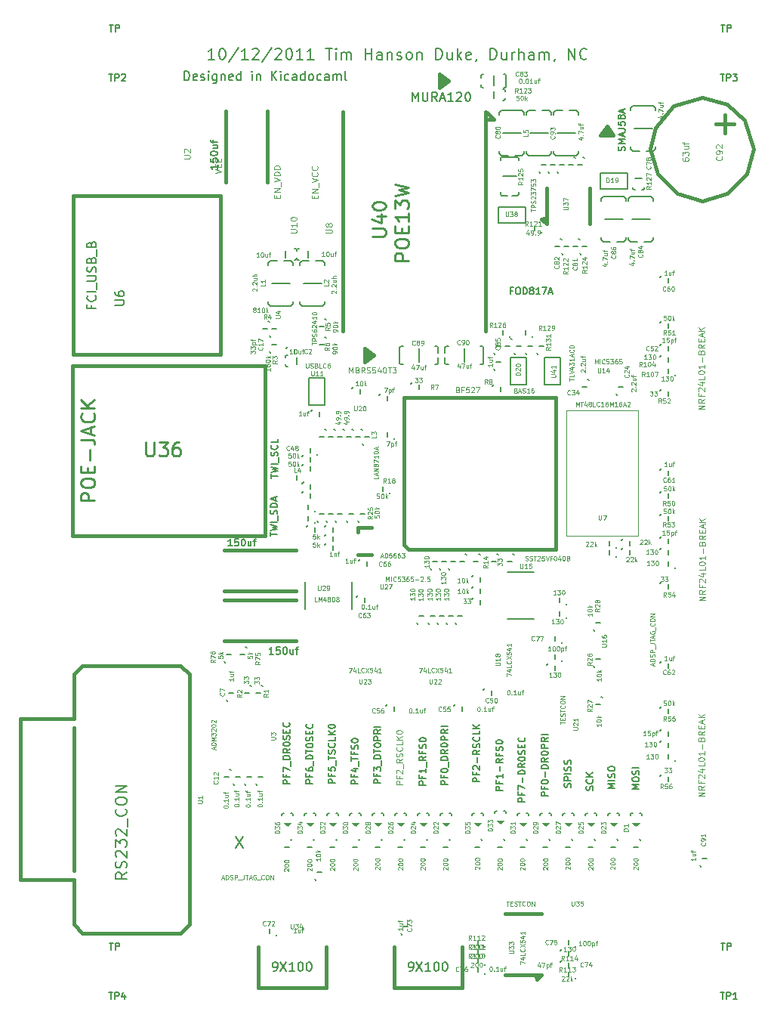
<source format=gto>
G04 (created by PCBNEW-RS274X (2010-03-14)-final) date Thu 13 Oct 2011 09:10:50 PM EDT*
G01*
G70*
G90*
%MOIN*%
G04 Gerber Fmt 3.4, Leading zero omitted, Abs format*
%FSLAX34Y34*%
G04 APERTURE LIST*
%ADD10C,0.001000*%
%ADD11C,0.005000*%
%ADD12C,0.015000*%
%ADD13C,0.008000*%
%ADD14C,0.001500*%
%ADD15C,0.003900*%
%ADD16C,0.003300*%
%ADD17C,0.004600*%
%ADD18C,0.006600*%
%ADD19C,0.006700*%
%ADD20C,0.008300*%
%ADD21C,0.004500*%
%ADD22C,0.010000*%
%ADD23C,0.004200*%
G04 APERTURE END LIST*
G54D10*
G54D11*
X00350Y-13150D02*
X00400Y-13100D01*
X00700Y-13400D02*
X00700Y-13200D01*
X00350Y-12750D02*
X00400Y-12700D01*
X00700Y-13000D02*
X00700Y-12800D01*
X-00450Y-12350D02*
X-00400Y-12300D01*
X-00100Y-12600D02*
X-00100Y-12400D01*
X00350Y-12350D02*
X00400Y-12300D01*
X00700Y-12600D02*
X00700Y-12400D01*
X01850Y-13850D02*
X01900Y-13800D01*
X02200Y-14100D02*
X02200Y-13900D01*
X-04050Y-18350D02*
X-04100Y-18300D01*
X-03800Y-18000D02*
X-04000Y-18000D01*
X-03150Y-17650D02*
X-03100Y-17700D01*
X-03400Y-18000D02*
X-03200Y-18000D01*
X01750Y-15450D02*
X01800Y-15400D01*
X02100Y-15700D02*
X02100Y-15500D01*
X-01750Y-30350D02*
X-01800Y-30400D01*
X-02100Y-30100D02*
X-02100Y-30300D01*
X10750Y-31550D02*
X10800Y-31500D01*
X11100Y-31800D02*
X11100Y-31600D01*
X11450Y-30850D02*
X11400Y-30900D01*
X11100Y-30600D02*
X11100Y-30800D01*
X07850Y-05450D02*
X07800Y-05400D01*
X08100Y-05100D02*
X07900Y-05100D01*
X08750Y-04750D02*
X08700Y-04700D01*
X09000Y-04400D02*
X08800Y-04400D01*
X10850Y-17450D02*
X10800Y-17500D01*
X10500Y-17200D02*
X10500Y-17400D01*
X07450Y-32050D02*
X07400Y-32100D01*
X07100Y-31800D02*
X07100Y-32000D01*
X11550Y00350D02*
X11600Y00300D01*
X11300Y00000D02*
X11500Y00000D01*
X16950Y-27350D02*
X16900Y-27300D01*
X17200Y-27000D02*
X17000Y-27000D01*
X09250Y-04750D02*
X09200Y-04700D01*
X09500Y-04400D02*
X09300Y-04400D01*
X10750Y00350D02*
X10800Y00300D01*
X10500Y00000D02*
X10700Y00000D01*
X01550Y-06250D02*
X01600Y-06200D01*
X01900Y-06500D02*
X01900Y-06300D01*
X12250Y-18550D02*
X12200Y-18500D01*
X12500Y-18200D02*
X12300Y-18200D01*
X12550Y-19850D02*
X12600Y-19900D01*
X12300Y-20200D02*
X12500Y-20200D01*
X12250Y-16950D02*
X12200Y-16900D01*
X12500Y-16600D02*
X12300Y-16600D01*
X00350Y-03185D02*
X00400Y-03235D01*
X00100Y-03535D02*
X00300Y-03535D01*
X00350Y-03985D02*
X00400Y-04035D01*
X00100Y-04335D02*
X00300Y-04335D01*
X-02050Y-03985D02*
X-02100Y-03935D01*
X-01800Y-03635D02*
X-02000Y-03635D01*
X-02050Y-04685D02*
X-02100Y-04635D01*
X-01800Y-04335D02*
X-02000Y-04335D01*
X-02150Y-03285D02*
X-02100Y-03335D01*
X-02400Y-03635D02*
X-02200Y-03635D01*
X-01350Y-04485D02*
X-01300Y-04435D01*
X-01000Y-04735D02*
X-01000Y-04535D01*
X-00250Y-07250D02*
X-00200Y-07200D01*
X00100Y-07500D02*
X00100Y-07300D01*
X05840Y-26160D02*
X05890Y-26210D01*
X05590Y-26510D02*
X05790Y-26510D01*
X04840Y-26160D02*
X04890Y-26210D01*
X04590Y-26510D02*
X04790Y-26510D01*
X03840Y-26160D02*
X03890Y-26210D01*
X03590Y-26510D02*
X03790Y-26510D01*
X02840Y-26160D02*
X02890Y-26210D01*
X02590Y-26510D02*
X02790Y-26510D01*
X-03850Y-23050D02*
X-03800Y-23100D01*
X-04100Y-23400D02*
X-03900Y-23400D01*
X-02650Y-23750D02*
X-02700Y-23700D01*
X-02400Y-23400D02*
X-02600Y-23400D01*
X-03950Y-20050D02*
X-04000Y-20000D01*
X-03700Y-19700D02*
X-03900Y-19700D01*
X-03650Y-23750D02*
X-03700Y-23700D01*
X-03400Y-23400D02*
X-03600Y-23400D01*
X-03150Y-23750D02*
X-03200Y-23700D01*
X-02900Y-23400D02*
X-03100Y-23400D01*
X01840Y-26160D02*
X01890Y-26210D01*
X01590Y-26510D02*
X01790Y-26510D01*
X00840Y-26160D02*
X00890Y-26210D01*
X00590Y-26510D02*
X00790Y-26510D01*
X-00160Y-26160D02*
X-00110Y-26210D01*
X-00410Y-26510D02*
X-00210Y-26510D01*
X-01160Y-26160D02*
X-01110Y-26210D01*
X-01410Y-26510D02*
X-01210Y-26510D01*
X07350Y-19550D02*
X07400Y-19500D01*
X07700Y-19800D02*
X07700Y-19600D01*
X03050Y-20250D02*
X03100Y-20200D01*
X03400Y-20500D02*
X03400Y-20300D01*
X06850Y-15050D02*
X06900Y-15000D01*
X07200Y-15300D02*
X07200Y-15100D01*
X06850Y-14550D02*
X06900Y-14500D01*
X07200Y-14800D02*
X07200Y-14600D01*
X06850Y-15550D02*
X06900Y-15500D01*
X07200Y-15800D02*
X07200Y-15600D01*
X06050Y-20250D02*
X06100Y-20200D01*
X06400Y-20500D02*
X06400Y-20300D01*
X07233Y-26146D02*
X07283Y-26196D01*
X06983Y-26496D02*
X07183Y-26496D01*
X08233Y-26146D02*
X08283Y-26196D01*
X07983Y-26496D02*
X08183Y-26496D01*
X09233Y-26146D02*
X09283Y-26196D01*
X08983Y-26496D02*
X09183Y-26496D01*
X10233Y-26146D02*
X10283Y-26196D01*
X09983Y-26496D02*
X10183Y-26496D01*
X11233Y-26146D02*
X11283Y-26196D01*
X10983Y-26496D02*
X11183Y-26496D01*
X12233Y-26146D02*
X12283Y-26196D01*
X11983Y-26496D02*
X12183Y-26496D01*
X13233Y-26146D02*
X13283Y-26196D01*
X12983Y-26496D02*
X13183Y-26496D01*
X14233Y-26146D02*
X14283Y-26196D01*
X13983Y-26496D02*
X14183Y-26496D01*
X-02950Y-19350D02*
X-02900Y-19400D01*
X-03200Y-19700D02*
X-03000Y-19700D01*
X-02450Y-19350D02*
X-02400Y-19400D01*
X-02700Y-19700D02*
X-02500Y-19700D01*
X07750Y-06150D02*
X07800Y-06100D01*
X08100Y-06400D02*
X08100Y-06200D01*
X04150Y-06050D02*
X04200Y-06000D01*
X04500Y-06300D02*
X04500Y-06100D01*
X00850Y-12150D02*
X00800Y-12100D01*
X01100Y-11800D02*
X00900Y-11800D01*
X00450Y-12150D02*
X00400Y-12100D01*
X00700Y-11800D02*
X00500Y-11800D01*
X00050Y-12150D02*
X00000Y-12100D01*
X00300Y-11800D02*
X00100Y-11800D01*
X03250Y-10850D02*
X03200Y-10900D01*
X02900Y-10600D02*
X02900Y-10800D01*
X-00650Y-10850D02*
X-00600Y-10800D01*
X-00300Y-11100D02*
X-00300Y-10900D01*
X01350Y-12150D02*
X01300Y-12100D01*
X01600Y-11800D02*
X01400Y-11800D01*
X-00650Y-10450D02*
X-00600Y-10400D01*
X-00300Y-10700D02*
X-00300Y-10500D01*
X01850Y-12150D02*
X01800Y-12100D01*
X02100Y-11800D02*
X01900Y-11800D01*
X-00650Y-09650D02*
X-00600Y-09600D01*
X-00300Y-09900D02*
X-00300Y-09700D01*
X-00650Y-09250D02*
X-00600Y-09200D01*
X-00300Y-09500D02*
X-00300Y-09300D01*
X00350Y-08050D02*
X00400Y-08100D01*
X00100Y-08400D02*
X00300Y-08400D01*
X00050Y-09150D02*
X00000Y-09200D01*
X-00300Y-08900D02*
X-00300Y-09100D01*
X02050Y-08750D02*
X02000Y-08700D01*
X02300Y-08400D02*
X02100Y-08400D01*
X-00550Y-10350D02*
X-00600Y-10400D01*
X-00900Y-10100D02*
X-00900Y-10300D01*
X01550Y-08050D02*
X01600Y-08100D01*
X01300Y-08400D02*
X01500Y-08400D01*
X01950Y-08050D02*
X02000Y-08100D01*
X01700Y-08400D02*
X01900Y-08400D01*
X00750Y-08050D02*
X00800Y-08100D01*
X00500Y-08400D02*
X00700Y-08400D01*
X01150Y-08050D02*
X01200Y-08100D01*
X00900Y-08400D02*
X01100Y-08400D01*
X02750Y-06550D02*
X02800Y-06500D01*
X03100Y-06800D02*
X03100Y-06600D01*
X03450Y-08450D02*
X03400Y-08500D01*
X03100Y-08200D02*
X03100Y-08400D01*
X13450Y-12950D02*
X13500Y-12900D01*
X13800Y-13200D02*
X13800Y-13000D01*
X13250Y-13250D02*
X13200Y-13300D01*
X12900Y-13000D02*
X12900Y-13200D01*
X13450Y-13350D02*
X13500Y-13300D01*
X13800Y-13600D02*
X13800Y-13400D01*
X13250Y-13650D02*
X13200Y-13700D01*
X12900Y-13400D02*
X12900Y-13600D01*
X15150Y-01350D02*
X15200Y-01300D01*
X15500Y-01600D02*
X15500Y-01400D01*
X15150Y-10850D02*
X15200Y-10800D01*
X15500Y-11100D02*
X15500Y-10900D01*
X15150Y-03350D02*
X15200Y-03300D01*
X15500Y-03600D02*
X15500Y-03400D01*
X15150Y-06350D02*
X15200Y-06300D01*
X15500Y-06600D02*
X15500Y-06400D01*
X08650Y-13550D02*
X08700Y-13600D01*
X08400Y-13900D02*
X08600Y-13900D01*
X07950Y-13550D02*
X08000Y-13600D01*
X07700Y-13900D02*
X07900Y-13900D01*
X11950Y-05850D02*
X12000Y-05900D01*
X11700Y-06200D02*
X11900Y-06200D01*
X13250Y-06550D02*
X13200Y-06500D01*
X13500Y-06200D02*
X13300Y-06200D01*
X15150Y-14850D02*
X15200Y-14800D01*
X15500Y-15100D02*
X15500Y-14900D01*
X15150Y-09850D02*
X15200Y-09800D01*
X15500Y-10100D02*
X15500Y-09900D01*
X15150Y-18350D02*
X15200Y-18300D01*
X15500Y-18600D02*
X15500Y-18400D01*
X15150Y-23350D02*
X15200Y-23300D01*
X15500Y-23600D02*
X15500Y-23400D01*
X15150Y-11850D02*
X15200Y-11800D01*
X15500Y-12100D02*
X15500Y-11900D01*
X15150Y-20350D02*
X15200Y-20300D01*
X15500Y-20600D02*
X15500Y-20400D01*
X15150Y-21350D02*
X15200Y-21300D01*
X15500Y-21600D02*
X15500Y-21400D01*
X15150Y-12850D02*
X15200Y-12800D01*
X15500Y-13100D02*
X15500Y-12900D01*
X15150Y-04350D02*
X15200Y-04300D01*
X15500Y-04600D02*
X15500Y-04400D01*
X11050Y-16350D02*
X11000Y-16400D01*
X10700Y-16100D02*
X10700Y-16300D01*
X11050Y-15750D02*
X11000Y-15800D01*
X10700Y-15500D02*
X10700Y-15700D01*
X10850Y-18250D02*
X10800Y-18300D01*
X10500Y-18000D02*
X10500Y-18200D01*
X06150Y-16650D02*
X06100Y-16600D01*
X06400Y-16300D02*
X06200Y-16300D01*
X05750Y-16650D02*
X05700Y-16600D01*
X06000Y-16300D02*
X05800Y-16300D01*
X05350Y-16650D02*
X05300Y-16600D01*
X05600Y-16300D02*
X05400Y-16300D01*
X04950Y-16650D02*
X04900Y-16600D01*
X05200Y-16300D02*
X05000Y-16300D01*
X05850Y-14250D02*
X05800Y-14200D01*
X06100Y-13900D02*
X05900Y-13900D01*
X04450Y-16650D02*
X04400Y-16600D01*
X04700Y-16300D02*
X04500Y-16300D01*
X05450Y-14250D02*
X05400Y-14200D01*
X05700Y-13900D02*
X05500Y-13900D01*
X05050Y-14250D02*
X05000Y-14200D01*
X05300Y-13900D02*
X05100Y-13900D01*
X-00900Y-00185D02*
X-00900Y-00135D01*
X-00900Y-00135D02*
X-00950Y-00085D01*
X-00950Y-00085D02*
X-01000Y-00085D01*
X-01000Y-00585D02*
X-00950Y-00585D01*
X-00950Y-00585D02*
X-00900Y-00535D01*
X-00900Y-00535D02*
X-00900Y-00485D01*
X-01400Y-00485D02*
X-01400Y-00185D01*
X-00900Y-00485D02*
X-00900Y-00535D01*
X-00900Y-00535D02*
X-00850Y-00585D01*
X-00850Y-00585D02*
X-00800Y-00585D01*
X-00800Y-00085D02*
X-00850Y-00085D01*
X-00850Y-00085D02*
X-00900Y-00135D01*
X-00900Y-00135D02*
X-00900Y-00185D01*
X-00400Y-00185D02*
X-00400Y-00485D01*
X-01400Y-05185D02*
X-01400Y-05235D01*
X-01400Y-05235D02*
X-01350Y-05285D01*
X-01350Y-05285D02*
X-01300Y-05285D01*
X-01300Y-04785D02*
X-01350Y-04785D01*
X-01350Y-04785D02*
X-01400Y-04835D01*
X-01400Y-04835D02*
X-01400Y-04885D01*
X-00900Y-04885D02*
X-00900Y-05185D01*
X-01450Y-00635D02*
X-01150Y-00635D01*
X-01150Y-00635D02*
X-01050Y-00735D01*
X-01050Y-00735D02*
X-01050Y-00835D01*
X-02150Y-00835D02*
X-02150Y-00735D01*
X-02150Y-00735D02*
X-02050Y-00635D01*
X-02050Y-00635D02*
X-01750Y-00635D01*
X-02150Y-02435D02*
X-02150Y-02535D01*
X-02150Y-02535D02*
X-02050Y-02635D01*
X-02050Y-02635D02*
X-01150Y-02635D01*
X-01150Y-02635D02*
X-01050Y-02535D01*
X-01050Y-02535D02*
X-01050Y-02435D01*
X-02000Y-01635D02*
X-01200Y-01635D01*
X-00050Y-00635D02*
X00250Y-00635D01*
X00250Y-00635D02*
X00350Y-00735D01*
X00350Y-00735D02*
X00350Y-00835D01*
X-00750Y-00835D02*
X-00750Y-00735D01*
X-00750Y-00735D02*
X-00650Y-00635D01*
X-00650Y-00635D02*
X-00350Y-00635D01*
X-00750Y-02435D02*
X-00750Y-02535D01*
X-00750Y-02535D02*
X-00650Y-02635D01*
X-00650Y-02635D02*
X00250Y-02635D01*
X00250Y-02635D02*
X00350Y-02535D01*
X00350Y-02535D02*
X00350Y-02435D01*
X-00600Y-01635D02*
X00200Y-01635D01*
G54D12*
X-04075Y-15206D02*
X-00925Y-15206D01*
X-04075Y-13394D02*
X-00925Y-13394D01*
X-04075Y-17406D02*
X-00925Y-17406D01*
X-04075Y-15594D02*
X-00925Y-15594D01*
X-04006Y05975D02*
X-04006Y02825D01*
X-02194Y05975D02*
X-02194Y02825D01*
X-10760Y02241D02*
X-10760Y-04759D01*
X-10760Y-04759D02*
X-04260Y-04759D01*
X-04260Y-04759D02*
X-04260Y02241D01*
X-04260Y02241D02*
X-10760Y02241D01*
X03842Y-13162D02*
X03842Y-06661D01*
X03842Y-06661D02*
X10540Y-06661D01*
X10540Y-06661D02*
X10540Y-13359D01*
X10540Y-13359D02*
X04039Y-13359D01*
X04039Y-13359D02*
X03842Y-13162D01*
X01805Y-12608D02*
X01805Y-12412D01*
X02396Y-13588D02*
X01805Y-13588D01*
X02396Y-12412D02*
X01805Y-12412D01*
G54D13*
X-00533Y-15991D02*
X-00533Y-14809D01*
X01533Y-15991D02*
X01533Y-14809D01*
G54D11*
X13700Y03250D02*
X13700Y02550D01*
X13700Y02550D02*
X12500Y02550D01*
X12500Y02550D02*
X12500Y03250D01*
X12500Y03250D02*
X13700Y03250D01*
X-00350Y-05800D02*
X00350Y-05800D01*
X00350Y-05800D02*
X00350Y-07000D01*
X00350Y-07000D02*
X-00350Y-07000D01*
X-00350Y-07000D02*
X-00350Y-05800D01*
G54D14*
X14175Y-07244D02*
X11025Y-07244D01*
X11025Y-07244D02*
X11025Y-12756D01*
X11025Y-12756D02*
X14175Y-12756D01*
X14175Y-12756D02*
X14175Y-07638D01*
X14175Y-07638D02*
X14175Y-07244D01*
G54D11*
X09250Y-06100D02*
X08550Y-06100D01*
X08550Y-06100D02*
X08550Y-04900D01*
X08550Y-04900D02*
X09250Y-04900D01*
X09250Y-04900D02*
X09250Y-06100D01*
G54D13*
X09591Y-16433D02*
X08409Y-16433D01*
X09591Y-14367D02*
X08409Y-14367D01*
G54D11*
X15150Y-04850D02*
X15200Y-04800D01*
X15500Y-05100D02*
X15500Y-04900D01*
X15850Y-05650D02*
X15800Y-05700D01*
X15500Y-05400D02*
X15500Y-05600D01*
X15150Y-13350D02*
X15200Y-13300D01*
X15500Y-13600D02*
X15500Y-13400D01*
X15850Y-14150D02*
X15800Y-14200D01*
X15500Y-13900D02*
X15500Y-14100D01*
X15150Y-21850D02*
X15200Y-21800D01*
X15500Y-22100D02*
X15500Y-21900D01*
X15850Y-22650D02*
X15800Y-22700D01*
X15500Y-22400D02*
X15500Y-22600D01*
X10150Y-18450D02*
X10200Y-18400D01*
X10500Y-18700D02*
X10500Y-18500D01*
G54D12*
X-10737Y-21237D02*
X-10737Y-27537D01*
X-05619Y-24387D02*
X-05619Y-29899D01*
X-05619Y-29899D02*
X-06013Y-30293D01*
X-06013Y-30293D02*
X-10343Y-30293D01*
X-10343Y-30293D02*
X-10737Y-29899D01*
X-10737Y-29899D02*
X-10737Y-27930D01*
X-10737Y-18875D02*
X-10737Y-20844D01*
X-10737Y-20844D02*
X-13099Y-20844D01*
X-13099Y-20844D02*
X-13099Y-27930D01*
X-13099Y-27930D02*
X-10737Y-27930D01*
X-06013Y-18481D02*
X-10343Y-18481D01*
X-10343Y-18481D02*
X-10737Y-18875D01*
X-05619Y-24387D02*
X-05619Y-18875D01*
X-05619Y-18875D02*
X-06013Y-18481D01*
G54D11*
X09850Y03251D02*
X09800Y03301D01*
X10100Y03601D02*
X09900Y03601D01*
X10250Y03251D02*
X10200Y03301D01*
X10500Y03601D02*
X10300Y03601D01*
X10650Y03251D02*
X10600Y03301D01*
X10900Y03601D02*
X10700Y03601D01*
X11350Y03951D02*
X11400Y03901D01*
X11100Y03601D02*
X11300Y03601D01*
X11750Y03951D02*
X11800Y03901D01*
X11500Y03601D02*
X11700Y03601D01*
X09950Y00650D02*
X09900Y00600D01*
X09600Y00900D02*
X09600Y00700D01*
X08550Y-04050D02*
X08600Y-04100D01*
X08300Y-04400D02*
X08500Y-04400D01*
X09750Y-04750D02*
X09700Y-04700D01*
X10000Y-04400D02*
X09800Y-04400D01*
X09550Y-03950D02*
X09500Y-04000D01*
X09200Y-03700D02*
X09200Y-03900D01*
X07850Y-04750D02*
X07800Y-04700D01*
X08100Y-04400D02*
X07900Y-04400D01*
X08550Y-03950D02*
X08500Y-04000D01*
X08200Y-03700D02*
X08200Y-03900D01*
X10850Y-00350D02*
X10800Y-00300D01*
X11100Y00000D02*
X10900Y00000D01*
X11650Y-00350D02*
X11600Y-00300D01*
X11900Y00000D02*
X11700Y00000D01*
X10750Y-31050D02*
X10800Y-31000D01*
X11100Y-31300D02*
X11100Y-31100D01*
X07450Y-30850D02*
X07400Y-30900D01*
X07100Y-30600D02*
X07100Y-30800D01*
X07450Y-31250D02*
X07400Y-31300D01*
X07100Y-31000D02*
X07100Y-31200D01*
X11450Y-32250D02*
X11400Y-32300D01*
X11100Y-32000D02*
X11100Y-32200D01*
X07450Y-31650D02*
X07400Y-31700D01*
X07100Y-31400D02*
X07100Y-31600D01*
X-00050Y-27950D02*
X-00100Y-27900D01*
X00200Y-27600D02*
X00000Y-27600D01*
X08300Y06850D02*
X08300Y06900D01*
X08300Y06900D02*
X08250Y06950D01*
X08250Y06950D02*
X08200Y06950D01*
X08200Y06450D02*
X08250Y06450D01*
X08250Y06450D02*
X08300Y06500D01*
X08300Y06500D02*
X08300Y06550D01*
X07800Y06550D02*
X07800Y06850D01*
X14350Y02500D02*
X14400Y02500D01*
X14400Y02500D02*
X14450Y02550D01*
X14450Y02550D02*
X14450Y02600D01*
X13950Y02600D02*
X13950Y02550D01*
X13950Y02550D02*
X14000Y02500D01*
X14000Y02500D02*
X14050Y02500D01*
X14050Y03000D02*
X14350Y03000D01*
X08400Y02250D02*
X08150Y02250D01*
X08150Y02250D02*
X08100Y02300D01*
X08100Y02300D02*
X08100Y02400D01*
X08900Y02400D02*
X08900Y02300D01*
X08900Y02300D02*
X08850Y02250D01*
X08850Y02250D02*
X08600Y02250D01*
X08900Y03800D02*
X08900Y03900D01*
X08900Y03900D02*
X08850Y03950D01*
X08850Y03950D02*
X08150Y03950D01*
X08150Y03950D02*
X08100Y03900D01*
X08100Y03900D02*
X08100Y03800D01*
X08800Y03100D02*
X08200Y03100D01*
G54D15*
X-01261Y-25539D02*
X-01339Y-25539D01*
X-01221Y-25500D02*
X-01379Y-25500D01*
X-01182Y-25461D02*
X-01418Y-25461D01*
X-01143Y-25421D02*
X-01300Y-25579D01*
X-01300Y-25579D02*
X-01457Y-25421D01*
X-01457Y-25421D02*
X-01143Y-25421D01*
G54D11*
X-01450Y-25000D02*
X-01500Y-25000D01*
X-01500Y-25000D02*
X-01550Y-25050D01*
X-01550Y-25050D02*
X-01550Y-25100D01*
X-01050Y-25100D02*
X-01050Y-25050D01*
X-01050Y-25050D02*
X-01100Y-25000D01*
X-01100Y-25000D02*
X-01150Y-25000D01*
G54D15*
X-00261Y-25539D02*
X-00339Y-25539D01*
X-00221Y-25500D02*
X-00379Y-25500D01*
X-00182Y-25461D02*
X-00418Y-25461D01*
X-00143Y-25421D02*
X-00300Y-25579D01*
X-00300Y-25579D02*
X-00457Y-25421D01*
X-00457Y-25421D02*
X-00143Y-25421D01*
G54D11*
X-00450Y-25000D02*
X-00500Y-25000D01*
X-00500Y-25000D02*
X-00550Y-25050D01*
X-00550Y-25050D02*
X-00550Y-25100D01*
X-00050Y-25100D02*
X-00050Y-25050D01*
X-00050Y-25050D02*
X-00100Y-25000D01*
X-00100Y-25000D02*
X-00150Y-25000D01*
G54D15*
X00739Y-25539D02*
X00661Y-25539D01*
X00779Y-25500D02*
X00621Y-25500D01*
X00818Y-25461D02*
X00582Y-25461D01*
X00857Y-25421D02*
X00700Y-25579D01*
X00700Y-25579D02*
X00543Y-25421D01*
X00543Y-25421D02*
X00857Y-25421D01*
G54D11*
X00550Y-25000D02*
X00500Y-25000D01*
X00500Y-25000D02*
X00450Y-25050D01*
X00450Y-25050D02*
X00450Y-25100D01*
X00950Y-25100D02*
X00950Y-25050D01*
X00950Y-25050D02*
X00900Y-25000D01*
X00900Y-25000D02*
X00850Y-25000D01*
G54D15*
X01739Y-25539D02*
X01661Y-25539D01*
X01779Y-25500D02*
X01621Y-25500D01*
X01818Y-25461D02*
X01582Y-25461D01*
X01857Y-25421D02*
X01700Y-25579D01*
X01700Y-25579D02*
X01543Y-25421D01*
X01543Y-25421D02*
X01857Y-25421D01*
G54D11*
X01550Y-25000D02*
X01500Y-25000D01*
X01500Y-25000D02*
X01450Y-25050D01*
X01450Y-25050D02*
X01450Y-25100D01*
X01950Y-25100D02*
X01950Y-25050D01*
X01950Y-25050D02*
X01900Y-25000D01*
X01900Y-25000D02*
X01850Y-25000D01*
G54D15*
X02739Y-25539D02*
X02661Y-25539D01*
X02779Y-25500D02*
X02621Y-25500D01*
X02818Y-25461D02*
X02582Y-25461D01*
X02857Y-25421D02*
X02700Y-25579D01*
X02700Y-25579D02*
X02543Y-25421D01*
X02543Y-25421D02*
X02857Y-25421D01*
G54D11*
X02550Y-25000D02*
X02500Y-25000D01*
X02500Y-25000D02*
X02450Y-25050D01*
X02450Y-25050D02*
X02450Y-25100D01*
X02950Y-25100D02*
X02950Y-25050D01*
X02950Y-25050D02*
X02900Y-25000D01*
X02900Y-25000D02*
X02850Y-25000D01*
G54D15*
X03739Y-25539D02*
X03661Y-25539D01*
X03779Y-25500D02*
X03621Y-25500D01*
X03818Y-25461D02*
X03582Y-25461D01*
X03857Y-25421D02*
X03700Y-25579D01*
X03700Y-25579D02*
X03543Y-25421D01*
X03543Y-25421D02*
X03857Y-25421D01*
G54D11*
X03550Y-25000D02*
X03500Y-25000D01*
X03500Y-25000D02*
X03450Y-25050D01*
X03450Y-25050D02*
X03450Y-25100D01*
X03950Y-25100D02*
X03950Y-25050D01*
X03950Y-25050D02*
X03900Y-25000D01*
X03900Y-25000D02*
X03850Y-25000D01*
G54D15*
X04739Y-25539D02*
X04661Y-25539D01*
X04779Y-25500D02*
X04621Y-25500D01*
X04818Y-25461D02*
X04582Y-25461D01*
X04857Y-25421D02*
X04700Y-25579D01*
X04700Y-25579D02*
X04543Y-25421D01*
X04543Y-25421D02*
X04857Y-25421D01*
G54D11*
X04550Y-25000D02*
X04500Y-25000D01*
X04500Y-25000D02*
X04450Y-25050D01*
X04450Y-25050D02*
X04450Y-25100D01*
X04950Y-25100D02*
X04950Y-25050D01*
X04950Y-25050D02*
X04900Y-25000D01*
X04900Y-25000D02*
X04850Y-25000D01*
G54D15*
X05739Y-25539D02*
X05661Y-25539D01*
X05779Y-25500D02*
X05621Y-25500D01*
X05818Y-25461D02*
X05582Y-25461D01*
X05857Y-25421D02*
X05700Y-25579D01*
X05700Y-25579D02*
X05543Y-25421D01*
X05543Y-25421D02*
X05857Y-25421D01*
G54D11*
X05550Y-25000D02*
X05500Y-25000D01*
X05500Y-25000D02*
X05450Y-25050D01*
X05450Y-25050D02*
X05450Y-25100D01*
X05950Y-25100D02*
X05950Y-25050D01*
X05950Y-25050D02*
X05900Y-25000D01*
X05900Y-25000D02*
X05850Y-25000D01*
G54D15*
X07139Y-25539D02*
X07061Y-25539D01*
X07179Y-25500D02*
X07021Y-25500D01*
X07218Y-25461D02*
X06982Y-25461D01*
X07257Y-25421D02*
X07100Y-25579D01*
X07100Y-25579D02*
X06943Y-25421D01*
X06943Y-25421D02*
X07257Y-25421D01*
G54D11*
X06950Y-25000D02*
X06900Y-25000D01*
X06900Y-25000D02*
X06850Y-25050D01*
X06850Y-25050D02*
X06850Y-25100D01*
X07350Y-25100D02*
X07350Y-25050D01*
X07350Y-25050D02*
X07300Y-25000D01*
X07300Y-25000D02*
X07250Y-25000D01*
G54D15*
X08139Y-25439D02*
X08061Y-25439D01*
X08179Y-25400D02*
X08021Y-25400D01*
X08218Y-25361D02*
X07982Y-25361D01*
X08257Y-25321D02*
X08100Y-25479D01*
X08100Y-25479D02*
X07943Y-25321D01*
X07943Y-25321D02*
X08257Y-25321D01*
G54D11*
X07950Y-24900D02*
X07900Y-24900D01*
X07900Y-24900D02*
X07850Y-24950D01*
X07850Y-24950D02*
X07850Y-25000D01*
X08350Y-25000D02*
X08350Y-24950D01*
X08350Y-24950D02*
X08300Y-24900D01*
X08300Y-24900D02*
X08250Y-24900D01*
G54D15*
X09139Y-25539D02*
X09061Y-25539D01*
X09179Y-25500D02*
X09021Y-25500D01*
X09218Y-25461D02*
X08982Y-25461D01*
X09257Y-25421D02*
X09100Y-25579D01*
X09100Y-25579D02*
X08943Y-25421D01*
X08943Y-25421D02*
X09257Y-25421D01*
G54D11*
X08950Y-25000D02*
X08900Y-25000D01*
X08900Y-25000D02*
X08850Y-25050D01*
X08850Y-25050D02*
X08850Y-25100D01*
X09350Y-25100D02*
X09350Y-25050D01*
X09350Y-25050D02*
X09300Y-25000D01*
X09300Y-25000D02*
X09250Y-25000D01*
G54D15*
X10139Y-25539D02*
X10061Y-25539D01*
X10179Y-25500D02*
X10021Y-25500D01*
X10218Y-25461D02*
X09982Y-25461D01*
X10257Y-25421D02*
X10100Y-25579D01*
X10100Y-25579D02*
X09943Y-25421D01*
X09943Y-25421D02*
X10257Y-25421D01*
G54D11*
X09950Y-25000D02*
X09900Y-25000D01*
X09900Y-25000D02*
X09850Y-25050D01*
X09850Y-25050D02*
X09850Y-25100D01*
X10350Y-25100D02*
X10350Y-25050D01*
X10350Y-25050D02*
X10300Y-25000D01*
X10300Y-25000D02*
X10250Y-25000D01*
G54D15*
X11139Y-25539D02*
X11061Y-25539D01*
X11179Y-25500D02*
X11021Y-25500D01*
X11218Y-25461D02*
X10982Y-25461D01*
X11257Y-25421D02*
X11100Y-25579D01*
X11100Y-25579D02*
X10943Y-25421D01*
X10943Y-25421D02*
X11257Y-25421D01*
G54D11*
X10950Y-25000D02*
X10900Y-25000D01*
X10900Y-25000D02*
X10850Y-25050D01*
X10850Y-25050D02*
X10850Y-25100D01*
X11350Y-25100D02*
X11350Y-25050D01*
X11350Y-25050D02*
X11300Y-25000D01*
X11300Y-25000D02*
X11250Y-25000D01*
G54D15*
X12139Y-25539D02*
X12061Y-25539D01*
X12179Y-25500D02*
X12021Y-25500D01*
X12218Y-25461D02*
X11982Y-25461D01*
X12257Y-25421D02*
X12100Y-25579D01*
X12100Y-25579D02*
X11943Y-25421D01*
X11943Y-25421D02*
X12257Y-25421D01*
G54D11*
X11950Y-25000D02*
X11900Y-25000D01*
X11900Y-25000D02*
X11850Y-25050D01*
X11850Y-25050D02*
X11850Y-25100D01*
X12350Y-25100D02*
X12350Y-25050D01*
X12350Y-25050D02*
X12300Y-25000D01*
X12300Y-25000D02*
X12250Y-25000D01*
G54D15*
X13139Y-25539D02*
X13061Y-25539D01*
X13179Y-25500D02*
X13021Y-25500D01*
X13218Y-25461D02*
X12982Y-25461D01*
X13257Y-25421D02*
X13100Y-25579D01*
X13100Y-25579D02*
X12943Y-25421D01*
X12943Y-25421D02*
X13257Y-25421D01*
G54D11*
X12950Y-25000D02*
X12900Y-25000D01*
X12900Y-25000D02*
X12850Y-25050D01*
X12850Y-25050D02*
X12850Y-25100D01*
X13350Y-25100D02*
X13350Y-25050D01*
X13350Y-25050D02*
X13300Y-25000D01*
X13300Y-25000D02*
X13250Y-25000D01*
G54D12*
X00400Y-30900D02*
X00400Y-32700D01*
X00400Y-32700D02*
X-02600Y-32700D01*
X-02600Y-32700D02*
X-02600Y-30900D01*
G54D11*
X03750Y-30350D02*
X03700Y-30300D01*
X04000Y-30000D02*
X03800Y-30000D01*
G54D12*
X06400Y-30900D02*
X06400Y-32700D01*
X06400Y-32700D02*
X03400Y-32700D01*
X03400Y-32700D02*
X03400Y-30900D01*
X09700Y-32328D02*
X09650Y-32128D01*
X09900Y-29428D02*
X08300Y-29428D01*
X09900Y-32128D02*
X09700Y-32328D01*
X09900Y-32128D02*
X08300Y-32128D01*
X-10800Y-05250D02*
X-10800Y-12750D01*
X-10800Y-12750D02*
X-10800Y-12500D01*
X-02300Y-05250D02*
X-02300Y-12750D01*
X-10800Y-12750D02*
X-02300Y-12750D01*
X-02300Y-05250D02*
X-10800Y-05250D01*
G54D15*
X14122Y-25535D02*
X14044Y-25535D01*
X14162Y-25496D02*
X14004Y-25496D01*
X14201Y-25457D02*
X13965Y-25457D01*
X14240Y-25417D02*
X14083Y-25575D01*
X14083Y-25575D02*
X13926Y-25417D01*
X13926Y-25417D02*
X14240Y-25417D01*
G54D11*
X13933Y-24996D02*
X13883Y-24996D01*
X13883Y-24996D02*
X13833Y-25046D01*
X13833Y-25046D02*
X13833Y-25096D01*
X14333Y-25096D02*
X14333Y-25046D01*
X14333Y-25046D02*
X14283Y-24996D01*
X14283Y-24996D02*
X14233Y-24996D01*
X08450Y04000D02*
X08150Y04000D01*
X08150Y04000D02*
X08050Y04100D01*
X08050Y04100D02*
X08050Y04200D01*
X09150Y04200D02*
X09150Y04100D01*
X09150Y04100D02*
X09050Y04000D01*
X09050Y04000D02*
X08750Y04000D01*
X09150Y05800D02*
X09150Y05900D01*
X09150Y05900D02*
X09050Y06000D01*
X09050Y06000D02*
X08150Y06000D01*
X08150Y06000D02*
X08050Y05900D01*
X08050Y05900D02*
X08050Y05800D01*
X09000Y05000D02*
X08200Y05000D01*
X12950Y00200D02*
X12650Y00200D01*
X12650Y00200D02*
X12550Y00300D01*
X12550Y00300D02*
X12550Y00400D01*
X13650Y00400D02*
X13650Y00300D01*
X13650Y00300D02*
X13550Y00200D01*
X13550Y00200D02*
X13250Y00200D01*
X13650Y02000D02*
X13650Y02100D01*
X13650Y02100D02*
X13550Y02200D01*
X13550Y02200D02*
X12650Y02200D01*
X12650Y02200D02*
X12550Y02100D01*
X12550Y02100D02*
X12550Y02000D01*
X13500Y01200D02*
X12700Y01200D01*
X09950Y06000D02*
X10250Y06000D01*
X10250Y06000D02*
X10350Y05900D01*
X10350Y05900D02*
X10350Y05800D01*
X09250Y05800D02*
X09250Y05900D01*
X09250Y05900D02*
X09350Y06000D01*
X09350Y06000D02*
X09650Y06000D01*
X09250Y04200D02*
X09250Y04100D01*
X09250Y04100D02*
X09350Y04000D01*
X09350Y04000D02*
X10250Y04000D01*
X10250Y04000D02*
X10350Y04100D01*
X10350Y04100D02*
X10350Y04200D01*
X09400Y05000D02*
X10200Y05000D01*
X10050Y-04900D02*
X10750Y-04900D01*
X10750Y-04900D02*
X10750Y-06100D01*
X10750Y-06100D02*
X10050Y-06100D01*
X10050Y-06100D02*
X10050Y-04900D01*
X05650Y-04700D02*
X05650Y-04450D01*
X05650Y-04450D02*
X05700Y-04400D01*
X05700Y-04400D02*
X05800Y-04400D01*
X05800Y-05200D02*
X05700Y-05200D01*
X05700Y-05200D02*
X05650Y-05150D01*
X05650Y-05150D02*
X05650Y-04900D01*
X07200Y-05200D02*
X07300Y-05200D01*
X07300Y-05200D02*
X07350Y-05150D01*
X07350Y-05150D02*
X07350Y-04450D01*
X07350Y-04450D02*
X07300Y-04400D01*
X07300Y-04400D02*
X07200Y-04400D01*
X06500Y-05100D02*
X06500Y-04500D01*
X05350Y-04900D02*
X05350Y-05150D01*
X05350Y-05150D02*
X05300Y-05200D01*
X05300Y-05200D02*
X05200Y-05200D01*
X05200Y-04400D02*
X05300Y-04400D01*
X05300Y-04400D02*
X05350Y-04450D01*
X05350Y-04450D02*
X05350Y-04700D01*
X03800Y-04400D02*
X03700Y-04400D01*
X03700Y-04400D02*
X03650Y-04450D01*
X03650Y-04450D02*
X03650Y-05150D01*
X03650Y-05150D02*
X03700Y-05200D01*
X03700Y-05200D02*
X03800Y-05200D01*
X04500Y-04500D02*
X04500Y-05100D01*
G54D12*
X02497Y-04800D02*
X02202Y-04800D01*
X02202Y-04603D02*
X02202Y-04997D01*
X02103Y-04505D02*
X02497Y-04800D01*
X02497Y-04800D02*
X02103Y-05095D01*
X02103Y-05095D02*
X02103Y-04505D01*
G54D11*
X14150Y00200D02*
X13850Y00200D01*
X13850Y00200D02*
X13750Y00300D01*
X13750Y00300D02*
X13750Y00400D01*
X14850Y00400D02*
X14850Y00300D01*
X14850Y00300D02*
X14750Y00200D01*
X14750Y00200D02*
X14450Y00200D01*
X14850Y02000D02*
X14850Y02100D01*
X14850Y02100D02*
X14750Y02200D01*
X14750Y02200D02*
X13850Y02200D01*
X13850Y02200D02*
X13750Y02100D01*
X13750Y02100D02*
X13750Y02000D01*
X14700Y01200D02*
X13900Y01200D01*
X07250Y07450D02*
X07250Y07550D01*
X07250Y07550D02*
X07300Y07600D01*
X07300Y07600D02*
X07350Y07600D01*
X07350Y07000D02*
X07300Y07000D01*
X07300Y07000D02*
X07250Y07050D01*
X07250Y07050D02*
X07250Y07150D01*
X07250Y07150D02*
X07250Y07100D01*
X08250Y07000D02*
X08300Y07000D01*
X08300Y07000D02*
X08350Y07050D01*
X08350Y07050D02*
X08350Y07550D01*
X08350Y07550D02*
X08300Y07600D01*
X08300Y07600D02*
X08250Y07600D01*
X07800Y07100D02*
X07800Y07550D01*
G54D12*
X05797Y07300D02*
X05502Y07300D01*
X05502Y07497D02*
X05502Y07103D01*
X05403Y07595D02*
X05797Y07300D01*
X05797Y07300D02*
X05403Y07005D01*
X05403Y07005D02*
X05403Y07595D01*
X07500Y05900D02*
X07800Y05600D01*
X07800Y05600D02*
X07500Y05600D01*
X01150Y05943D02*
X01150Y-03743D01*
X07450Y05943D02*
X07450Y-03743D01*
G54D11*
X09200Y01750D02*
X09200Y01050D01*
X09200Y01050D02*
X08000Y01050D01*
X08000Y01050D02*
X08000Y01750D01*
X08000Y01750D02*
X09200Y01750D01*
G54D12*
X10150Y01010D02*
X09900Y01210D01*
X09900Y01210D02*
X10150Y01260D01*
X12050Y01010D02*
X12050Y02560D01*
X10150Y01010D02*
X10150Y02560D01*
X12800Y05297D02*
X12800Y05002D01*
X12603Y05002D02*
X12997Y05002D01*
X12505Y04903D02*
X12800Y05297D01*
X12800Y05297D02*
X13095Y04903D01*
X13095Y04903D02*
X12505Y04903D01*
G54D11*
X14250Y04200D02*
X13950Y04200D01*
X13950Y04200D02*
X13850Y04300D01*
X13850Y04300D02*
X13850Y04400D01*
X14950Y04400D02*
X14950Y04300D01*
X14950Y04300D02*
X14850Y04200D01*
X14850Y04200D02*
X14550Y04200D01*
X14950Y06000D02*
X14950Y06100D01*
X14950Y06100D02*
X14850Y06200D01*
X14850Y06200D02*
X13950Y06200D01*
X13950Y06200D02*
X13850Y06100D01*
X13850Y06100D02*
X13850Y06000D01*
X14800Y05200D02*
X14000Y05200D01*
G54D12*
X17000Y02017D02*
X18102Y02331D01*
X18102Y02331D02*
X18969Y03198D01*
X18969Y03198D02*
X19283Y04300D01*
X19283Y04300D02*
X18890Y05560D01*
X18890Y05560D02*
X18102Y06269D01*
X18102Y06269D02*
X17000Y06583D01*
X17000Y06583D02*
X15740Y06190D01*
X15740Y06190D02*
X14953Y05245D01*
X14953Y05245D02*
X14717Y04300D01*
X14717Y04300D02*
X15031Y03198D01*
X15031Y03198D02*
X15898Y02331D01*
X15898Y02331D02*
X17000Y02017D01*
X18000Y05800D02*
X18000Y05000D01*
X18400Y05400D02*
X17600Y05400D01*
G54D11*
X11150Y06000D02*
X11450Y06000D01*
X11450Y06000D02*
X11550Y05900D01*
X11550Y05900D02*
X11550Y05800D01*
X10450Y05800D02*
X10450Y05900D01*
X10450Y05900D02*
X10550Y06000D01*
X10550Y06000D02*
X10850Y06000D01*
X10450Y04200D02*
X10450Y04100D01*
X10450Y04100D02*
X10550Y04000D01*
X10550Y04000D02*
X11450Y04000D01*
X11450Y04000D02*
X11550Y04100D01*
X11550Y04100D02*
X11550Y04200D01*
X10600Y05000D02*
X11400Y05000D01*
X07150Y-13550D02*
X07200Y-13600D01*
X06900Y-13900D02*
X07100Y-13900D01*
X06550Y-13550D02*
X06600Y-13600D01*
X06300Y-13900D02*
X06500Y-13900D01*
X-00050Y-11650D02*
X-00100Y-11700D01*
X-00400Y-11400D02*
X-00400Y-11600D01*
X-00050Y-12150D02*
X-00100Y-12200D01*
X-00400Y-11900D02*
X-00400Y-12100D01*
G54D16*
X00681Y-13669D02*
X00567Y-13669D01*
X00624Y-13669D02*
X00624Y-13469D01*
X00605Y-13498D01*
X00586Y-13517D01*
X00567Y-13526D01*
X00767Y-13536D02*
X00767Y-13669D01*
X00767Y-13555D02*
X00776Y-13545D01*
X00795Y-13536D01*
X00824Y-13536D01*
X00843Y-13545D01*
X00852Y-13564D01*
X00852Y-13669D01*
X00919Y-13536D02*
X00995Y-13536D01*
X00948Y-13669D02*
X00948Y-13498D01*
X00957Y-13478D01*
X00976Y-13469D01*
X00995Y-13469D01*
X-00071Y-13048D02*
X-00166Y-13048D01*
X-00176Y-13143D01*
X-00166Y-13134D01*
X-00147Y-13124D01*
X-00100Y-13124D01*
X-00081Y-13134D01*
X-00071Y-13143D01*
X-00062Y-13162D01*
X-00062Y-13210D01*
X-00071Y-13229D01*
X-00081Y-13238D01*
X-00100Y-13248D01*
X-00147Y-13248D01*
X-00166Y-13238D01*
X-00176Y-13229D01*
X00024Y-13248D02*
X00024Y-13048D01*
X00043Y-13172D02*
X00100Y-13248D01*
X00100Y-13115D02*
X00024Y-13191D01*
X-00071Y-12697D02*
X-00166Y-12697D01*
X-00176Y-12792D01*
X-00166Y-12783D01*
X-00147Y-12773D01*
X-00100Y-12773D01*
X-00081Y-12783D01*
X-00071Y-12792D01*
X-00062Y-12811D01*
X-00062Y-12859D01*
X-00071Y-12878D01*
X-00081Y-12887D01*
X-00100Y-12897D01*
X-00147Y-12897D01*
X-00166Y-12887D01*
X-00176Y-12878D01*
X00024Y-12897D02*
X00024Y-12697D01*
X00043Y-12821D02*
X00100Y-12897D01*
X00100Y-12764D02*
X00024Y-12840D01*
X02864Y-14078D02*
X02854Y-14087D01*
X02826Y-14097D01*
X02807Y-14097D01*
X02778Y-14087D01*
X02759Y-14068D01*
X02750Y-14049D01*
X02740Y-14011D01*
X02740Y-13983D01*
X02750Y-13945D01*
X02759Y-13926D01*
X02778Y-13906D01*
X02807Y-13897D01*
X02826Y-13897D01*
X02854Y-13906D01*
X02864Y-13916D01*
X03035Y-13897D02*
X02997Y-13897D01*
X02978Y-13906D01*
X02969Y-13916D01*
X02950Y-13945D01*
X02940Y-13983D01*
X02940Y-14059D01*
X02950Y-14078D01*
X02959Y-14087D01*
X02978Y-14097D01*
X03016Y-14097D01*
X03035Y-14087D01*
X03045Y-14078D01*
X03054Y-14059D01*
X03054Y-14011D01*
X03045Y-13992D01*
X03035Y-13983D01*
X03016Y-13973D01*
X02978Y-13973D01*
X02959Y-13983D01*
X02950Y-13992D01*
X02940Y-14011D01*
X03225Y-13897D02*
X03187Y-13897D01*
X03168Y-13906D01*
X03159Y-13916D01*
X03140Y-13945D01*
X03130Y-13983D01*
X03130Y-14059D01*
X03140Y-14078D01*
X03149Y-14087D01*
X03168Y-14097D01*
X03206Y-14097D01*
X03225Y-14087D01*
X03235Y-14078D01*
X03244Y-14059D01*
X03244Y-14011D01*
X03235Y-13992D01*
X03225Y-13983D01*
X03206Y-13973D01*
X03168Y-13973D01*
X03149Y-13983D01*
X03140Y-13992D01*
X03130Y-14011D01*
X01385Y-13958D02*
X01271Y-13958D01*
X01328Y-13958D02*
X01328Y-13758D01*
X01309Y-13787D01*
X01290Y-13806D01*
X01271Y-13815D01*
X01556Y-13825D02*
X01556Y-13958D01*
X01471Y-13825D02*
X01471Y-13929D01*
X01480Y-13948D01*
X01499Y-13958D01*
X01528Y-13958D01*
X01547Y-13948D01*
X01556Y-13939D01*
X01623Y-13825D02*
X01699Y-13825D01*
X01652Y-13958D02*
X01652Y-13787D01*
X01661Y-13767D01*
X01680Y-13758D01*
X01699Y-13758D01*
X-04496Y-18229D02*
X-04591Y-18296D01*
X-04496Y-18343D02*
X-04696Y-18343D01*
X-04696Y-18267D01*
X-04687Y-18248D01*
X-04677Y-18239D01*
X-04658Y-18229D01*
X-04629Y-18229D01*
X-04610Y-18239D01*
X-04601Y-18248D01*
X-04591Y-18267D01*
X-04591Y-18343D01*
X-04696Y-18162D02*
X-04696Y-18029D01*
X-04496Y-18115D01*
X-04696Y-17868D02*
X-04696Y-17906D01*
X-04687Y-17925D01*
X-04677Y-17934D01*
X-04648Y-17953D01*
X-04610Y-17963D01*
X-04534Y-17963D01*
X-04515Y-17953D01*
X-04506Y-17944D01*
X-04496Y-17925D01*
X-04496Y-17887D01*
X-04506Y-17868D01*
X-04515Y-17858D01*
X-04534Y-17849D01*
X-04582Y-17849D01*
X-04601Y-17858D01*
X-04610Y-17868D01*
X-04620Y-17887D01*
X-04620Y-17925D01*
X-04610Y-17944D01*
X-04601Y-17953D01*
X-04582Y-17963D01*
X-04360Y-18053D02*
X-04360Y-18148D01*
X-04265Y-18158D01*
X-04274Y-18148D01*
X-04284Y-18129D01*
X-04284Y-18082D01*
X-04274Y-18063D01*
X-04265Y-18053D01*
X-04246Y-18044D01*
X-04198Y-18044D01*
X-04179Y-18053D01*
X-04170Y-18063D01*
X-04160Y-18082D01*
X-04160Y-18129D01*
X-04170Y-18148D01*
X-04179Y-18158D01*
X-04160Y-17958D02*
X-04360Y-17958D01*
X-04236Y-17939D02*
X-04160Y-17882D01*
X-04293Y-17882D02*
X-04217Y-17958D01*
X-02509Y-18307D02*
X-02604Y-18374D01*
X-02509Y-18421D02*
X-02709Y-18421D01*
X-02709Y-18345D01*
X-02700Y-18326D01*
X-02690Y-18317D01*
X-02671Y-18307D01*
X-02642Y-18307D01*
X-02623Y-18317D01*
X-02614Y-18326D01*
X-02604Y-18345D01*
X-02604Y-18421D01*
X-02709Y-18240D02*
X-02709Y-18107D01*
X-02509Y-18193D01*
X-02709Y-17936D02*
X-02709Y-18031D01*
X-02614Y-18041D01*
X-02623Y-18031D01*
X-02633Y-18012D01*
X-02633Y-17965D01*
X-02623Y-17946D01*
X-02614Y-17936D01*
X-02595Y-17927D01*
X-02547Y-17927D01*
X-02528Y-17936D01*
X-02519Y-17946D01*
X-02509Y-17965D01*
X-02509Y-18012D01*
X-02519Y-18031D01*
X-02528Y-18041D01*
X-03051Y-18064D02*
X-03051Y-18159D01*
X-02956Y-18169D01*
X-02965Y-18159D01*
X-02975Y-18140D01*
X-02975Y-18093D01*
X-02965Y-18074D01*
X-02956Y-18064D01*
X-02937Y-18055D01*
X-02889Y-18055D01*
X-02870Y-18064D01*
X-02861Y-18074D01*
X-02851Y-18093D01*
X-02851Y-18140D01*
X-02861Y-18159D01*
X-02870Y-18169D01*
X-02851Y-17969D02*
X-03051Y-17969D01*
X-02927Y-17950D02*
X-02851Y-17893D01*
X-02984Y-17893D02*
X-02908Y-17969D01*
X01959Y-16343D02*
X01949Y-16352D01*
X01921Y-16362D01*
X01902Y-16362D01*
X01873Y-16352D01*
X01854Y-16333D01*
X01845Y-16314D01*
X01835Y-16276D01*
X01835Y-16248D01*
X01845Y-16210D01*
X01854Y-16191D01*
X01873Y-16171D01*
X01902Y-16162D01*
X01921Y-16162D01*
X01949Y-16171D01*
X01959Y-16181D01*
X02130Y-16162D02*
X02092Y-16162D01*
X02073Y-16171D01*
X02064Y-16181D01*
X02045Y-16210D01*
X02035Y-16248D01*
X02035Y-16324D01*
X02045Y-16343D01*
X02054Y-16352D01*
X02073Y-16362D01*
X02111Y-16362D01*
X02130Y-16352D01*
X02140Y-16343D01*
X02149Y-16324D01*
X02149Y-16276D01*
X02140Y-16257D01*
X02130Y-16248D01*
X02111Y-16238D01*
X02073Y-16238D01*
X02054Y-16248D01*
X02045Y-16257D01*
X02035Y-16276D01*
X02216Y-16162D02*
X02339Y-16162D01*
X02273Y-16238D01*
X02301Y-16238D01*
X02320Y-16248D01*
X02330Y-16257D01*
X02339Y-16276D01*
X02339Y-16324D01*
X02330Y-16343D01*
X02320Y-16352D01*
X02301Y-16362D01*
X02244Y-16362D01*
X02225Y-16352D01*
X02216Y-16343D01*
X02018Y-15790D02*
X02037Y-15790D01*
X02056Y-15799D01*
X02065Y-15809D01*
X02075Y-15828D01*
X02084Y-15866D01*
X02084Y-15914D01*
X02075Y-15952D01*
X02065Y-15971D01*
X02056Y-15980D01*
X02037Y-15990D01*
X02018Y-15990D01*
X01999Y-15980D01*
X01989Y-15971D01*
X01980Y-15952D01*
X01970Y-15914D01*
X01970Y-15866D01*
X01980Y-15828D01*
X01989Y-15809D01*
X01999Y-15799D01*
X02018Y-15790D01*
X02170Y-15971D02*
X02179Y-15980D01*
X02170Y-15990D01*
X02160Y-15980D01*
X02170Y-15971D01*
X02170Y-15990D01*
X02369Y-15990D02*
X02255Y-15990D01*
X02312Y-15990D02*
X02312Y-15790D01*
X02293Y-15819D01*
X02274Y-15838D01*
X02255Y-15847D01*
X02540Y-15857D02*
X02540Y-15990D01*
X02455Y-15857D02*
X02455Y-15961D01*
X02464Y-15980D01*
X02483Y-15990D01*
X02512Y-15990D01*
X02531Y-15980D01*
X02540Y-15971D01*
X02607Y-15857D02*
X02683Y-15857D01*
X02636Y-15990D02*
X02636Y-15819D01*
X02645Y-15799D01*
X02664Y-15790D01*
X02683Y-15790D01*
X-02259Y-29936D02*
X-02269Y-29945D01*
X-02297Y-29955D01*
X-02316Y-29955D01*
X-02345Y-29945D01*
X-02364Y-29926D01*
X-02373Y-29907D01*
X-02383Y-29869D01*
X-02383Y-29841D01*
X-02373Y-29803D01*
X-02364Y-29784D01*
X-02345Y-29764D01*
X-02316Y-29755D01*
X-02297Y-29755D01*
X-02269Y-29764D01*
X-02259Y-29774D01*
X-02192Y-29755D02*
X-02059Y-29755D01*
X-02145Y-29955D01*
X-01993Y-29774D02*
X-01983Y-29764D01*
X-01964Y-29755D01*
X-01917Y-29755D01*
X-01898Y-29764D01*
X-01888Y-29774D01*
X-01879Y-29793D01*
X-01879Y-29812D01*
X-01888Y-29841D01*
X-02002Y-29955D01*
X-01879Y-29955D01*
X-00910Y-30275D02*
X-01024Y-30275D01*
X-00967Y-30275D02*
X-00967Y-30075D01*
X-00986Y-30104D01*
X-01005Y-30123D01*
X-01024Y-30132D01*
X-00739Y-30142D02*
X-00739Y-30275D01*
X-00824Y-30142D02*
X-00824Y-30246D01*
X-00815Y-30265D01*
X-00796Y-30275D01*
X-00767Y-30275D01*
X-00748Y-30265D01*
X-00739Y-30256D01*
X-00672Y-30142D02*
X-00596Y-30142D01*
X-00643Y-30275D02*
X-00643Y-30104D01*
X-00634Y-30084D01*
X-00615Y-30075D01*
X-00596Y-30075D01*
X11755Y-31761D02*
X11745Y-31770D01*
X11717Y-31780D01*
X11698Y-31780D01*
X11669Y-31770D01*
X11650Y-31751D01*
X11641Y-31732D01*
X11631Y-31694D01*
X11631Y-31666D01*
X11641Y-31628D01*
X11650Y-31609D01*
X11669Y-31589D01*
X11698Y-31580D01*
X11717Y-31580D01*
X11745Y-31589D01*
X11755Y-31599D01*
X11822Y-31580D02*
X11955Y-31580D01*
X11869Y-31780D01*
X12116Y-31647D02*
X12116Y-31780D01*
X12069Y-31570D02*
X12021Y-31713D01*
X12145Y-31713D01*
X09843Y-31656D02*
X09843Y-31789D01*
X09796Y-31579D02*
X09748Y-31722D01*
X09872Y-31722D01*
X09929Y-31589D02*
X10062Y-31589D01*
X09976Y-31789D01*
X10138Y-31656D02*
X10138Y-31856D01*
X10138Y-31665D02*
X10157Y-31656D01*
X10195Y-31656D01*
X10214Y-31665D01*
X10223Y-31675D01*
X10233Y-31694D01*
X10233Y-31751D01*
X10223Y-31770D01*
X10214Y-31779D01*
X10195Y-31789D01*
X10157Y-31789D01*
X10138Y-31779D01*
X10290Y-31656D02*
X10366Y-31656D01*
X10319Y-31789D02*
X10319Y-31618D01*
X10328Y-31598D01*
X10347Y-31589D01*
X10366Y-31589D01*
X10211Y-30771D02*
X10201Y-30780D01*
X10173Y-30790D01*
X10154Y-30790D01*
X10125Y-30780D01*
X10106Y-30761D01*
X10097Y-30742D01*
X10087Y-30704D01*
X10087Y-30676D01*
X10097Y-30638D01*
X10106Y-30619D01*
X10125Y-30599D01*
X10154Y-30590D01*
X10173Y-30590D01*
X10201Y-30599D01*
X10211Y-30609D01*
X10278Y-30590D02*
X10411Y-30590D01*
X10325Y-30790D01*
X10582Y-30590D02*
X10487Y-30590D01*
X10477Y-30685D01*
X10487Y-30676D01*
X10506Y-30666D01*
X10553Y-30666D01*
X10572Y-30676D01*
X10582Y-30685D01*
X10591Y-30704D01*
X10591Y-30752D01*
X10582Y-30771D01*
X10572Y-30780D01*
X10553Y-30790D01*
X10506Y-30790D01*
X10487Y-30780D01*
X10477Y-30771D01*
X11683Y-30835D02*
X11569Y-30835D01*
X11626Y-30835D02*
X11626Y-30635D01*
X11607Y-30664D01*
X11588Y-30683D01*
X11569Y-30692D01*
X11807Y-30635D02*
X11826Y-30635D01*
X11845Y-30644D01*
X11854Y-30654D01*
X11864Y-30673D01*
X11873Y-30711D01*
X11873Y-30759D01*
X11864Y-30797D01*
X11854Y-30816D01*
X11845Y-30825D01*
X11826Y-30835D01*
X11807Y-30835D01*
X11788Y-30825D01*
X11778Y-30816D01*
X11769Y-30797D01*
X11759Y-30759D01*
X11759Y-30711D01*
X11769Y-30673D01*
X11778Y-30654D01*
X11788Y-30644D01*
X11807Y-30635D01*
X11997Y-30635D02*
X12016Y-30635D01*
X12035Y-30644D01*
X12044Y-30654D01*
X12054Y-30673D01*
X12063Y-30711D01*
X12063Y-30759D01*
X12054Y-30797D01*
X12044Y-30816D01*
X12035Y-30825D01*
X12016Y-30835D01*
X11997Y-30835D01*
X11978Y-30825D01*
X11968Y-30816D01*
X11959Y-30797D01*
X11949Y-30759D01*
X11949Y-30711D01*
X11959Y-30673D01*
X11968Y-30654D01*
X11978Y-30644D01*
X11997Y-30635D01*
X12149Y-30702D02*
X12149Y-30902D01*
X12149Y-30711D02*
X12168Y-30702D01*
X12206Y-30702D01*
X12225Y-30711D01*
X12234Y-30721D01*
X12244Y-30740D01*
X12244Y-30797D01*
X12234Y-30816D01*
X12225Y-30825D01*
X12206Y-30835D01*
X12168Y-30835D01*
X12149Y-30825D01*
X12301Y-30702D02*
X12377Y-30702D01*
X12330Y-30835D02*
X12330Y-30664D01*
X12339Y-30644D01*
X12358Y-30635D01*
X12377Y-30635D01*
X08067Y-04425D02*
X08076Y-04435D01*
X08086Y-04463D01*
X08086Y-04482D01*
X08076Y-04511D01*
X08057Y-04530D01*
X08038Y-04539D01*
X08000Y-04549D01*
X07972Y-04549D01*
X07934Y-04539D01*
X07915Y-04530D01*
X07895Y-04511D01*
X07886Y-04482D01*
X07886Y-04463D01*
X07895Y-04435D01*
X07905Y-04425D01*
X07972Y-04311D02*
X07962Y-04330D01*
X07953Y-04339D01*
X07934Y-04349D01*
X07924Y-04349D01*
X07905Y-04339D01*
X07895Y-04330D01*
X07886Y-04311D01*
X07886Y-04273D01*
X07895Y-04254D01*
X07905Y-04244D01*
X07924Y-04235D01*
X07934Y-04235D01*
X07953Y-04244D01*
X07962Y-04254D01*
X07972Y-04273D01*
X07972Y-04311D01*
X07981Y-04330D01*
X07991Y-04339D01*
X08010Y-04349D01*
X08048Y-04349D01*
X08067Y-04339D01*
X08076Y-04330D01*
X08086Y-04311D01*
X08086Y-04273D01*
X08076Y-04254D01*
X08067Y-04244D01*
X08048Y-04235D01*
X08010Y-04235D01*
X07991Y-04244D01*
X07981Y-04254D01*
X07972Y-04273D01*
X07886Y-04054D02*
X07886Y-04149D01*
X07981Y-04159D01*
X07972Y-04149D01*
X07962Y-04130D01*
X07962Y-04083D01*
X07972Y-04064D01*
X07981Y-04054D01*
X08000Y-04045D01*
X08048Y-04045D01*
X08067Y-04054D01*
X08076Y-04064D01*
X08086Y-04083D01*
X08086Y-04130D01*
X08076Y-04149D01*
X08067Y-04159D01*
X07747Y-05167D02*
X07747Y-05281D01*
X07747Y-05224D02*
X07547Y-05224D01*
X07576Y-05243D01*
X07595Y-05262D01*
X07604Y-05281D01*
X07614Y-04996D02*
X07747Y-04996D01*
X07614Y-05081D02*
X07718Y-05081D01*
X07737Y-05072D01*
X07747Y-05053D01*
X07747Y-05024D01*
X07737Y-05005D01*
X07728Y-04996D01*
X07614Y-04929D02*
X07614Y-04853D01*
X07747Y-04900D02*
X07576Y-04900D01*
X07556Y-04891D01*
X07547Y-04872D01*
X07547Y-04853D01*
X09597Y-17364D02*
X09587Y-17373D01*
X09559Y-17383D01*
X09540Y-17383D01*
X09511Y-17373D01*
X09492Y-17354D01*
X09483Y-17335D01*
X09473Y-17297D01*
X09473Y-17269D01*
X09483Y-17231D01*
X09492Y-17212D01*
X09511Y-17192D01*
X09540Y-17183D01*
X09559Y-17183D01*
X09587Y-17192D01*
X09597Y-17202D01*
X09664Y-17183D02*
X09797Y-17183D01*
X09711Y-17383D01*
X09854Y-17183D02*
X09987Y-17183D01*
X09901Y-17383D01*
X06260Y-31957D02*
X06250Y-31966D01*
X06222Y-31976D01*
X06203Y-31976D01*
X06174Y-31966D01*
X06155Y-31947D01*
X06146Y-31928D01*
X06136Y-31890D01*
X06136Y-31862D01*
X06146Y-31824D01*
X06155Y-31805D01*
X06174Y-31785D01*
X06203Y-31776D01*
X06222Y-31776D01*
X06250Y-31785D01*
X06260Y-31795D01*
X06327Y-31776D02*
X06460Y-31776D01*
X06374Y-31976D01*
X06621Y-31776D02*
X06583Y-31776D01*
X06564Y-31785D01*
X06555Y-31795D01*
X06536Y-31824D01*
X06526Y-31862D01*
X06526Y-31938D01*
X06536Y-31957D01*
X06545Y-31966D01*
X06564Y-31976D01*
X06602Y-31976D01*
X06621Y-31966D01*
X06631Y-31957D01*
X06640Y-31938D01*
X06640Y-31890D01*
X06631Y-31871D01*
X06621Y-31862D01*
X06602Y-31852D01*
X06564Y-31852D01*
X06545Y-31862D01*
X06536Y-31871D01*
X06526Y-31890D01*
X07671Y-31765D02*
X07690Y-31765D01*
X07709Y-31774D01*
X07718Y-31784D01*
X07728Y-31803D01*
X07737Y-31841D01*
X07737Y-31889D01*
X07728Y-31927D01*
X07718Y-31946D01*
X07709Y-31955D01*
X07690Y-31965D01*
X07671Y-31965D01*
X07652Y-31955D01*
X07642Y-31946D01*
X07633Y-31927D01*
X07623Y-31889D01*
X07623Y-31841D01*
X07633Y-31803D01*
X07642Y-31784D01*
X07652Y-31774D01*
X07671Y-31765D01*
X07823Y-31946D02*
X07832Y-31955D01*
X07823Y-31965D01*
X07813Y-31955D01*
X07823Y-31946D01*
X07823Y-31965D01*
X08022Y-31965D02*
X07908Y-31965D01*
X07965Y-31965D02*
X07965Y-31765D01*
X07946Y-31794D01*
X07927Y-31813D01*
X07908Y-31822D01*
X08193Y-31832D02*
X08193Y-31965D01*
X08108Y-31832D02*
X08108Y-31936D01*
X08117Y-31955D01*
X08136Y-31965D01*
X08165Y-31965D01*
X08184Y-31955D01*
X08193Y-31946D01*
X08260Y-31832D02*
X08336Y-31832D01*
X08289Y-31965D02*
X08289Y-31794D01*
X08298Y-31774D01*
X08317Y-31765D01*
X08336Y-31765D01*
X11471Y-00904D02*
X11480Y-00914D01*
X11490Y-00942D01*
X11490Y-00961D01*
X11480Y-00990D01*
X11461Y-01009D01*
X11442Y-01018D01*
X11404Y-01028D01*
X11376Y-01028D01*
X11338Y-01018D01*
X11319Y-01009D01*
X11299Y-00990D01*
X11290Y-00961D01*
X11290Y-00942D01*
X11299Y-00914D01*
X11309Y-00904D01*
X11376Y-00790D02*
X11366Y-00809D01*
X11357Y-00818D01*
X11338Y-00828D01*
X11328Y-00828D01*
X11309Y-00818D01*
X11299Y-00809D01*
X11290Y-00790D01*
X11290Y-00752D01*
X11299Y-00733D01*
X11309Y-00723D01*
X11328Y-00714D01*
X11338Y-00714D01*
X11357Y-00723D01*
X11366Y-00733D01*
X11376Y-00752D01*
X11376Y-00790D01*
X11385Y-00809D01*
X11395Y-00818D01*
X11414Y-00828D01*
X11452Y-00828D01*
X11471Y-00818D01*
X11480Y-00809D01*
X11490Y-00790D01*
X11490Y-00752D01*
X11480Y-00733D01*
X11471Y-00723D01*
X11452Y-00714D01*
X11414Y-00714D01*
X11395Y-00723D01*
X11385Y-00733D01*
X11376Y-00752D01*
X11490Y-00524D02*
X11490Y-00638D01*
X11490Y-00581D02*
X11290Y-00581D01*
X11319Y-00600D01*
X11338Y-00619D01*
X11347Y-00638D01*
X17137Y-26300D02*
X17146Y-26310D01*
X17156Y-26338D01*
X17156Y-26357D01*
X17146Y-26386D01*
X17127Y-26405D01*
X17108Y-26414D01*
X17070Y-26424D01*
X17042Y-26424D01*
X17004Y-26414D01*
X16985Y-26405D01*
X16965Y-26386D01*
X16956Y-26357D01*
X16956Y-26338D01*
X16965Y-26310D01*
X16975Y-26300D01*
X17156Y-26205D02*
X17156Y-26167D01*
X17146Y-26148D01*
X17137Y-26138D01*
X17108Y-26119D01*
X17070Y-26110D01*
X16994Y-26110D01*
X16975Y-26119D01*
X16965Y-26129D01*
X16956Y-26148D01*
X16956Y-26186D01*
X16965Y-26205D01*
X16975Y-26214D01*
X16994Y-26224D01*
X17042Y-26224D01*
X17061Y-26214D01*
X17070Y-26205D01*
X17080Y-26186D01*
X17080Y-26148D01*
X17070Y-26129D01*
X17061Y-26119D01*
X17042Y-26110D01*
X17156Y-25920D02*
X17156Y-26034D01*
X17156Y-25977D02*
X16956Y-25977D01*
X16985Y-25996D01*
X17004Y-26015D01*
X17013Y-26034D01*
X16711Y-26958D02*
X16711Y-27072D01*
X16711Y-27015D02*
X16511Y-27015D01*
X16540Y-27034D01*
X16559Y-27053D01*
X16568Y-27072D01*
X16578Y-26787D02*
X16711Y-26787D01*
X16578Y-26872D02*
X16682Y-26872D01*
X16701Y-26863D01*
X16711Y-26844D01*
X16711Y-26815D01*
X16701Y-26796D01*
X16692Y-26787D01*
X16578Y-26720D02*
X16578Y-26644D01*
X16711Y-26691D02*
X16540Y-26691D01*
X16520Y-26682D01*
X16511Y-26663D01*
X16511Y-26644D01*
X10663Y-00842D02*
X10672Y-00852D01*
X10682Y-00880D01*
X10682Y-00899D01*
X10672Y-00928D01*
X10653Y-00947D01*
X10634Y-00956D01*
X10596Y-00966D01*
X10568Y-00966D01*
X10530Y-00956D01*
X10511Y-00947D01*
X10491Y-00928D01*
X10482Y-00899D01*
X10482Y-00880D01*
X10491Y-00852D01*
X10501Y-00842D01*
X10568Y-00728D02*
X10558Y-00747D01*
X10549Y-00756D01*
X10530Y-00766D01*
X10520Y-00766D01*
X10501Y-00756D01*
X10491Y-00747D01*
X10482Y-00728D01*
X10482Y-00690D01*
X10491Y-00671D01*
X10501Y-00661D01*
X10520Y-00652D01*
X10530Y-00652D01*
X10549Y-00661D01*
X10558Y-00671D01*
X10568Y-00690D01*
X10568Y-00728D01*
X10577Y-00747D01*
X10587Y-00756D01*
X10606Y-00766D01*
X10644Y-00766D01*
X10663Y-00756D01*
X10672Y-00747D01*
X10682Y-00728D01*
X10682Y-00690D01*
X10672Y-00671D01*
X10663Y-00661D01*
X10644Y-00652D01*
X10606Y-00652D01*
X10587Y-00661D01*
X10577Y-00671D01*
X10568Y-00690D01*
X10501Y-00576D02*
X10491Y-00566D01*
X10482Y-00547D01*
X10482Y-00500D01*
X10491Y-00481D01*
X10501Y-00471D01*
X10520Y-00462D01*
X10539Y-00462D01*
X10568Y-00471D01*
X10682Y-00585D01*
X10682Y-00462D01*
X01831Y-06135D02*
X01717Y-06135D01*
X01774Y-06135D02*
X01774Y-05935D01*
X01755Y-05964D01*
X01736Y-05983D01*
X01717Y-05992D01*
X01955Y-05935D02*
X01974Y-05935D01*
X01993Y-05944D01*
X02002Y-05954D01*
X02012Y-05973D01*
X02021Y-06011D01*
X02021Y-06059D01*
X02012Y-06097D01*
X02002Y-06116D01*
X01993Y-06125D01*
X01974Y-06135D01*
X01955Y-06135D01*
X01936Y-06125D01*
X01926Y-06116D01*
X01917Y-06097D01*
X01907Y-06059D01*
X01907Y-06011D01*
X01917Y-05973D01*
X01926Y-05954D01*
X01936Y-05944D01*
X01955Y-05935D01*
X02107Y-06135D02*
X02107Y-05935D01*
X02126Y-06059D02*
X02183Y-06135D01*
X02183Y-06002D02*
X02107Y-06078D01*
X12137Y-18337D02*
X12042Y-18404D01*
X12137Y-18451D02*
X11937Y-18451D01*
X11937Y-18375D01*
X11946Y-18356D01*
X11956Y-18347D01*
X11975Y-18337D01*
X12004Y-18337D01*
X12023Y-18347D01*
X12032Y-18356D01*
X12042Y-18375D01*
X12042Y-18451D01*
X11956Y-18261D02*
X11946Y-18251D01*
X11937Y-18232D01*
X11937Y-18185D01*
X11946Y-18166D01*
X11956Y-18156D01*
X11975Y-18147D01*
X11994Y-18147D01*
X12023Y-18156D01*
X12137Y-18270D01*
X12137Y-18147D01*
X11937Y-17976D02*
X11937Y-18014D01*
X11946Y-18033D01*
X11956Y-18042D01*
X11985Y-18061D01*
X12023Y-18071D01*
X12099Y-18071D01*
X12118Y-18061D01*
X12127Y-18052D01*
X12137Y-18033D01*
X12137Y-17995D01*
X12127Y-17976D01*
X12118Y-17966D01*
X12099Y-17957D01*
X12051Y-17957D01*
X12032Y-17966D01*
X12023Y-17976D01*
X12013Y-17995D01*
X12013Y-18033D01*
X12023Y-18052D01*
X12032Y-18061D01*
X12051Y-18071D01*
X12557Y-19039D02*
X12557Y-19153D01*
X12557Y-19096D02*
X12357Y-19096D01*
X12386Y-19115D01*
X12405Y-19134D01*
X12414Y-19153D01*
X12357Y-18915D02*
X12357Y-18896D01*
X12366Y-18877D01*
X12376Y-18868D01*
X12395Y-18858D01*
X12433Y-18849D01*
X12481Y-18849D01*
X12519Y-18858D01*
X12538Y-18868D01*
X12547Y-18877D01*
X12557Y-18896D01*
X12557Y-18915D01*
X12547Y-18934D01*
X12538Y-18944D01*
X12519Y-18953D01*
X12481Y-18963D01*
X12433Y-18963D01*
X12395Y-18953D01*
X12376Y-18944D01*
X12366Y-18934D01*
X12357Y-18915D01*
X12557Y-18763D02*
X12357Y-18763D01*
X12481Y-18744D02*
X12557Y-18687D01*
X12424Y-18687D02*
X12500Y-18763D01*
X12141Y-20397D02*
X12046Y-20464D01*
X12141Y-20511D02*
X11941Y-20511D01*
X11941Y-20435D01*
X11950Y-20416D01*
X11960Y-20407D01*
X11979Y-20397D01*
X12008Y-20397D01*
X12027Y-20407D01*
X12036Y-20416D01*
X12046Y-20435D01*
X12046Y-20511D01*
X11960Y-20321D02*
X11950Y-20311D01*
X11941Y-20292D01*
X11941Y-20245D01*
X11950Y-20226D01*
X11960Y-20216D01*
X11979Y-20207D01*
X11998Y-20207D01*
X12027Y-20216D01*
X12141Y-20330D01*
X12141Y-20207D01*
X11941Y-20140D02*
X11941Y-20007D01*
X12141Y-20093D01*
X12539Y-21055D02*
X12539Y-21169D01*
X12539Y-21112D02*
X12339Y-21112D01*
X12368Y-21131D01*
X12387Y-21150D01*
X12396Y-21169D01*
X12339Y-20931D02*
X12339Y-20912D01*
X12348Y-20893D01*
X12358Y-20884D01*
X12377Y-20874D01*
X12415Y-20865D01*
X12463Y-20865D01*
X12501Y-20874D01*
X12520Y-20884D01*
X12529Y-20893D01*
X12539Y-20912D01*
X12539Y-20931D01*
X12529Y-20950D01*
X12520Y-20960D01*
X12501Y-20969D01*
X12463Y-20979D01*
X12415Y-20979D01*
X12377Y-20969D01*
X12358Y-20960D01*
X12348Y-20950D01*
X12339Y-20931D01*
X12539Y-20779D02*
X12339Y-20779D01*
X12463Y-20760D02*
X12539Y-20703D01*
X12406Y-20703D02*
X12482Y-20779D01*
X12480Y-15975D02*
X12385Y-16042D01*
X12480Y-16089D02*
X12280Y-16089D01*
X12280Y-16013D01*
X12289Y-15994D01*
X12299Y-15985D01*
X12318Y-15975D01*
X12347Y-15975D01*
X12366Y-15985D01*
X12375Y-15994D01*
X12385Y-16013D01*
X12385Y-16089D01*
X12299Y-15899D02*
X12289Y-15889D01*
X12280Y-15870D01*
X12280Y-15823D01*
X12289Y-15804D01*
X12299Y-15794D01*
X12318Y-15785D01*
X12337Y-15785D01*
X12366Y-15794D01*
X12480Y-15908D01*
X12480Y-15785D01*
X12366Y-15671D02*
X12356Y-15690D01*
X12347Y-15699D01*
X12328Y-15709D01*
X12318Y-15709D01*
X12299Y-15699D01*
X12289Y-15690D01*
X12280Y-15671D01*
X12280Y-15633D01*
X12289Y-15614D01*
X12299Y-15604D01*
X12318Y-15595D01*
X12328Y-15595D01*
X12347Y-15604D01*
X12356Y-15614D01*
X12366Y-15633D01*
X12366Y-15671D01*
X12375Y-15690D01*
X12385Y-15699D01*
X12404Y-15709D01*
X12442Y-15709D01*
X12461Y-15699D01*
X12470Y-15690D01*
X12480Y-15671D01*
X12480Y-15633D01*
X12470Y-15614D01*
X12461Y-15604D01*
X12442Y-15595D01*
X12404Y-15595D01*
X12385Y-15604D01*
X12375Y-15614D01*
X12366Y-15633D01*
X12147Y-16184D02*
X12147Y-16298D01*
X12147Y-16241D02*
X11947Y-16241D01*
X11976Y-16260D01*
X11995Y-16279D01*
X12004Y-16298D01*
X11947Y-16060D02*
X11947Y-16041D01*
X11956Y-16022D01*
X11966Y-16013D01*
X11985Y-16003D01*
X12023Y-15994D01*
X12071Y-15994D01*
X12109Y-16003D01*
X12128Y-16013D01*
X12137Y-16022D01*
X12147Y-16041D01*
X12147Y-16060D01*
X12137Y-16079D01*
X12128Y-16089D01*
X12109Y-16098D01*
X12071Y-16108D01*
X12023Y-16108D01*
X11985Y-16098D01*
X11966Y-16089D01*
X11956Y-16079D01*
X11947Y-16060D01*
X12147Y-15908D02*
X11947Y-15908D01*
X12071Y-15889D02*
X12147Y-15832D01*
X12014Y-15832D02*
X12090Y-15908D01*
X00575Y-03568D02*
X00480Y-03635D01*
X00575Y-03682D02*
X00375Y-03682D01*
X00375Y-03606D01*
X00384Y-03587D01*
X00394Y-03578D01*
X00413Y-03568D01*
X00442Y-03568D01*
X00461Y-03578D01*
X00470Y-03587D01*
X00480Y-03606D01*
X00480Y-03682D01*
X00375Y-03387D02*
X00375Y-03482D01*
X00470Y-03492D01*
X00461Y-03482D01*
X00451Y-03463D01*
X00451Y-03416D01*
X00461Y-03397D01*
X00470Y-03387D01*
X00489Y-03378D01*
X00537Y-03378D01*
X00556Y-03387D01*
X00565Y-03397D01*
X00575Y-03416D01*
X00575Y-03463D01*
X00565Y-03482D01*
X00556Y-03492D01*
X00908Y-03749D02*
X00908Y-03711D01*
X00898Y-03692D01*
X00889Y-03682D01*
X00860Y-03663D01*
X00822Y-03654D01*
X00746Y-03654D01*
X00727Y-03663D01*
X00717Y-03673D01*
X00708Y-03692D01*
X00708Y-03730D01*
X00717Y-03749D01*
X00727Y-03758D01*
X00746Y-03768D01*
X00794Y-03768D01*
X00813Y-03758D01*
X00822Y-03749D01*
X00832Y-03730D01*
X00832Y-03692D01*
X00822Y-03673D01*
X00813Y-03663D01*
X00794Y-03654D01*
X00708Y-03530D02*
X00708Y-03511D01*
X00717Y-03492D01*
X00727Y-03483D01*
X00746Y-03473D01*
X00784Y-03464D01*
X00832Y-03464D01*
X00870Y-03473D01*
X00889Y-03483D01*
X00898Y-03492D01*
X00908Y-03511D01*
X00908Y-03530D01*
X00898Y-03549D01*
X00889Y-03559D01*
X00870Y-03568D01*
X00832Y-03578D01*
X00784Y-03578D01*
X00746Y-03568D01*
X00727Y-03559D01*
X00717Y-03549D01*
X00708Y-03530D01*
X00908Y-03378D02*
X00708Y-03378D01*
X00832Y-03359D02*
X00908Y-03302D01*
X00775Y-03302D02*
X00851Y-03378D01*
X00541Y-04451D02*
X00446Y-04518D01*
X00541Y-04565D02*
X00341Y-04565D01*
X00341Y-04489D01*
X00350Y-04470D01*
X00360Y-04461D01*
X00379Y-04451D01*
X00408Y-04451D01*
X00427Y-04461D01*
X00436Y-04470D01*
X00446Y-04489D01*
X00446Y-04565D01*
X00341Y-04280D02*
X00341Y-04318D01*
X00350Y-04337D01*
X00360Y-04346D01*
X00389Y-04365D01*
X00427Y-04375D01*
X00503Y-04375D01*
X00522Y-04365D01*
X00531Y-04356D01*
X00541Y-04337D01*
X00541Y-04299D01*
X00531Y-04280D01*
X00522Y-04270D01*
X00503Y-04261D01*
X00455Y-04261D01*
X00436Y-04270D01*
X00427Y-04280D01*
X00417Y-04299D01*
X00417Y-04337D01*
X00427Y-04356D01*
X00436Y-04365D01*
X00455Y-04375D01*
X00891Y-04708D02*
X00891Y-04670D01*
X00881Y-04651D01*
X00872Y-04641D01*
X00843Y-04622D01*
X00805Y-04613D01*
X00729Y-04613D01*
X00710Y-04622D01*
X00700Y-04632D01*
X00691Y-04651D01*
X00691Y-04689D01*
X00700Y-04708D01*
X00710Y-04717D01*
X00729Y-04727D01*
X00777Y-04727D01*
X00796Y-04717D01*
X00805Y-04708D01*
X00815Y-04689D01*
X00815Y-04651D01*
X00805Y-04632D01*
X00796Y-04622D01*
X00777Y-04613D01*
X00691Y-04489D02*
X00691Y-04470D01*
X00700Y-04451D01*
X00710Y-04442D01*
X00729Y-04432D01*
X00767Y-04423D01*
X00815Y-04423D01*
X00853Y-04432D01*
X00872Y-04442D01*
X00881Y-04451D01*
X00891Y-04470D01*
X00891Y-04489D01*
X00881Y-04508D01*
X00872Y-04518D01*
X00853Y-04527D01*
X00815Y-04537D01*
X00767Y-04537D01*
X00729Y-04527D01*
X00710Y-04518D01*
X00700Y-04508D01*
X00691Y-04489D01*
X00891Y-04337D02*
X00691Y-04337D01*
X00815Y-04318D02*
X00891Y-04261D01*
X00758Y-04261D02*
X00834Y-04337D01*
X-02217Y-03196D02*
X-02284Y-03101D01*
X-02331Y-03196D02*
X-02331Y-02996D01*
X-02255Y-02996D01*
X-02236Y-03005D01*
X-02227Y-03015D01*
X-02217Y-03034D01*
X-02217Y-03063D01*
X-02227Y-03082D01*
X-02236Y-03091D01*
X-02255Y-03101D01*
X-02331Y-03101D01*
X-02046Y-03063D02*
X-02046Y-03196D01*
X-02093Y-02986D02*
X-02141Y-03129D01*
X-02017Y-03129D01*
X-02772Y-02787D02*
X-02791Y-02777D01*
X-02800Y-02768D01*
X-02810Y-02749D01*
X-02810Y-02739D01*
X-02800Y-02720D01*
X-02791Y-02710D01*
X-02772Y-02701D01*
X-02734Y-02701D01*
X-02715Y-02710D01*
X-02705Y-02720D01*
X-02696Y-02739D01*
X-02696Y-02749D01*
X-02705Y-02768D01*
X-02715Y-02777D01*
X-02734Y-02787D01*
X-02772Y-02787D01*
X-02791Y-02796D01*
X-02800Y-02806D01*
X-02810Y-02825D01*
X-02810Y-02863D01*
X-02800Y-02882D01*
X-02791Y-02891D01*
X-02772Y-02901D01*
X-02734Y-02901D01*
X-02715Y-02891D01*
X-02705Y-02882D01*
X-02696Y-02863D01*
X-02696Y-02825D01*
X-02705Y-02806D01*
X-02715Y-02796D01*
X-02734Y-02787D01*
X-02506Y-02901D02*
X-02620Y-02901D01*
X-02563Y-02901D02*
X-02563Y-02701D01*
X-02582Y-02730D01*
X-02601Y-02749D01*
X-02620Y-02758D01*
X-02382Y-02701D02*
X-02363Y-02701D01*
X-02344Y-02710D01*
X-02335Y-02720D01*
X-02325Y-02739D01*
X-02316Y-02777D01*
X-02316Y-02825D01*
X-02325Y-02863D01*
X-02335Y-02882D01*
X-02344Y-02891D01*
X-02363Y-02901D01*
X-02382Y-02901D01*
X-02401Y-02891D01*
X-02411Y-02882D01*
X-02420Y-02863D01*
X-02430Y-02825D01*
X-02430Y-02777D01*
X-02420Y-02739D01*
X-02411Y-02720D01*
X-02401Y-02710D01*
X-02382Y-02701D01*
X-02230Y-02901D02*
X-02230Y-02701D01*
X-02211Y-02825D02*
X-02154Y-02901D01*
X-02154Y-02768D02*
X-02230Y-02844D01*
X-01764Y-05034D02*
X-01859Y-05101D01*
X-01764Y-05148D02*
X-01964Y-05148D01*
X-01964Y-05072D01*
X-01955Y-05053D01*
X-01945Y-05044D01*
X-01926Y-05034D01*
X-01897Y-05034D01*
X-01878Y-05044D01*
X-01869Y-05053D01*
X-01859Y-05072D01*
X-01859Y-05148D01*
X-01964Y-04967D02*
X-01964Y-04844D01*
X-01888Y-04910D01*
X-01888Y-04882D01*
X-01878Y-04863D01*
X-01869Y-04853D01*
X-01850Y-04844D01*
X-01802Y-04844D01*
X-01783Y-04853D01*
X-01774Y-04863D01*
X-01764Y-04882D01*
X-01764Y-04939D01*
X-01774Y-04958D01*
X-01783Y-04967D01*
X-02067Y-05370D02*
X-02067Y-05484D01*
X-02067Y-05427D02*
X-02267Y-05427D01*
X-02238Y-05446D01*
X-02219Y-05465D01*
X-02210Y-05484D01*
X-02181Y-05256D02*
X-02191Y-05275D01*
X-02200Y-05284D01*
X-02219Y-05294D01*
X-02229Y-05294D01*
X-02248Y-05284D01*
X-02258Y-05275D01*
X-02267Y-05256D01*
X-02267Y-05218D01*
X-02258Y-05199D01*
X-02248Y-05189D01*
X-02229Y-05180D01*
X-02219Y-05180D01*
X-02200Y-05189D01*
X-02191Y-05199D01*
X-02181Y-05218D01*
X-02181Y-05256D01*
X-02172Y-05275D01*
X-02162Y-05284D01*
X-02143Y-05294D01*
X-02105Y-05294D01*
X-02086Y-05284D01*
X-02077Y-05275D01*
X-02067Y-05256D01*
X-02067Y-05218D01*
X-02077Y-05199D01*
X-02086Y-05189D01*
X-02105Y-05180D01*
X-02143Y-05180D01*
X-02162Y-05189D01*
X-02172Y-05199D01*
X-02181Y-05218D01*
X-02267Y-05056D02*
X-02267Y-05037D01*
X-02258Y-05018D01*
X-02248Y-05009D01*
X-02229Y-04999D01*
X-02191Y-04990D01*
X-02143Y-04990D01*
X-02105Y-04999D01*
X-02086Y-05009D01*
X-02077Y-05018D01*
X-02067Y-05037D01*
X-02067Y-05056D01*
X-02077Y-05075D01*
X-02086Y-05085D01*
X-02105Y-05094D01*
X-02143Y-05104D01*
X-02191Y-05104D01*
X-02229Y-05094D01*
X-02248Y-05085D01*
X-02258Y-05075D01*
X-02267Y-05056D01*
X-02067Y-04904D02*
X-02267Y-04904D01*
X-02143Y-04885D02*
X-02067Y-04828D01*
X-02200Y-04828D02*
X-02124Y-04904D01*
X-02414Y-04452D02*
X-02405Y-04462D01*
X-02395Y-04490D01*
X-02395Y-04509D01*
X-02405Y-04538D01*
X-02424Y-04557D01*
X-02443Y-04566D01*
X-02481Y-04576D01*
X-02509Y-04576D01*
X-02547Y-04566D01*
X-02566Y-04557D01*
X-02586Y-04538D01*
X-02595Y-04509D01*
X-02595Y-04490D01*
X-02586Y-04462D01*
X-02576Y-04452D01*
X-02395Y-04262D02*
X-02395Y-04376D01*
X-02395Y-04319D02*
X-02595Y-04319D01*
X-02566Y-04338D01*
X-02547Y-04357D01*
X-02538Y-04376D01*
X-02595Y-04195D02*
X-02595Y-04062D01*
X-02395Y-04148D01*
X-02921Y-04719D02*
X-02921Y-04596D01*
X-02845Y-04662D01*
X-02845Y-04634D01*
X-02835Y-04615D01*
X-02826Y-04605D01*
X-02807Y-04596D01*
X-02759Y-04596D01*
X-02740Y-04605D01*
X-02731Y-04615D01*
X-02721Y-04634D01*
X-02721Y-04691D01*
X-02731Y-04710D01*
X-02740Y-04719D01*
X-02921Y-04529D02*
X-02921Y-04406D01*
X-02845Y-04472D01*
X-02845Y-04444D01*
X-02835Y-04425D01*
X-02826Y-04415D01*
X-02807Y-04406D01*
X-02759Y-04406D01*
X-02740Y-04415D01*
X-02731Y-04425D01*
X-02721Y-04444D01*
X-02721Y-04501D01*
X-02731Y-04520D01*
X-02740Y-04529D01*
X-02854Y-04320D02*
X-02654Y-04320D01*
X-02845Y-04320D02*
X-02854Y-04301D01*
X-02854Y-04263D01*
X-02845Y-04244D01*
X-02835Y-04235D01*
X-02816Y-04225D01*
X-02759Y-04225D01*
X-02740Y-04235D01*
X-02731Y-04244D01*
X-02721Y-04263D01*
X-02721Y-04301D01*
X-02731Y-04320D01*
X-02854Y-04168D02*
X-02854Y-04092D01*
X-02721Y-04139D02*
X-02892Y-04139D01*
X-02912Y-04130D01*
X-02921Y-04111D01*
X-02921Y-04092D01*
X-00436Y-04699D02*
X-00446Y-04708D01*
X-00474Y-04718D01*
X-00493Y-04718D01*
X-00522Y-04708D01*
X-00541Y-04689D01*
X-00550Y-04670D01*
X-00560Y-04632D01*
X-00560Y-04604D01*
X-00550Y-04566D01*
X-00541Y-04547D01*
X-00522Y-04527D01*
X-00493Y-04518D01*
X-00474Y-04518D01*
X-00446Y-04527D01*
X-00436Y-04537D01*
X-00360Y-04537D02*
X-00350Y-04527D01*
X-00331Y-04518D01*
X-00284Y-04518D01*
X-00265Y-04527D01*
X-00255Y-04537D01*
X-00246Y-04556D01*
X-00246Y-04575D01*
X-00255Y-04604D01*
X-00369Y-04718D01*
X-00246Y-04718D01*
X-00679Y-07476D02*
X-00793Y-07476D01*
X-00736Y-07476D02*
X-00736Y-07276D01*
X-00755Y-07305D01*
X-00774Y-07324D01*
X-00793Y-07333D01*
X-00508Y-07343D02*
X-00508Y-07476D01*
X-00593Y-07343D02*
X-00593Y-07447D01*
X-00584Y-07466D01*
X-00565Y-07476D01*
X-00536Y-07476D01*
X-00517Y-07466D01*
X-00508Y-07457D01*
X-00441Y-07343D02*
X-00365Y-07343D01*
X-00412Y-07476D02*
X-00412Y-07305D01*
X-00403Y-07285D01*
X-00384Y-07276D01*
X-00365Y-07276D01*
X05588Y-27489D02*
X05578Y-27479D01*
X05569Y-27460D01*
X05569Y-27413D01*
X05578Y-27394D01*
X05588Y-27384D01*
X05607Y-27375D01*
X05626Y-27375D01*
X05655Y-27384D01*
X05769Y-27498D01*
X05769Y-27375D01*
X05569Y-27251D02*
X05569Y-27232D01*
X05578Y-27213D01*
X05588Y-27204D01*
X05607Y-27194D01*
X05645Y-27185D01*
X05693Y-27185D01*
X05731Y-27194D01*
X05750Y-27204D01*
X05759Y-27213D01*
X05769Y-27232D01*
X05769Y-27251D01*
X05759Y-27270D01*
X05750Y-27280D01*
X05731Y-27289D01*
X05693Y-27299D01*
X05645Y-27299D01*
X05607Y-27289D01*
X05588Y-27280D01*
X05578Y-27270D01*
X05569Y-27251D01*
X05569Y-27061D02*
X05569Y-27042D01*
X05578Y-27023D01*
X05588Y-27014D01*
X05607Y-27004D01*
X05645Y-26995D01*
X05693Y-26995D01*
X05731Y-27004D01*
X05750Y-27014D01*
X05759Y-27023D01*
X05769Y-27042D01*
X05769Y-27061D01*
X05759Y-27080D01*
X05750Y-27090D01*
X05731Y-27099D01*
X05693Y-27109D01*
X05645Y-27109D01*
X05607Y-27099D01*
X05588Y-27090D01*
X05578Y-27080D01*
X05569Y-27061D01*
X04586Y-27482D02*
X04576Y-27472D01*
X04567Y-27453D01*
X04567Y-27406D01*
X04576Y-27387D01*
X04586Y-27377D01*
X04605Y-27368D01*
X04624Y-27368D01*
X04653Y-27377D01*
X04767Y-27491D01*
X04767Y-27368D01*
X04567Y-27244D02*
X04567Y-27225D01*
X04576Y-27206D01*
X04586Y-27197D01*
X04605Y-27187D01*
X04643Y-27178D01*
X04691Y-27178D01*
X04729Y-27187D01*
X04748Y-27197D01*
X04757Y-27206D01*
X04767Y-27225D01*
X04767Y-27244D01*
X04757Y-27263D01*
X04748Y-27273D01*
X04729Y-27282D01*
X04691Y-27292D01*
X04643Y-27292D01*
X04605Y-27282D01*
X04586Y-27273D01*
X04576Y-27263D01*
X04567Y-27244D01*
X04567Y-27054D02*
X04567Y-27035D01*
X04576Y-27016D01*
X04586Y-27007D01*
X04605Y-26997D01*
X04643Y-26988D01*
X04691Y-26988D01*
X04729Y-26997D01*
X04748Y-27007D01*
X04757Y-27016D01*
X04767Y-27035D01*
X04767Y-27054D01*
X04757Y-27073D01*
X04748Y-27083D01*
X04729Y-27092D01*
X04691Y-27102D01*
X04643Y-27102D01*
X04605Y-27092D01*
X04586Y-27083D01*
X04576Y-27073D01*
X04567Y-27054D01*
X03606Y-27494D02*
X03596Y-27484D01*
X03587Y-27465D01*
X03587Y-27418D01*
X03596Y-27399D01*
X03606Y-27389D01*
X03625Y-27380D01*
X03644Y-27380D01*
X03673Y-27389D01*
X03787Y-27503D01*
X03787Y-27380D01*
X03587Y-27256D02*
X03587Y-27237D01*
X03596Y-27218D01*
X03606Y-27209D01*
X03625Y-27199D01*
X03663Y-27190D01*
X03711Y-27190D01*
X03749Y-27199D01*
X03768Y-27209D01*
X03777Y-27218D01*
X03787Y-27237D01*
X03787Y-27256D01*
X03777Y-27275D01*
X03768Y-27285D01*
X03749Y-27294D01*
X03711Y-27304D01*
X03663Y-27304D01*
X03625Y-27294D01*
X03606Y-27285D01*
X03596Y-27275D01*
X03587Y-27256D01*
X03587Y-27066D02*
X03587Y-27047D01*
X03596Y-27028D01*
X03606Y-27019D01*
X03625Y-27009D01*
X03663Y-27000D01*
X03711Y-27000D01*
X03749Y-27009D01*
X03768Y-27019D01*
X03777Y-27028D01*
X03787Y-27047D01*
X03787Y-27066D01*
X03777Y-27085D01*
X03768Y-27095D01*
X03749Y-27104D01*
X03711Y-27114D01*
X03663Y-27114D01*
X03625Y-27104D01*
X03606Y-27095D01*
X03596Y-27085D01*
X03587Y-27066D01*
X02591Y-27478D02*
X02581Y-27468D01*
X02572Y-27449D01*
X02572Y-27402D01*
X02581Y-27383D01*
X02591Y-27373D01*
X02610Y-27364D01*
X02629Y-27364D01*
X02658Y-27373D01*
X02772Y-27487D01*
X02772Y-27364D01*
X02572Y-27240D02*
X02572Y-27221D01*
X02581Y-27202D01*
X02591Y-27193D01*
X02610Y-27183D01*
X02648Y-27174D01*
X02696Y-27174D01*
X02734Y-27183D01*
X02753Y-27193D01*
X02762Y-27202D01*
X02772Y-27221D01*
X02772Y-27240D01*
X02762Y-27259D01*
X02753Y-27269D01*
X02734Y-27278D01*
X02696Y-27288D01*
X02648Y-27288D01*
X02610Y-27278D01*
X02591Y-27269D01*
X02581Y-27259D01*
X02572Y-27240D01*
X02572Y-27050D02*
X02572Y-27031D01*
X02581Y-27012D01*
X02591Y-27003D01*
X02610Y-26993D01*
X02648Y-26984D01*
X02696Y-26984D01*
X02734Y-26993D01*
X02753Y-27003D01*
X02762Y-27012D01*
X02772Y-27031D01*
X02772Y-27050D01*
X02762Y-27069D01*
X02753Y-27079D01*
X02734Y-27088D01*
X02696Y-27098D01*
X02648Y-27098D01*
X02610Y-27088D01*
X02591Y-27079D01*
X02581Y-27069D01*
X02572Y-27050D01*
X-04389Y-23578D02*
X-04380Y-23588D01*
X-04370Y-23616D01*
X-04370Y-23635D01*
X-04380Y-23664D01*
X-04399Y-23683D01*
X-04418Y-23692D01*
X-04456Y-23702D01*
X-04484Y-23702D01*
X-04522Y-23692D01*
X-04541Y-23683D01*
X-04561Y-23664D01*
X-04570Y-23635D01*
X-04570Y-23616D01*
X-04561Y-23588D01*
X-04551Y-23578D01*
X-04370Y-23388D02*
X-04370Y-23502D01*
X-04370Y-23445D02*
X-04570Y-23445D01*
X-04541Y-23464D01*
X-04522Y-23483D01*
X-04513Y-23502D01*
X-04551Y-23312D02*
X-04561Y-23302D01*
X-04570Y-23283D01*
X-04570Y-23236D01*
X-04561Y-23217D01*
X-04551Y-23207D01*
X-04532Y-23198D01*
X-04513Y-23198D01*
X-04484Y-23207D01*
X-04370Y-23321D01*
X-04370Y-23198D01*
X-04120Y-24723D02*
X-04120Y-24704D01*
X-04111Y-24685D01*
X-04101Y-24676D01*
X-04082Y-24666D01*
X-04044Y-24657D01*
X-03996Y-24657D01*
X-03958Y-24666D01*
X-03939Y-24676D01*
X-03930Y-24685D01*
X-03920Y-24704D01*
X-03920Y-24723D01*
X-03930Y-24742D01*
X-03939Y-24752D01*
X-03958Y-24761D01*
X-03996Y-24771D01*
X-04044Y-24771D01*
X-04082Y-24761D01*
X-04101Y-24752D01*
X-04111Y-24742D01*
X-04120Y-24723D01*
X-03939Y-24571D02*
X-03930Y-24562D01*
X-03920Y-24571D01*
X-03930Y-24581D01*
X-03939Y-24571D01*
X-03920Y-24571D01*
X-03920Y-24372D02*
X-03920Y-24486D01*
X-03920Y-24429D02*
X-04120Y-24429D01*
X-04091Y-24448D01*
X-04072Y-24467D01*
X-04063Y-24486D01*
X-04053Y-24201D02*
X-03920Y-24201D01*
X-04053Y-24286D02*
X-03949Y-24286D01*
X-03930Y-24277D01*
X-03920Y-24258D01*
X-03920Y-24229D01*
X-03930Y-24210D01*
X-03939Y-24201D01*
X-04053Y-24134D02*
X-04053Y-24058D01*
X-03920Y-24105D02*
X-04091Y-24105D01*
X-04111Y-24096D01*
X-04120Y-24077D01*
X-04120Y-24058D01*
X-02608Y-24663D02*
X-02608Y-24644D01*
X-02599Y-24625D01*
X-02589Y-24616D01*
X-02570Y-24606D01*
X-02532Y-24597D01*
X-02484Y-24597D01*
X-02446Y-24606D01*
X-02427Y-24616D01*
X-02418Y-24625D01*
X-02408Y-24644D01*
X-02408Y-24663D01*
X-02418Y-24682D01*
X-02427Y-24692D01*
X-02446Y-24701D01*
X-02484Y-24711D01*
X-02532Y-24711D01*
X-02570Y-24701D01*
X-02589Y-24692D01*
X-02599Y-24682D01*
X-02608Y-24663D01*
X-02427Y-24511D02*
X-02418Y-24502D01*
X-02408Y-24511D01*
X-02418Y-24521D01*
X-02427Y-24511D01*
X-02408Y-24511D01*
X-02408Y-24312D02*
X-02408Y-24426D01*
X-02408Y-24369D02*
X-02608Y-24369D01*
X-02579Y-24388D01*
X-02560Y-24407D01*
X-02551Y-24426D01*
X-02541Y-24141D02*
X-02408Y-24141D01*
X-02541Y-24226D02*
X-02437Y-24226D01*
X-02418Y-24217D01*
X-02408Y-24198D01*
X-02408Y-24169D01*
X-02418Y-24150D01*
X-02427Y-24141D01*
X-02541Y-24074D02*
X-02541Y-23998D01*
X-02408Y-24045D02*
X-02579Y-24045D01*
X-02599Y-24036D01*
X-02608Y-24017D01*
X-02608Y-23998D01*
X-04100Y-19693D02*
X-04091Y-19703D01*
X-04081Y-19731D01*
X-04081Y-19750D01*
X-04091Y-19779D01*
X-04110Y-19798D01*
X-04129Y-19807D01*
X-04167Y-19817D01*
X-04195Y-19817D01*
X-04233Y-19807D01*
X-04252Y-19798D01*
X-04272Y-19779D01*
X-04281Y-19750D01*
X-04281Y-19731D01*
X-04272Y-19703D01*
X-04262Y-19693D01*
X-04281Y-19626D02*
X-04281Y-19493D01*
X-04081Y-19579D01*
X-03678Y-19037D02*
X-03678Y-19151D01*
X-03678Y-19094D02*
X-03878Y-19094D01*
X-03849Y-19113D01*
X-03830Y-19132D01*
X-03821Y-19151D01*
X-03811Y-18866D02*
X-03678Y-18866D01*
X-03811Y-18951D02*
X-03707Y-18951D01*
X-03688Y-18942D01*
X-03678Y-18923D01*
X-03678Y-18894D01*
X-03688Y-18875D01*
X-03697Y-18866D01*
X-03811Y-18799D02*
X-03811Y-18723D01*
X-03678Y-18770D02*
X-03849Y-18770D01*
X-03869Y-18761D01*
X-03878Y-18742D01*
X-03878Y-18723D01*
X-03648Y-24653D02*
X-03648Y-24634D01*
X-03639Y-24615D01*
X-03629Y-24606D01*
X-03610Y-24596D01*
X-03572Y-24587D01*
X-03524Y-24587D01*
X-03486Y-24596D01*
X-03467Y-24606D01*
X-03458Y-24615D01*
X-03448Y-24634D01*
X-03448Y-24653D01*
X-03458Y-24672D01*
X-03467Y-24682D01*
X-03486Y-24691D01*
X-03524Y-24701D01*
X-03572Y-24701D01*
X-03610Y-24691D01*
X-03629Y-24682D01*
X-03639Y-24672D01*
X-03648Y-24653D01*
X-03467Y-24501D02*
X-03458Y-24492D01*
X-03448Y-24501D01*
X-03458Y-24511D01*
X-03467Y-24501D01*
X-03448Y-24501D01*
X-03448Y-24302D02*
X-03448Y-24416D01*
X-03448Y-24359D02*
X-03648Y-24359D01*
X-03619Y-24378D01*
X-03600Y-24397D01*
X-03591Y-24416D01*
X-03581Y-24131D02*
X-03448Y-24131D01*
X-03581Y-24216D02*
X-03477Y-24216D01*
X-03458Y-24207D01*
X-03448Y-24188D01*
X-03448Y-24159D01*
X-03458Y-24140D01*
X-03467Y-24131D01*
X-03581Y-24064D02*
X-03581Y-23988D01*
X-03448Y-24035D02*
X-03619Y-24035D01*
X-03639Y-24026D01*
X-03648Y-24007D01*
X-03648Y-23988D01*
X-03138Y-24673D02*
X-03138Y-24654D01*
X-03129Y-24635D01*
X-03119Y-24626D01*
X-03100Y-24616D01*
X-03062Y-24607D01*
X-03014Y-24607D01*
X-02976Y-24616D01*
X-02957Y-24626D01*
X-02948Y-24635D01*
X-02938Y-24654D01*
X-02938Y-24673D01*
X-02948Y-24692D01*
X-02957Y-24702D01*
X-02976Y-24711D01*
X-03014Y-24721D01*
X-03062Y-24721D01*
X-03100Y-24711D01*
X-03119Y-24702D01*
X-03129Y-24692D01*
X-03138Y-24673D01*
X-02957Y-24521D02*
X-02948Y-24512D01*
X-02938Y-24521D01*
X-02948Y-24531D01*
X-02957Y-24521D01*
X-02938Y-24521D01*
X-02938Y-24322D02*
X-02938Y-24436D01*
X-02938Y-24379D02*
X-03138Y-24379D01*
X-03109Y-24398D01*
X-03090Y-24417D01*
X-03081Y-24436D01*
X-03071Y-24151D02*
X-02938Y-24151D01*
X-03071Y-24236D02*
X-02967Y-24236D01*
X-02948Y-24227D01*
X-02938Y-24208D01*
X-02938Y-24179D01*
X-02948Y-24160D01*
X-02957Y-24151D01*
X-03071Y-24084D02*
X-03071Y-24008D01*
X-02938Y-24055D02*
X-03109Y-24055D01*
X-03129Y-24046D01*
X-03138Y-24027D01*
X-03138Y-24008D01*
X01618Y-27508D02*
X01608Y-27498D01*
X01599Y-27479D01*
X01599Y-27432D01*
X01608Y-27413D01*
X01618Y-27403D01*
X01637Y-27394D01*
X01656Y-27394D01*
X01685Y-27403D01*
X01799Y-27517D01*
X01799Y-27394D01*
X01599Y-27270D02*
X01599Y-27251D01*
X01608Y-27232D01*
X01618Y-27223D01*
X01637Y-27213D01*
X01675Y-27204D01*
X01723Y-27204D01*
X01761Y-27213D01*
X01780Y-27223D01*
X01789Y-27232D01*
X01799Y-27251D01*
X01799Y-27270D01*
X01789Y-27289D01*
X01780Y-27299D01*
X01761Y-27308D01*
X01723Y-27318D01*
X01675Y-27318D01*
X01637Y-27308D01*
X01618Y-27299D01*
X01608Y-27289D01*
X01599Y-27270D01*
X01599Y-27080D02*
X01599Y-27061D01*
X01608Y-27042D01*
X01618Y-27033D01*
X01637Y-27023D01*
X01675Y-27014D01*
X01723Y-27014D01*
X01761Y-27023D01*
X01780Y-27033D01*
X01789Y-27042D01*
X01799Y-27061D01*
X01799Y-27080D01*
X01789Y-27099D01*
X01780Y-27109D01*
X01761Y-27118D01*
X01723Y-27128D01*
X01675Y-27128D01*
X01637Y-27118D01*
X01618Y-27109D01*
X01608Y-27099D01*
X01599Y-27080D01*
X00602Y-27510D02*
X00592Y-27500D01*
X00583Y-27481D01*
X00583Y-27434D01*
X00592Y-27415D01*
X00602Y-27405D01*
X00621Y-27396D01*
X00640Y-27396D01*
X00669Y-27405D01*
X00783Y-27519D01*
X00783Y-27396D01*
X00583Y-27272D02*
X00583Y-27253D01*
X00592Y-27234D01*
X00602Y-27225D01*
X00621Y-27215D01*
X00659Y-27206D01*
X00707Y-27206D01*
X00745Y-27215D01*
X00764Y-27225D01*
X00773Y-27234D01*
X00783Y-27253D01*
X00783Y-27272D01*
X00773Y-27291D01*
X00764Y-27301D01*
X00745Y-27310D01*
X00707Y-27320D01*
X00659Y-27320D01*
X00621Y-27310D01*
X00602Y-27301D01*
X00592Y-27291D01*
X00583Y-27272D01*
X00583Y-27082D02*
X00583Y-27063D01*
X00592Y-27044D01*
X00602Y-27035D01*
X00621Y-27025D01*
X00659Y-27016D01*
X00707Y-27016D01*
X00745Y-27025D01*
X00764Y-27035D01*
X00773Y-27044D01*
X00783Y-27063D01*
X00783Y-27082D01*
X00773Y-27101D01*
X00764Y-27111D01*
X00745Y-27120D01*
X00707Y-27130D01*
X00659Y-27130D01*
X00621Y-27120D01*
X00602Y-27111D01*
X00592Y-27101D01*
X00583Y-27082D01*
X-00412Y-27529D02*
X-00422Y-27519D01*
X-00431Y-27500D01*
X-00431Y-27453D01*
X-00422Y-27434D01*
X-00412Y-27424D01*
X-00393Y-27415D01*
X-00374Y-27415D01*
X-00345Y-27424D01*
X-00231Y-27538D01*
X-00231Y-27415D01*
X-00431Y-27291D02*
X-00431Y-27272D01*
X-00422Y-27253D01*
X-00412Y-27244D01*
X-00393Y-27234D01*
X-00355Y-27225D01*
X-00307Y-27225D01*
X-00269Y-27234D01*
X-00250Y-27244D01*
X-00241Y-27253D01*
X-00231Y-27272D01*
X-00231Y-27291D01*
X-00241Y-27310D01*
X-00250Y-27320D01*
X-00269Y-27329D01*
X-00307Y-27339D01*
X-00355Y-27339D01*
X-00393Y-27329D01*
X-00412Y-27320D01*
X-00422Y-27310D01*
X-00431Y-27291D01*
X-00431Y-27101D02*
X-00431Y-27082D01*
X-00422Y-27063D01*
X-00412Y-27054D01*
X-00393Y-27044D01*
X-00355Y-27035D01*
X-00307Y-27035D01*
X-00269Y-27044D01*
X-00250Y-27054D01*
X-00241Y-27063D01*
X-00231Y-27082D01*
X-00231Y-27101D01*
X-00241Y-27120D01*
X-00250Y-27130D01*
X-00269Y-27139D01*
X-00307Y-27149D01*
X-00355Y-27149D01*
X-00393Y-27139D01*
X-00412Y-27130D01*
X-00422Y-27120D01*
X-00431Y-27101D01*
X-01426Y-27547D02*
X-01436Y-27537D01*
X-01445Y-27518D01*
X-01445Y-27471D01*
X-01436Y-27452D01*
X-01426Y-27442D01*
X-01407Y-27433D01*
X-01388Y-27433D01*
X-01359Y-27442D01*
X-01245Y-27556D01*
X-01245Y-27433D01*
X-01445Y-27309D02*
X-01445Y-27290D01*
X-01436Y-27271D01*
X-01426Y-27262D01*
X-01407Y-27252D01*
X-01369Y-27243D01*
X-01321Y-27243D01*
X-01283Y-27252D01*
X-01264Y-27262D01*
X-01255Y-27271D01*
X-01245Y-27290D01*
X-01245Y-27309D01*
X-01255Y-27328D01*
X-01264Y-27338D01*
X-01283Y-27347D01*
X-01321Y-27357D01*
X-01369Y-27357D01*
X-01407Y-27347D01*
X-01426Y-27338D01*
X-01436Y-27328D01*
X-01445Y-27309D01*
X-01445Y-27119D02*
X-01445Y-27100D01*
X-01436Y-27081D01*
X-01426Y-27072D01*
X-01407Y-27062D01*
X-01369Y-27053D01*
X-01321Y-27053D01*
X-01283Y-27062D01*
X-01264Y-27072D01*
X-01255Y-27081D01*
X-01245Y-27100D01*
X-01245Y-27119D01*
X-01255Y-27138D01*
X-01264Y-27148D01*
X-01283Y-27157D01*
X-01321Y-27167D01*
X-01369Y-27167D01*
X-01407Y-27157D01*
X-01426Y-27148D01*
X-01436Y-27138D01*
X-01445Y-27119D01*
X07572Y-20096D02*
X07562Y-20105D01*
X07534Y-20115D01*
X07515Y-20115D01*
X07486Y-20105D01*
X07467Y-20086D01*
X07458Y-20067D01*
X07448Y-20029D01*
X07448Y-20001D01*
X07458Y-19963D01*
X07467Y-19944D01*
X07486Y-19924D01*
X07515Y-19915D01*
X07534Y-19915D01*
X07562Y-19924D01*
X07572Y-19934D01*
X07753Y-19915D02*
X07658Y-19915D01*
X07648Y-20010D01*
X07658Y-20001D01*
X07677Y-19991D01*
X07724Y-19991D01*
X07743Y-20001D01*
X07753Y-20010D01*
X07762Y-20029D01*
X07762Y-20077D01*
X07753Y-20096D01*
X07743Y-20105D01*
X07724Y-20115D01*
X07677Y-20115D01*
X07658Y-20105D01*
X07648Y-20096D01*
X07886Y-19915D02*
X07905Y-19915D01*
X07924Y-19924D01*
X07933Y-19934D01*
X07943Y-19953D01*
X07952Y-19991D01*
X07952Y-20039D01*
X07943Y-20077D01*
X07933Y-20096D01*
X07924Y-20105D01*
X07905Y-20115D01*
X07886Y-20115D01*
X07867Y-20105D01*
X07857Y-20096D01*
X07848Y-20077D01*
X07838Y-20039D01*
X07838Y-19991D01*
X07848Y-19953D01*
X07857Y-19934D01*
X07867Y-19924D01*
X07886Y-19915D01*
X08446Y-19573D02*
X08465Y-19573D01*
X08484Y-19582D01*
X08493Y-19592D01*
X08503Y-19611D01*
X08512Y-19649D01*
X08512Y-19697D01*
X08503Y-19735D01*
X08493Y-19754D01*
X08484Y-19763D01*
X08465Y-19773D01*
X08446Y-19773D01*
X08427Y-19763D01*
X08417Y-19754D01*
X08408Y-19735D01*
X08398Y-19697D01*
X08398Y-19649D01*
X08408Y-19611D01*
X08417Y-19592D01*
X08427Y-19582D01*
X08446Y-19573D01*
X08598Y-19754D02*
X08607Y-19763D01*
X08598Y-19773D01*
X08588Y-19763D01*
X08598Y-19754D01*
X08598Y-19773D01*
X08797Y-19773D02*
X08683Y-19773D01*
X08740Y-19773D02*
X08740Y-19573D01*
X08721Y-19602D01*
X08702Y-19621D01*
X08683Y-19630D01*
X08968Y-19640D02*
X08968Y-19773D01*
X08883Y-19640D02*
X08883Y-19744D01*
X08892Y-19763D01*
X08911Y-19773D01*
X08940Y-19773D01*
X08959Y-19763D01*
X08968Y-19754D01*
X09035Y-19640D02*
X09111Y-19640D01*
X09064Y-19773D02*
X09064Y-19602D01*
X09073Y-19582D01*
X09092Y-19573D01*
X09111Y-19573D01*
X02563Y-20552D02*
X02553Y-20561D01*
X02525Y-20571D01*
X02506Y-20571D01*
X02477Y-20561D01*
X02458Y-20542D01*
X02449Y-20523D01*
X02439Y-20485D01*
X02439Y-20457D01*
X02449Y-20419D01*
X02458Y-20400D01*
X02477Y-20380D01*
X02506Y-20371D01*
X02525Y-20371D01*
X02553Y-20380D01*
X02563Y-20390D01*
X02744Y-20371D02*
X02649Y-20371D01*
X02639Y-20466D01*
X02649Y-20457D01*
X02668Y-20447D01*
X02715Y-20447D01*
X02734Y-20457D01*
X02744Y-20466D01*
X02753Y-20485D01*
X02753Y-20533D01*
X02744Y-20552D01*
X02734Y-20561D01*
X02715Y-20571D01*
X02668Y-20571D01*
X02649Y-20561D01*
X02639Y-20552D01*
X02924Y-20371D02*
X02886Y-20371D01*
X02867Y-20380D01*
X02858Y-20390D01*
X02839Y-20419D01*
X02829Y-20457D01*
X02829Y-20533D01*
X02839Y-20552D01*
X02848Y-20561D01*
X02867Y-20571D01*
X02905Y-20571D01*
X02924Y-20561D01*
X02934Y-20552D01*
X02943Y-20533D01*
X02943Y-20485D01*
X02934Y-20466D01*
X02924Y-20457D01*
X02905Y-20447D01*
X02867Y-20447D01*
X02848Y-20457D01*
X02839Y-20466D01*
X02829Y-20485D01*
X04120Y-20369D02*
X04139Y-20369D01*
X04158Y-20378D01*
X04167Y-20388D01*
X04177Y-20407D01*
X04186Y-20445D01*
X04186Y-20493D01*
X04177Y-20531D01*
X04167Y-20550D01*
X04158Y-20559D01*
X04139Y-20569D01*
X04120Y-20569D01*
X04101Y-20559D01*
X04091Y-20550D01*
X04082Y-20531D01*
X04072Y-20493D01*
X04072Y-20445D01*
X04082Y-20407D01*
X04091Y-20388D01*
X04101Y-20378D01*
X04120Y-20369D01*
X04272Y-20550D02*
X04281Y-20559D01*
X04272Y-20569D01*
X04262Y-20559D01*
X04272Y-20550D01*
X04272Y-20569D01*
X04471Y-20569D02*
X04357Y-20569D01*
X04414Y-20569D02*
X04414Y-20369D01*
X04395Y-20398D01*
X04376Y-20417D01*
X04357Y-20426D01*
X04642Y-20436D02*
X04642Y-20569D01*
X04557Y-20436D02*
X04557Y-20540D01*
X04566Y-20559D01*
X04585Y-20569D01*
X04614Y-20569D01*
X04633Y-20559D01*
X04642Y-20550D01*
X04709Y-20436D02*
X04785Y-20436D01*
X04738Y-20569D02*
X04738Y-20398D01*
X04747Y-20378D01*
X04766Y-20369D01*
X04785Y-20369D01*
X06336Y-15310D02*
X06222Y-15310D01*
X06279Y-15310D02*
X06279Y-15110D01*
X06260Y-15139D01*
X06241Y-15158D01*
X06222Y-15167D01*
X06460Y-15110D02*
X06479Y-15110D01*
X06498Y-15119D01*
X06507Y-15129D01*
X06517Y-15148D01*
X06526Y-15186D01*
X06526Y-15234D01*
X06517Y-15272D01*
X06507Y-15291D01*
X06498Y-15300D01*
X06479Y-15310D01*
X06460Y-15310D01*
X06441Y-15300D01*
X06431Y-15291D01*
X06422Y-15272D01*
X06412Y-15234D01*
X06412Y-15186D01*
X06422Y-15148D01*
X06431Y-15129D01*
X06441Y-15119D01*
X06460Y-15110D01*
X06612Y-15310D02*
X06612Y-15110D01*
X06631Y-15234D02*
X06688Y-15310D01*
X06688Y-15177D02*
X06612Y-15253D01*
X06324Y-14822D02*
X06210Y-14822D01*
X06267Y-14822D02*
X06267Y-14622D01*
X06248Y-14651D01*
X06229Y-14670D01*
X06210Y-14679D01*
X06448Y-14622D02*
X06467Y-14622D01*
X06486Y-14631D01*
X06495Y-14641D01*
X06505Y-14660D01*
X06514Y-14698D01*
X06514Y-14746D01*
X06505Y-14784D01*
X06495Y-14803D01*
X06486Y-14812D01*
X06467Y-14822D01*
X06448Y-14822D01*
X06429Y-14812D01*
X06419Y-14803D01*
X06410Y-14784D01*
X06400Y-14746D01*
X06400Y-14698D01*
X06410Y-14660D01*
X06419Y-14641D01*
X06429Y-14631D01*
X06448Y-14622D01*
X06600Y-14822D02*
X06600Y-14622D01*
X06619Y-14746D02*
X06676Y-14822D01*
X06676Y-14689D02*
X06600Y-14765D01*
X06470Y-15545D02*
X06593Y-15545D01*
X06527Y-15621D01*
X06555Y-15621D01*
X06574Y-15631D01*
X06584Y-15640D01*
X06593Y-15659D01*
X06593Y-15707D01*
X06584Y-15726D01*
X06574Y-15735D01*
X06555Y-15745D01*
X06498Y-15745D01*
X06479Y-15735D01*
X06470Y-15726D01*
X06660Y-15545D02*
X06783Y-15545D01*
X06717Y-15621D01*
X06745Y-15621D01*
X06764Y-15631D01*
X06774Y-15640D01*
X06783Y-15659D01*
X06783Y-15707D01*
X06774Y-15726D01*
X06764Y-15735D01*
X06745Y-15745D01*
X06688Y-15745D01*
X06669Y-15735D01*
X06660Y-15726D01*
X05492Y-20484D02*
X05482Y-20493D01*
X05454Y-20503D01*
X05435Y-20503D01*
X05406Y-20493D01*
X05387Y-20474D01*
X05378Y-20455D01*
X05368Y-20417D01*
X05368Y-20389D01*
X05378Y-20351D01*
X05387Y-20332D01*
X05406Y-20312D01*
X05435Y-20303D01*
X05454Y-20303D01*
X05482Y-20312D01*
X05492Y-20322D01*
X05673Y-20303D02*
X05578Y-20303D01*
X05568Y-20398D01*
X05578Y-20389D01*
X05597Y-20379D01*
X05644Y-20379D01*
X05663Y-20389D01*
X05673Y-20398D01*
X05682Y-20417D01*
X05682Y-20465D01*
X05673Y-20484D01*
X05663Y-20493D01*
X05644Y-20503D01*
X05597Y-20503D01*
X05578Y-20493D01*
X05568Y-20484D01*
X05863Y-20303D02*
X05768Y-20303D01*
X05758Y-20398D01*
X05768Y-20389D01*
X05787Y-20379D01*
X05834Y-20379D01*
X05853Y-20389D01*
X05863Y-20398D01*
X05872Y-20417D01*
X05872Y-20465D01*
X05863Y-20484D01*
X05853Y-20493D01*
X05834Y-20503D01*
X05787Y-20503D01*
X05768Y-20493D01*
X05758Y-20484D01*
X07131Y-20309D02*
X07150Y-20309D01*
X07169Y-20318D01*
X07178Y-20328D01*
X07188Y-20347D01*
X07197Y-20385D01*
X07197Y-20433D01*
X07188Y-20471D01*
X07178Y-20490D01*
X07169Y-20499D01*
X07150Y-20509D01*
X07131Y-20509D01*
X07112Y-20499D01*
X07102Y-20490D01*
X07093Y-20471D01*
X07083Y-20433D01*
X07083Y-20385D01*
X07093Y-20347D01*
X07102Y-20328D01*
X07112Y-20318D01*
X07131Y-20309D01*
X07283Y-20490D02*
X07292Y-20499D01*
X07283Y-20509D01*
X07273Y-20499D01*
X07283Y-20490D01*
X07283Y-20509D01*
X07482Y-20509D02*
X07368Y-20509D01*
X07425Y-20509D02*
X07425Y-20309D01*
X07406Y-20338D01*
X07387Y-20357D01*
X07368Y-20366D01*
X07653Y-20376D02*
X07653Y-20509D01*
X07568Y-20376D02*
X07568Y-20480D01*
X07577Y-20499D01*
X07596Y-20509D01*
X07625Y-20509D01*
X07644Y-20499D01*
X07653Y-20490D01*
X07720Y-20376D02*
X07796Y-20376D01*
X07749Y-20509D02*
X07749Y-20338D01*
X07758Y-20318D01*
X07777Y-20309D01*
X07796Y-20309D01*
X07002Y-27464D02*
X06992Y-27454D01*
X06983Y-27435D01*
X06983Y-27388D01*
X06992Y-27369D01*
X07002Y-27359D01*
X07021Y-27350D01*
X07040Y-27350D01*
X07069Y-27359D01*
X07183Y-27473D01*
X07183Y-27350D01*
X06983Y-27226D02*
X06983Y-27207D01*
X06992Y-27188D01*
X07002Y-27179D01*
X07021Y-27169D01*
X07059Y-27160D01*
X07107Y-27160D01*
X07145Y-27169D01*
X07164Y-27179D01*
X07173Y-27188D01*
X07183Y-27207D01*
X07183Y-27226D01*
X07173Y-27245D01*
X07164Y-27255D01*
X07145Y-27264D01*
X07107Y-27274D01*
X07059Y-27274D01*
X07021Y-27264D01*
X07002Y-27255D01*
X06992Y-27245D01*
X06983Y-27226D01*
X06983Y-27036D02*
X06983Y-27017D01*
X06992Y-26998D01*
X07002Y-26989D01*
X07021Y-26979D01*
X07059Y-26970D01*
X07107Y-26970D01*
X07145Y-26979D01*
X07164Y-26989D01*
X07173Y-26998D01*
X07183Y-27017D01*
X07183Y-27036D01*
X07173Y-27055D01*
X07164Y-27065D01*
X07145Y-27074D01*
X07107Y-27084D01*
X07059Y-27084D01*
X07021Y-27074D01*
X07002Y-27065D01*
X06992Y-27055D01*
X06983Y-27036D01*
X07995Y-27494D02*
X07985Y-27484D01*
X07976Y-27465D01*
X07976Y-27418D01*
X07985Y-27399D01*
X07995Y-27389D01*
X08014Y-27380D01*
X08033Y-27380D01*
X08062Y-27389D01*
X08176Y-27503D01*
X08176Y-27380D01*
X07976Y-27256D02*
X07976Y-27237D01*
X07985Y-27218D01*
X07995Y-27209D01*
X08014Y-27199D01*
X08052Y-27190D01*
X08100Y-27190D01*
X08138Y-27199D01*
X08157Y-27209D01*
X08166Y-27218D01*
X08176Y-27237D01*
X08176Y-27256D01*
X08166Y-27275D01*
X08157Y-27285D01*
X08138Y-27294D01*
X08100Y-27304D01*
X08052Y-27304D01*
X08014Y-27294D01*
X07995Y-27285D01*
X07985Y-27275D01*
X07976Y-27256D01*
X07976Y-27066D02*
X07976Y-27047D01*
X07985Y-27028D01*
X07995Y-27019D01*
X08014Y-27009D01*
X08052Y-27000D01*
X08100Y-27000D01*
X08138Y-27009D01*
X08157Y-27019D01*
X08166Y-27028D01*
X08176Y-27047D01*
X08176Y-27066D01*
X08166Y-27085D01*
X08157Y-27095D01*
X08138Y-27104D01*
X08100Y-27114D01*
X08052Y-27114D01*
X08014Y-27104D01*
X07995Y-27095D01*
X07985Y-27085D01*
X07976Y-27066D01*
X08986Y-27496D02*
X08976Y-27486D01*
X08967Y-27467D01*
X08967Y-27420D01*
X08976Y-27401D01*
X08986Y-27391D01*
X09005Y-27382D01*
X09024Y-27382D01*
X09053Y-27391D01*
X09167Y-27505D01*
X09167Y-27382D01*
X08967Y-27258D02*
X08967Y-27239D01*
X08976Y-27220D01*
X08986Y-27211D01*
X09005Y-27201D01*
X09043Y-27192D01*
X09091Y-27192D01*
X09129Y-27201D01*
X09148Y-27211D01*
X09157Y-27220D01*
X09167Y-27239D01*
X09167Y-27258D01*
X09157Y-27277D01*
X09148Y-27287D01*
X09129Y-27296D01*
X09091Y-27306D01*
X09043Y-27306D01*
X09005Y-27296D01*
X08986Y-27287D01*
X08976Y-27277D01*
X08967Y-27258D01*
X08967Y-27068D02*
X08967Y-27049D01*
X08976Y-27030D01*
X08986Y-27021D01*
X09005Y-27011D01*
X09043Y-27002D01*
X09091Y-27002D01*
X09129Y-27011D01*
X09148Y-27021D01*
X09157Y-27030D01*
X09167Y-27049D01*
X09167Y-27068D01*
X09157Y-27087D01*
X09148Y-27097D01*
X09129Y-27106D01*
X09091Y-27116D01*
X09043Y-27116D01*
X09005Y-27106D01*
X08986Y-27097D01*
X08976Y-27087D01*
X08967Y-27068D01*
X10009Y-27482D02*
X09999Y-27472D01*
X09990Y-27453D01*
X09990Y-27406D01*
X09999Y-27387D01*
X10009Y-27377D01*
X10028Y-27368D01*
X10047Y-27368D01*
X10076Y-27377D01*
X10190Y-27491D01*
X10190Y-27368D01*
X09990Y-27244D02*
X09990Y-27225D01*
X09999Y-27206D01*
X10009Y-27197D01*
X10028Y-27187D01*
X10066Y-27178D01*
X10114Y-27178D01*
X10152Y-27187D01*
X10171Y-27197D01*
X10180Y-27206D01*
X10190Y-27225D01*
X10190Y-27244D01*
X10180Y-27263D01*
X10171Y-27273D01*
X10152Y-27282D01*
X10114Y-27292D01*
X10066Y-27292D01*
X10028Y-27282D01*
X10009Y-27273D01*
X09999Y-27263D01*
X09990Y-27244D01*
X09990Y-27054D02*
X09990Y-27035D01*
X09999Y-27016D01*
X10009Y-27007D01*
X10028Y-26997D01*
X10066Y-26988D01*
X10114Y-26988D01*
X10152Y-26997D01*
X10171Y-27007D01*
X10180Y-27016D01*
X10190Y-27035D01*
X10190Y-27054D01*
X10180Y-27073D01*
X10171Y-27083D01*
X10152Y-27092D01*
X10114Y-27102D01*
X10066Y-27102D01*
X10028Y-27092D01*
X10009Y-27083D01*
X09999Y-27073D01*
X09990Y-27054D01*
X10988Y-27464D02*
X10978Y-27454D01*
X10969Y-27435D01*
X10969Y-27388D01*
X10978Y-27369D01*
X10988Y-27359D01*
X11007Y-27350D01*
X11026Y-27350D01*
X11055Y-27359D01*
X11169Y-27473D01*
X11169Y-27350D01*
X10969Y-27226D02*
X10969Y-27207D01*
X10978Y-27188D01*
X10988Y-27179D01*
X11007Y-27169D01*
X11045Y-27160D01*
X11093Y-27160D01*
X11131Y-27169D01*
X11150Y-27179D01*
X11159Y-27188D01*
X11169Y-27207D01*
X11169Y-27226D01*
X11159Y-27245D01*
X11150Y-27255D01*
X11131Y-27264D01*
X11093Y-27274D01*
X11045Y-27274D01*
X11007Y-27264D01*
X10988Y-27255D01*
X10978Y-27245D01*
X10969Y-27226D01*
X10969Y-27036D02*
X10969Y-27017D01*
X10978Y-26998D01*
X10988Y-26989D01*
X11007Y-26979D01*
X11045Y-26970D01*
X11093Y-26970D01*
X11131Y-26979D01*
X11150Y-26989D01*
X11159Y-26998D01*
X11169Y-27017D01*
X11169Y-27036D01*
X11159Y-27055D01*
X11150Y-27065D01*
X11131Y-27074D01*
X11093Y-27084D01*
X11045Y-27084D01*
X11007Y-27074D01*
X10988Y-27065D01*
X10978Y-27055D01*
X10969Y-27036D01*
X12002Y-27482D02*
X11992Y-27472D01*
X11983Y-27453D01*
X11983Y-27406D01*
X11992Y-27387D01*
X12002Y-27377D01*
X12021Y-27368D01*
X12040Y-27368D01*
X12069Y-27377D01*
X12183Y-27491D01*
X12183Y-27368D01*
X11983Y-27244D02*
X11983Y-27225D01*
X11992Y-27206D01*
X12002Y-27197D01*
X12021Y-27187D01*
X12059Y-27178D01*
X12107Y-27178D01*
X12145Y-27187D01*
X12164Y-27197D01*
X12173Y-27206D01*
X12183Y-27225D01*
X12183Y-27244D01*
X12173Y-27263D01*
X12164Y-27273D01*
X12145Y-27282D01*
X12107Y-27292D01*
X12059Y-27292D01*
X12021Y-27282D01*
X12002Y-27273D01*
X11992Y-27263D01*
X11983Y-27244D01*
X11983Y-27054D02*
X11983Y-27035D01*
X11992Y-27016D01*
X12002Y-27007D01*
X12021Y-26997D01*
X12059Y-26988D01*
X12107Y-26988D01*
X12145Y-26997D01*
X12164Y-27007D01*
X12173Y-27016D01*
X12183Y-27035D01*
X12183Y-27054D01*
X12173Y-27073D01*
X12164Y-27083D01*
X12145Y-27092D01*
X12107Y-27102D01*
X12059Y-27102D01*
X12021Y-27092D01*
X12002Y-27083D01*
X11992Y-27073D01*
X11983Y-27054D01*
X12979Y-27468D02*
X12969Y-27458D01*
X12960Y-27439D01*
X12960Y-27392D01*
X12969Y-27373D01*
X12979Y-27363D01*
X12998Y-27354D01*
X13017Y-27354D01*
X13046Y-27363D01*
X13160Y-27477D01*
X13160Y-27354D01*
X12960Y-27230D02*
X12960Y-27211D01*
X12969Y-27192D01*
X12979Y-27183D01*
X12998Y-27173D01*
X13036Y-27164D01*
X13084Y-27164D01*
X13122Y-27173D01*
X13141Y-27183D01*
X13150Y-27192D01*
X13160Y-27211D01*
X13160Y-27230D01*
X13150Y-27249D01*
X13141Y-27259D01*
X13122Y-27268D01*
X13084Y-27278D01*
X13036Y-27278D01*
X12998Y-27268D01*
X12979Y-27259D01*
X12969Y-27249D01*
X12960Y-27230D01*
X12960Y-27040D02*
X12960Y-27021D01*
X12969Y-27002D01*
X12979Y-26993D01*
X12998Y-26983D01*
X13036Y-26974D01*
X13084Y-26974D01*
X13122Y-26983D01*
X13141Y-26993D01*
X13150Y-27002D01*
X13160Y-27021D01*
X13160Y-27040D01*
X13150Y-27059D01*
X13141Y-27069D01*
X13122Y-27078D01*
X13084Y-27088D01*
X13036Y-27088D01*
X12998Y-27078D01*
X12979Y-27069D01*
X12969Y-27059D01*
X12960Y-27040D01*
X13990Y-27478D02*
X13980Y-27468D01*
X13971Y-27449D01*
X13971Y-27402D01*
X13980Y-27383D01*
X13990Y-27373D01*
X14009Y-27364D01*
X14028Y-27364D01*
X14057Y-27373D01*
X14171Y-27487D01*
X14171Y-27364D01*
X13971Y-27240D02*
X13971Y-27221D01*
X13980Y-27202D01*
X13990Y-27193D01*
X14009Y-27183D01*
X14047Y-27174D01*
X14095Y-27174D01*
X14133Y-27183D01*
X14152Y-27193D01*
X14161Y-27202D01*
X14171Y-27221D01*
X14171Y-27240D01*
X14161Y-27259D01*
X14152Y-27269D01*
X14133Y-27278D01*
X14095Y-27288D01*
X14047Y-27288D01*
X14009Y-27278D01*
X13990Y-27269D01*
X13980Y-27259D01*
X13971Y-27240D01*
X13971Y-27050D02*
X13971Y-27031D01*
X13980Y-27012D01*
X13990Y-27003D01*
X14009Y-26993D01*
X14047Y-26984D01*
X14095Y-26984D01*
X14133Y-26993D01*
X14152Y-27003D01*
X14161Y-27012D01*
X14171Y-27031D01*
X14171Y-27050D01*
X14161Y-27069D01*
X14152Y-27079D01*
X14133Y-27088D01*
X14095Y-27098D01*
X14047Y-27098D01*
X14009Y-27088D01*
X13990Y-27079D01*
X13980Y-27069D01*
X13971Y-27050D01*
X-03319Y-19753D02*
X-03414Y-19820D01*
X-03319Y-19867D02*
X-03519Y-19867D01*
X-03519Y-19791D01*
X-03510Y-19772D01*
X-03500Y-19763D01*
X-03481Y-19753D01*
X-03452Y-19753D01*
X-03433Y-19763D01*
X-03424Y-19772D01*
X-03414Y-19791D01*
X-03414Y-19867D01*
X-03500Y-19677D02*
X-03510Y-19667D01*
X-03519Y-19648D01*
X-03519Y-19601D01*
X-03510Y-19582D01*
X-03500Y-19572D01*
X-03481Y-19563D01*
X-03462Y-19563D01*
X-03433Y-19572D01*
X-03319Y-19686D01*
X-03319Y-19563D01*
X-03220Y-19279D02*
X-03220Y-19156D01*
X-03144Y-19222D01*
X-03144Y-19194D01*
X-03134Y-19175D01*
X-03125Y-19165D01*
X-03106Y-19156D01*
X-03058Y-19156D01*
X-03039Y-19165D01*
X-03030Y-19175D01*
X-03020Y-19194D01*
X-03020Y-19251D01*
X-03030Y-19270D01*
X-03039Y-19279D01*
X-03220Y-19089D02*
X-03220Y-18966D01*
X-03144Y-19032D01*
X-03144Y-19004D01*
X-03134Y-18985D01*
X-03125Y-18975D01*
X-03106Y-18966D01*
X-03058Y-18966D01*
X-03039Y-18975D01*
X-03030Y-18985D01*
X-03020Y-19004D01*
X-03020Y-19061D01*
X-03030Y-19080D01*
X-03039Y-19089D01*
X-02147Y-19743D02*
X-02242Y-19810D01*
X-02147Y-19857D02*
X-02347Y-19857D01*
X-02347Y-19781D01*
X-02338Y-19762D01*
X-02328Y-19753D01*
X-02309Y-19743D01*
X-02280Y-19743D01*
X-02261Y-19753D01*
X-02252Y-19762D01*
X-02242Y-19781D01*
X-02242Y-19857D01*
X-02147Y-19553D02*
X-02147Y-19667D01*
X-02147Y-19610D02*
X-02347Y-19610D01*
X-02318Y-19629D01*
X-02299Y-19648D01*
X-02290Y-19667D01*
X-02740Y-19299D02*
X-02740Y-19176D01*
X-02664Y-19242D01*
X-02664Y-19214D01*
X-02654Y-19195D01*
X-02645Y-19185D01*
X-02626Y-19176D01*
X-02578Y-19176D01*
X-02559Y-19185D01*
X-02550Y-19195D01*
X-02540Y-19214D01*
X-02540Y-19271D01*
X-02550Y-19290D01*
X-02559Y-19299D01*
X-02740Y-19109D02*
X-02740Y-18986D01*
X-02664Y-19052D01*
X-02664Y-19024D01*
X-02654Y-19005D01*
X-02645Y-18995D01*
X-02626Y-18986D01*
X-02578Y-18986D01*
X-02559Y-18995D01*
X-02550Y-19005D01*
X-02540Y-19024D01*
X-02540Y-19081D01*
X-02550Y-19100D01*
X-02559Y-19109D01*
X07532Y-06063D02*
X07465Y-05968D01*
X07418Y-06063D02*
X07418Y-05863D01*
X07494Y-05863D01*
X07513Y-05872D01*
X07522Y-05882D01*
X07532Y-05901D01*
X07532Y-05930D01*
X07522Y-05949D01*
X07513Y-05958D01*
X07494Y-05968D01*
X07418Y-05968D01*
X07646Y-05949D02*
X07627Y-05939D01*
X07618Y-05930D01*
X07608Y-05911D01*
X07608Y-05901D01*
X07618Y-05882D01*
X07627Y-05872D01*
X07646Y-05863D01*
X07684Y-05863D01*
X07703Y-05872D01*
X07713Y-05882D01*
X07722Y-05901D01*
X07722Y-05911D01*
X07713Y-05930D01*
X07703Y-05939D01*
X07684Y-05949D01*
X07646Y-05949D01*
X07627Y-05958D01*
X07618Y-05968D01*
X07608Y-05987D01*
X07608Y-06025D01*
X07618Y-06044D01*
X07627Y-06053D01*
X07646Y-06063D01*
X07684Y-06063D01*
X07703Y-06053D01*
X07713Y-06044D01*
X07722Y-06025D01*
X07722Y-05987D01*
X07713Y-05968D01*
X07703Y-05958D01*
X07684Y-05949D01*
X05156Y-06287D02*
X05089Y-06192D01*
X05042Y-06287D02*
X05042Y-06087D01*
X05118Y-06087D01*
X05137Y-06096D01*
X05146Y-06106D01*
X05156Y-06125D01*
X05156Y-06154D01*
X05146Y-06173D01*
X05137Y-06182D01*
X05118Y-06192D01*
X05042Y-06192D01*
X05223Y-06087D02*
X05356Y-06087D01*
X05270Y-06287D01*
X04331Y-05794D02*
X04454Y-05794D01*
X04388Y-05870D01*
X04416Y-05870D01*
X04435Y-05880D01*
X04445Y-05889D01*
X04454Y-05908D01*
X04454Y-05956D01*
X04445Y-05975D01*
X04435Y-05984D01*
X04416Y-05994D01*
X04359Y-05994D01*
X04340Y-05984D01*
X04331Y-05975D01*
X04521Y-05794D02*
X04644Y-05794D01*
X04578Y-05870D01*
X04606Y-05870D01*
X04625Y-05880D01*
X04635Y-05889D01*
X04644Y-05908D01*
X04644Y-05956D01*
X04635Y-05975D01*
X04625Y-05984D01*
X04606Y-05994D01*
X04549Y-05994D01*
X04530Y-05984D01*
X04521Y-05975D01*
X03054Y-10422D02*
X02987Y-10327D01*
X02940Y-10422D02*
X02940Y-10222D01*
X03016Y-10222D01*
X03035Y-10231D01*
X03044Y-10241D01*
X03054Y-10260D01*
X03054Y-10289D01*
X03044Y-10308D01*
X03035Y-10317D01*
X03016Y-10327D01*
X02940Y-10327D01*
X03244Y-10422D02*
X03130Y-10422D01*
X03187Y-10422D02*
X03187Y-10222D01*
X03168Y-10251D01*
X03149Y-10270D01*
X03130Y-10279D01*
X03358Y-10308D02*
X03339Y-10298D01*
X03330Y-10289D01*
X03320Y-10270D01*
X03320Y-10260D01*
X03330Y-10241D01*
X03339Y-10231D01*
X03358Y-10222D01*
X03396Y-10222D01*
X03415Y-10231D01*
X03425Y-10241D01*
X03434Y-10260D01*
X03434Y-10270D01*
X03425Y-10289D01*
X03415Y-10298D01*
X03396Y-10308D01*
X03358Y-10308D01*
X03339Y-10317D01*
X03330Y-10327D01*
X03320Y-10346D01*
X03320Y-10384D01*
X03330Y-10403D01*
X03339Y-10412D01*
X03358Y-10422D01*
X03396Y-10422D01*
X03415Y-10412D01*
X03425Y-10403D01*
X03434Y-10384D01*
X03434Y-10346D01*
X03425Y-10327D01*
X03415Y-10317D01*
X03396Y-10308D01*
X02750Y-10906D02*
X02655Y-10906D01*
X02645Y-11001D01*
X02655Y-10992D01*
X02674Y-10982D01*
X02721Y-10982D01*
X02740Y-10992D01*
X02750Y-11001D01*
X02759Y-11020D01*
X02759Y-11068D01*
X02750Y-11087D01*
X02740Y-11096D01*
X02721Y-11106D01*
X02674Y-11106D01*
X02655Y-11096D01*
X02645Y-11087D01*
X02883Y-10906D02*
X02902Y-10906D01*
X02921Y-10915D01*
X02930Y-10925D01*
X02940Y-10944D01*
X02949Y-10982D01*
X02949Y-11030D01*
X02940Y-11068D01*
X02930Y-11087D01*
X02921Y-11096D01*
X02902Y-11106D01*
X02883Y-11106D01*
X02864Y-11096D01*
X02854Y-11087D01*
X02845Y-11068D01*
X02835Y-11030D01*
X02835Y-10982D01*
X02845Y-10944D01*
X02854Y-10925D01*
X02864Y-10915D01*
X02883Y-10906D01*
X03035Y-11106D02*
X03035Y-10906D01*
X03054Y-11030D02*
X03111Y-11106D01*
X03111Y-10973D02*
X03035Y-11049D01*
X02456Y-11888D02*
X02361Y-11955D01*
X02456Y-12002D02*
X02256Y-12002D01*
X02256Y-11926D01*
X02265Y-11907D01*
X02275Y-11898D01*
X02294Y-11888D01*
X02323Y-11888D01*
X02342Y-11898D01*
X02351Y-11907D01*
X02361Y-11926D01*
X02361Y-12002D01*
X02275Y-11812D02*
X02265Y-11802D01*
X02256Y-11783D01*
X02256Y-11736D01*
X02265Y-11717D01*
X02275Y-11707D01*
X02294Y-11698D01*
X02313Y-11698D01*
X02342Y-11707D01*
X02456Y-11821D01*
X02456Y-11698D01*
X02256Y-11517D02*
X02256Y-11612D01*
X02351Y-11622D01*
X02342Y-11612D01*
X02332Y-11593D01*
X02332Y-11546D01*
X02342Y-11527D01*
X02351Y-11517D01*
X02370Y-11508D01*
X02418Y-11508D01*
X02437Y-11517D01*
X02446Y-11527D01*
X02456Y-11546D01*
X02456Y-11593D01*
X02446Y-11612D01*
X02437Y-11622D01*
X02549Y-11864D02*
X02549Y-11959D01*
X02644Y-11969D01*
X02635Y-11959D01*
X02625Y-11940D01*
X02625Y-11893D01*
X02635Y-11874D01*
X02644Y-11864D01*
X02663Y-11855D01*
X02711Y-11855D01*
X02730Y-11864D01*
X02739Y-11874D01*
X02749Y-11893D01*
X02749Y-11940D01*
X02739Y-11959D01*
X02730Y-11969D01*
X02549Y-11731D02*
X02549Y-11712D01*
X02558Y-11693D01*
X02568Y-11684D01*
X02587Y-11674D01*
X02625Y-11665D01*
X02673Y-11665D01*
X02711Y-11674D01*
X02730Y-11684D01*
X02739Y-11693D01*
X02749Y-11712D01*
X02749Y-11731D01*
X02739Y-11750D01*
X02730Y-11760D01*
X02711Y-11769D01*
X02673Y-11779D01*
X02625Y-11779D01*
X02587Y-11769D01*
X02568Y-11760D01*
X02558Y-11750D01*
X02549Y-11731D01*
X02749Y-11579D02*
X02549Y-11579D01*
X02673Y-11560D02*
X02749Y-11503D01*
X02616Y-11503D02*
X02692Y-11579D01*
X-01143Y-09487D02*
X-01238Y-09487D01*
X-01248Y-09582D01*
X-01238Y-09573D01*
X-01219Y-09563D01*
X-01172Y-09563D01*
X-01153Y-09573D01*
X-01143Y-09582D01*
X-01134Y-09601D01*
X-01134Y-09649D01*
X-01143Y-09668D01*
X-01153Y-09677D01*
X-01172Y-09687D01*
X-01219Y-09687D01*
X-01238Y-09677D01*
X-01248Y-09668D01*
X-01010Y-09487D02*
X-00991Y-09487D01*
X-00972Y-09496D01*
X-00963Y-09506D01*
X-00953Y-09525D01*
X-00944Y-09563D01*
X-00944Y-09611D01*
X-00953Y-09649D01*
X-00963Y-09668D01*
X-00972Y-09677D01*
X-00991Y-09687D01*
X-01010Y-09687D01*
X-01029Y-09677D01*
X-01039Y-09668D01*
X-01048Y-09649D01*
X-01058Y-09611D01*
X-01058Y-09563D01*
X-01048Y-09525D01*
X-01039Y-09506D01*
X-01029Y-09496D01*
X-01010Y-09487D01*
X-00858Y-09687D02*
X-00858Y-09487D01*
X-00839Y-09611D02*
X-00782Y-09687D01*
X-00782Y-09554D02*
X-00858Y-09630D01*
X-01143Y-09126D02*
X-01238Y-09126D01*
X-01248Y-09221D01*
X-01238Y-09212D01*
X-01219Y-09202D01*
X-01172Y-09202D01*
X-01153Y-09212D01*
X-01143Y-09221D01*
X-01134Y-09240D01*
X-01134Y-09288D01*
X-01143Y-09307D01*
X-01153Y-09316D01*
X-01172Y-09326D01*
X-01219Y-09326D01*
X-01238Y-09316D01*
X-01248Y-09307D01*
X-01010Y-09126D02*
X-00991Y-09126D01*
X-00972Y-09135D01*
X-00963Y-09145D01*
X-00953Y-09164D01*
X-00944Y-09202D01*
X-00944Y-09250D01*
X-00953Y-09288D01*
X-00963Y-09307D01*
X-00972Y-09316D01*
X-00991Y-09326D01*
X-01010Y-09326D01*
X-01029Y-09316D01*
X-01039Y-09307D01*
X-01048Y-09288D01*
X-01058Y-09250D01*
X-01058Y-09202D01*
X-01048Y-09164D01*
X-01039Y-09145D01*
X-01029Y-09135D01*
X-01010Y-09126D01*
X-00858Y-09326D02*
X-00858Y-09126D01*
X-00839Y-09250D02*
X-00782Y-09326D01*
X-00782Y-09193D02*
X-00858Y-09269D01*
X-01215Y-08975D02*
X-01225Y-08984D01*
X-01253Y-08994D01*
X-01272Y-08994D01*
X-01301Y-08984D01*
X-01320Y-08965D01*
X-01329Y-08946D01*
X-01339Y-08908D01*
X-01339Y-08880D01*
X-01329Y-08842D01*
X-01320Y-08823D01*
X-01301Y-08803D01*
X-01272Y-08794D01*
X-01253Y-08794D01*
X-01225Y-08803D01*
X-01215Y-08813D01*
X-01044Y-08861D02*
X-01044Y-08994D01*
X-01091Y-08784D02*
X-01139Y-08927D01*
X-01015Y-08927D01*
X-00911Y-08880D02*
X-00930Y-08870D01*
X-00939Y-08861D01*
X-00949Y-08842D01*
X-00949Y-08832D01*
X-00939Y-08813D01*
X-00930Y-08803D01*
X-00911Y-08794D01*
X-00873Y-08794D01*
X-00854Y-08803D01*
X-00844Y-08813D01*
X-00835Y-08832D01*
X-00835Y-08842D01*
X-00844Y-08861D01*
X-00854Y-08870D01*
X-00873Y-08880D01*
X-00911Y-08880D01*
X-00930Y-08889D01*
X-00939Y-08899D01*
X-00949Y-08918D01*
X-00949Y-08956D01*
X-00939Y-08975D01*
X-00930Y-08984D01*
X-00911Y-08994D01*
X-00873Y-08994D01*
X-00854Y-08984D01*
X-00844Y-08975D01*
X-00835Y-08956D01*
X-00835Y-08918D01*
X-00844Y-08899D01*
X-00854Y-08889D01*
X-00873Y-08880D01*
X02620Y-08348D02*
X02620Y-08443D01*
X02420Y-08443D01*
X02420Y-08300D02*
X02420Y-08177D01*
X02496Y-08243D01*
X02496Y-08215D01*
X02506Y-08196D01*
X02515Y-08186D01*
X02534Y-08177D01*
X02582Y-08177D01*
X02601Y-08186D01*
X02610Y-08196D01*
X02620Y-08215D01*
X02620Y-08272D01*
X02610Y-08291D01*
X02601Y-08300D01*
X-00899Y-09978D02*
X-00994Y-09978D01*
X-00994Y-09778D01*
X-00747Y-09845D02*
X-00747Y-09978D01*
X-00794Y-09768D02*
X-00842Y-09911D01*
X-00718Y-09911D01*
X01263Y-07742D02*
X01396Y-07742D01*
X01186Y-07789D02*
X01329Y-07837D01*
X01329Y-07713D01*
X01396Y-07628D02*
X01396Y-07590D01*
X01386Y-07571D01*
X01377Y-07561D01*
X01348Y-07542D01*
X01310Y-07533D01*
X01234Y-07533D01*
X01215Y-07542D01*
X01205Y-07552D01*
X01196Y-07571D01*
X01196Y-07609D01*
X01205Y-07628D01*
X01215Y-07637D01*
X01234Y-07647D01*
X01282Y-07647D01*
X01301Y-07637D01*
X01310Y-07628D01*
X01320Y-07609D01*
X01320Y-07571D01*
X01310Y-07552D01*
X01301Y-07542D01*
X01282Y-07533D01*
X01377Y-07447D02*
X01386Y-07438D01*
X01396Y-07447D01*
X01386Y-07457D01*
X01377Y-07447D01*
X01396Y-07447D01*
X01396Y-07343D02*
X01396Y-07305D01*
X01386Y-07286D01*
X01377Y-07276D01*
X01348Y-07257D01*
X01310Y-07248D01*
X01234Y-07248D01*
X01215Y-07257D01*
X01205Y-07267D01*
X01196Y-07286D01*
X01196Y-07324D01*
X01205Y-07343D01*
X01215Y-07352D01*
X01234Y-07362D01*
X01282Y-07362D01*
X01301Y-07352D01*
X01310Y-07343D01*
X01320Y-07324D01*
X01320Y-07286D01*
X01310Y-07267D01*
X01301Y-07257D01*
X01282Y-07248D01*
X00904Y-07750D02*
X01037Y-07750D01*
X00827Y-07797D02*
X00970Y-07845D01*
X00970Y-07721D01*
X01037Y-07636D02*
X01037Y-07598D01*
X01027Y-07579D01*
X01018Y-07569D01*
X00989Y-07550D01*
X00951Y-07541D01*
X00875Y-07541D01*
X00856Y-07550D01*
X00846Y-07560D01*
X00837Y-07579D01*
X00837Y-07617D01*
X00846Y-07636D01*
X00856Y-07645D01*
X00875Y-07655D01*
X00923Y-07655D01*
X00942Y-07645D01*
X00951Y-07636D01*
X00961Y-07617D01*
X00961Y-07579D01*
X00951Y-07560D01*
X00942Y-07550D01*
X00923Y-07541D01*
X01018Y-07455D02*
X01027Y-07446D01*
X01037Y-07455D01*
X01027Y-07465D01*
X01018Y-07455D01*
X01037Y-07455D01*
X01037Y-07351D02*
X01037Y-07313D01*
X01027Y-07294D01*
X01018Y-07284D01*
X00989Y-07265D01*
X00951Y-07256D01*
X00875Y-07256D01*
X00856Y-07265D01*
X00846Y-07275D01*
X00837Y-07294D01*
X00837Y-07332D01*
X00846Y-07351D01*
X00856Y-07360D01*
X00875Y-07370D01*
X00923Y-07370D01*
X00942Y-07360D01*
X00951Y-07351D01*
X00961Y-07332D01*
X00961Y-07294D01*
X00951Y-07275D01*
X00942Y-07265D01*
X00923Y-07256D01*
X02965Y-06228D02*
X03098Y-06228D01*
X03012Y-06428D01*
X03174Y-06295D02*
X03174Y-06495D01*
X03174Y-06304D02*
X03193Y-06295D01*
X03231Y-06295D01*
X03250Y-06304D01*
X03259Y-06314D01*
X03269Y-06333D01*
X03269Y-06390D01*
X03259Y-06409D01*
X03250Y-06418D01*
X03231Y-06428D01*
X03193Y-06428D01*
X03174Y-06418D01*
X03326Y-06295D02*
X03402Y-06295D01*
X03355Y-06428D02*
X03355Y-06257D01*
X03364Y-06237D01*
X03383Y-06228D01*
X03402Y-06228D01*
X03074Y-08604D02*
X03207Y-08604D01*
X03121Y-08804D01*
X03283Y-08671D02*
X03283Y-08871D01*
X03283Y-08680D02*
X03302Y-08671D01*
X03340Y-08671D01*
X03359Y-08680D01*
X03368Y-08690D01*
X03378Y-08709D01*
X03378Y-08766D01*
X03368Y-08785D01*
X03359Y-08794D01*
X03340Y-08804D01*
X03302Y-08804D01*
X03283Y-08794D01*
X03435Y-08671D02*
X03511Y-08671D01*
X03464Y-08804D02*
X03464Y-08633D01*
X03473Y-08613D01*
X03492Y-08604D01*
X03511Y-08604D01*
X14269Y-12959D02*
X14279Y-12949D01*
X14298Y-12940D01*
X14345Y-12940D01*
X14364Y-12949D01*
X14374Y-12959D01*
X14383Y-12978D01*
X14383Y-12997D01*
X14374Y-13026D01*
X14260Y-13140D01*
X14383Y-13140D01*
X14459Y-12959D02*
X14469Y-12949D01*
X14488Y-12940D01*
X14535Y-12940D01*
X14554Y-12949D01*
X14564Y-12959D01*
X14573Y-12978D01*
X14573Y-12997D01*
X14564Y-13026D01*
X14450Y-13140D01*
X14573Y-13140D01*
X14659Y-13140D02*
X14659Y-12940D01*
X14678Y-13064D02*
X14735Y-13140D01*
X14735Y-13007D02*
X14659Y-13083D01*
X11881Y-13041D02*
X11891Y-13031D01*
X11910Y-13022D01*
X11957Y-13022D01*
X11976Y-13031D01*
X11986Y-13041D01*
X11995Y-13060D01*
X11995Y-13079D01*
X11986Y-13108D01*
X11872Y-13222D01*
X11995Y-13222D01*
X12071Y-13041D02*
X12081Y-13031D01*
X12100Y-13022D01*
X12147Y-13022D01*
X12166Y-13031D01*
X12176Y-13041D01*
X12185Y-13060D01*
X12185Y-13079D01*
X12176Y-13108D01*
X12062Y-13222D01*
X12185Y-13222D01*
X12271Y-13222D02*
X12271Y-13022D01*
X12290Y-13146D02*
X12347Y-13222D01*
X12347Y-13089D02*
X12271Y-13165D01*
X13659Y-13719D02*
X13669Y-13709D01*
X13688Y-13700D01*
X13735Y-13700D01*
X13754Y-13709D01*
X13764Y-13719D01*
X13773Y-13738D01*
X13773Y-13757D01*
X13764Y-13786D01*
X13650Y-13900D01*
X13773Y-13900D01*
X13849Y-13719D02*
X13859Y-13709D01*
X13878Y-13700D01*
X13925Y-13700D01*
X13944Y-13709D01*
X13954Y-13719D01*
X13963Y-13738D01*
X13963Y-13757D01*
X13954Y-13786D01*
X13840Y-13900D01*
X13963Y-13900D01*
X14049Y-13900D02*
X14049Y-13700D01*
X14068Y-13824D02*
X14125Y-13900D01*
X14125Y-13767D02*
X14049Y-13843D01*
X15387Y-01943D02*
X15377Y-01952D01*
X15349Y-01962D01*
X15330Y-01962D01*
X15301Y-01952D01*
X15282Y-01933D01*
X15273Y-01914D01*
X15263Y-01876D01*
X15263Y-01848D01*
X15273Y-01810D01*
X15282Y-01791D01*
X15301Y-01771D01*
X15330Y-01762D01*
X15349Y-01762D01*
X15377Y-01771D01*
X15387Y-01781D01*
X15558Y-01762D02*
X15520Y-01762D01*
X15501Y-01771D01*
X15492Y-01781D01*
X15473Y-01810D01*
X15463Y-01848D01*
X15463Y-01924D01*
X15473Y-01943D01*
X15482Y-01952D01*
X15501Y-01962D01*
X15539Y-01962D01*
X15558Y-01952D01*
X15568Y-01943D01*
X15577Y-01924D01*
X15577Y-01876D01*
X15568Y-01857D01*
X15558Y-01848D01*
X15539Y-01838D01*
X15501Y-01838D01*
X15482Y-01848D01*
X15473Y-01857D01*
X15463Y-01876D01*
X15701Y-01762D02*
X15720Y-01762D01*
X15739Y-01771D01*
X15748Y-01781D01*
X15758Y-01800D01*
X15767Y-01838D01*
X15767Y-01886D01*
X15758Y-01924D01*
X15748Y-01943D01*
X15739Y-01952D01*
X15720Y-01962D01*
X15701Y-01962D01*
X15682Y-01952D01*
X15672Y-01943D01*
X15663Y-01924D01*
X15653Y-01886D01*
X15653Y-01838D01*
X15663Y-01800D01*
X15672Y-01781D01*
X15682Y-01771D01*
X15701Y-01762D01*
X15453Y-01276D02*
X15339Y-01276D01*
X15396Y-01276D02*
X15396Y-01076D01*
X15377Y-01105D01*
X15358Y-01124D01*
X15339Y-01133D01*
X15624Y-01143D02*
X15624Y-01276D01*
X15539Y-01143D02*
X15539Y-01247D01*
X15548Y-01266D01*
X15567Y-01276D01*
X15596Y-01276D01*
X15615Y-01266D01*
X15624Y-01257D01*
X15691Y-01143D02*
X15767Y-01143D01*
X15720Y-01276D02*
X15720Y-01105D01*
X15729Y-01085D01*
X15748Y-01076D01*
X15767Y-01076D01*
X15401Y-11427D02*
X15334Y-11332D01*
X15287Y-11427D02*
X15287Y-11227D01*
X15363Y-11227D01*
X15382Y-11236D01*
X15391Y-11246D01*
X15401Y-11265D01*
X15401Y-11294D01*
X15391Y-11313D01*
X15382Y-11322D01*
X15363Y-11332D01*
X15287Y-11332D01*
X15582Y-11227D02*
X15487Y-11227D01*
X15477Y-11322D01*
X15487Y-11313D01*
X15506Y-11303D01*
X15553Y-11303D01*
X15572Y-11313D01*
X15582Y-11322D01*
X15591Y-11341D01*
X15591Y-11389D01*
X15582Y-11408D01*
X15572Y-11417D01*
X15553Y-11427D01*
X15506Y-11427D01*
X15487Y-11417D01*
X15477Y-11408D01*
X15715Y-11227D02*
X15734Y-11227D01*
X15753Y-11236D01*
X15762Y-11246D01*
X15772Y-11265D01*
X15781Y-11303D01*
X15781Y-11351D01*
X15772Y-11389D01*
X15762Y-11408D01*
X15753Y-11417D01*
X15734Y-11427D01*
X15715Y-11427D01*
X15696Y-11417D01*
X15686Y-11408D01*
X15677Y-11389D01*
X15667Y-11351D01*
X15667Y-11303D01*
X15677Y-11265D01*
X15686Y-11246D01*
X15696Y-11236D01*
X15715Y-11227D01*
X15429Y-10576D02*
X15334Y-10576D01*
X15324Y-10671D01*
X15334Y-10662D01*
X15353Y-10652D01*
X15400Y-10652D01*
X15419Y-10662D01*
X15429Y-10671D01*
X15438Y-10690D01*
X15438Y-10738D01*
X15429Y-10757D01*
X15419Y-10766D01*
X15400Y-10776D01*
X15353Y-10776D01*
X15334Y-10766D01*
X15324Y-10757D01*
X15562Y-10576D02*
X15581Y-10576D01*
X15600Y-10585D01*
X15609Y-10595D01*
X15619Y-10614D01*
X15628Y-10652D01*
X15628Y-10700D01*
X15619Y-10738D01*
X15609Y-10757D01*
X15600Y-10766D01*
X15581Y-10776D01*
X15562Y-10776D01*
X15543Y-10766D01*
X15533Y-10757D01*
X15524Y-10738D01*
X15514Y-10700D01*
X15514Y-10652D01*
X15524Y-10614D01*
X15533Y-10595D01*
X15543Y-10585D01*
X15562Y-10576D01*
X15714Y-10776D02*
X15714Y-10576D01*
X15733Y-10700D02*
X15790Y-10776D01*
X15790Y-10643D02*
X15714Y-10719D01*
X15422Y-03893D02*
X15355Y-03798D01*
X15308Y-03893D02*
X15308Y-03693D01*
X15384Y-03693D01*
X15403Y-03702D01*
X15412Y-03712D01*
X15422Y-03731D01*
X15422Y-03760D01*
X15412Y-03779D01*
X15403Y-03788D01*
X15384Y-03798D01*
X15308Y-03798D01*
X15603Y-03693D02*
X15508Y-03693D01*
X15498Y-03788D01*
X15508Y-03779D01*
X15527Y-03769D01*
X15574Y-03769D01*
X15593Y-03779D01*
X15603Y-03788D01*
X15612Y-03807D01*
X15612Y-03855D01*
X15603Y-03874D01*
X15593Y-03883D01*
X15574Y-03893D01*
X15527Y-03893D01*
X15508Y-03883D01*
X15498Y-03874D01*
X15802Y-03893D02*
X15688Y-03893D01*
X15745Y-03893D02*
X15745Y-03693D01*
X15726Y-03722D01*
X15707Y-03741D01*
X15688Y-03750D01*
X15422Y-03049D02*
X15327Y-03049D01*
X15317Y-03144D01*
X15327Y-03135D01*
X15346Y-03125D01*
X15393Y-03125D01*
X15412Y-03135D01*
X15422Y-03144D01*
X15431Y-03163D01*
X15431Y-03211D01*
X15422Y-03230D01*
X15412Y-03239D01*
X15393Y-03249D01*
X15346Y-03249D01*
X15327Y-03239D01*
X15317Y-03230D01*
X15555Y-03049D02*
X15574Y-03049D01*
X15593Y-03058D01*
X15602Y-03068D01*
X15612Y-03087D01*
X15621Y-03125D01*
X15621Y-03173D01*
X15612Y-03211D01*
X15602Y-03230D01*
X15593Y-03239D01*
X15574Y-03249D01*
X15555Y-03249D01*
X15536Y-03239D01*
X15526Y-03230D01*
X15517Y-03211D01*
X15507Y-03173D01*
X15507Y-03125D01*
X15517Y-03087D01*
X15526Y-03068D01*
X15536Y-03058D01*
X15555Y-03049D01*
X15707Y-03249D02*
X15707Y-03049D01*
X15726Y-03173D02*
X15783Y-03249D01*
X15783Y-03116D02*
X15707Y-03192D01*
X15206Y-06906D02*
X15139Y-06811D01*
X15092Y-06906D02*
X15092Y-06706D01*
X15168Y-06706D01*
X15187Y-06715D01*
X15196Y-06725D01*
X15206Y-06744D01*
X15206Y-06773D01*
X15196Y-06792D01*
X15187Y-06801D01*
X15168Y-06811D01*
X15092Y-06811D01*
X15387Y-06706D02*
X15292Y-06706D01*
X15282Y-06801D01*
X15292Y-06792D01*
X15311Y-06782D01*
X15358Y-06782D01*
X15377Y-06792D01*
X15387Y-06801D01*
X15396Y-06820D01*
X15396Y-06868D01*
X15387Y-06887D01*
X15377Y-06896D01*
X15358Y-06906D01*
X15311Y-06906D01*
X15292Y-06896D01*
X15282Y-06887D01*
X15472Y-06725D02*
X15482Y-06715D01*
X15501Y-06706D01*
X15548Y-06706D01*
X15567Y-06715D01*
X15577Y-06725D01*
X15586Y-06744D01*
X15586Y-06763D01*
X15577Y-06792D01*
X15463Y-06906D01*
X15586Y-06906D01*
X14706Y-06390D02*
X14829Y-06390D01*
X14763Y-06466D01*
X14791Y-06466D01*
X14810Y-06476D01*
X14820Y-06485D01*
X14829Y-06504D01*
X14829Y-06552D01*
X14820Y-06571D01*
X14810Y-06580D01*
X14791Y-06590D01*
X14734Y-06590D01*
X14715Y-06580D01*
X14706Y-06571D01*
X14896Y-06390D02*
X15019Y-06390D01*
X14953Y-06466D01*
X14981Y-06466D01*
X15000Y-06476D01*
X15010Y-06485D01*
X15019Y-06504D01*
X15019Y-06552D01*
X15010Y-06571D01*
X15000Y-06580D01*
X14981Y-06590D01*
X14924Y-06590D01*
X14905Y-06580D01*
X14896Y-06571D01*
X07542Y-14058D02*
X07447Y-14125D01*
X07542Y-14172D02*
X07342Y-14172D01*
X07342Y-14096D01*
X07351Y-14077D01*
X07361Y-14068D01*
X07380Y-14058D01*
X07409Y-14058D01*
X07428Y-14068D01*
X07437Y-14077D01*
X07447Y-14096D01*
X07447Y-14172D01*
X07542Y-13868D02*
X07542Y-13982D01*
X07542Y-13925D02*
X07342Y-13925D01*
X07371Y-13944D01*
X07390Y-13963D01*
X07399Y-13982D01*
X07409Y-13697D02*
X07542Y-13697D01*
X07332Y-13744D02*
X07475Y-13792D01*
X07475Y-13668D01*
X07965Y-14075D02*
X07965Y-13952D01*
X08041Y-14018D01*
X08041Y-13990D01*
X08051Y-13971D01*
X08060Y-13961D01*
X08079Y-13952D01*
X08127Y-13952D01*
X08146Y-13961D01*
X08155Y-13971D01*
X08165Y-13990D01*
X08165Y-14047D01*
X08155Y-14066D01*
X08146Y-14075D01*
X07965Y-13885D02*
X07965Y-13762D01*
X08041Y-13828D01*
X08041Y-13800D01*
X08051Y-13781D01*
X08060Y-13771D01*
X08079Y-13762D01*
X08127Y-13762D01*
X08146Y-13771D01*
X08155Y-13781D01*
X08165Y-13800D01*
X08165Y-13857D01*
X08155Y-13876D01*
X08146Y-13885D01*
X11185Y-06524D02*
X11175Y-06533D01*
X11147Y-06543D01*
X11128Y-06543D01*
X11099Y-06533D01*
X11080Y-06514D01*
X11071Y-06495D01*
X11061Y-06457D01*
X11061Y-06429D01*
X11071Y-06391D01*
X11080Y-06372D01*
X11099Y-06352D01*
X11128Y-06343D01*
X11147Y-06343D01*
X11175Y-06352D01*
X11185Y-06362D01*
X11252Y-06343D02*
X11375Y-06343D01*
X11309Y-06419D01*
X11337Y-06419D01*
X11356Y-06429D01*
X11366Y-06438D01*
X11375Y-06457D01*
X11375Y-06505D01*
X11366Y-06524D01*
X11356Y-06533D01*
X11337Y-06543D01*
X11280Y-06543D01*
X11261Y-06533D01*
X11252Y-06524D01*
X11546Y-06410D02*
X11546Y-06543D01*
X11499Y-06333D02*
X11451Y-06476D01*
X11575Y-06476D01*
X11673Y-05541D02*
X11663Y-05531D01*
X11654Y-05512D01*
X11654Y-05465D01*
X11663Y-05446D01*
X11673Y-05436D01*
X11692Y-05427D01*
X11711Y-05427D01*
X11740Y-05436D01*
X11854Y-05550D01*
X11854Y-05427D01*
X11835Y-05341D02*
X11844Y-05332D01*
X11854Y-05341D01*
X11844Y-05351D01*
X11835Y-05341D01*
X11854Y-05341D01*
X11673Y-05256D02*
X11663Y-05246D01*
X11654Y-05227D01*
X11654Y-05180D01*
X11663Y-05161D01*
X11673Y-05151D01*
X11692Y-05142D01*
X11711Y-05142D01*
X11740Y-05151D01*
X11854Y-05265D01*
X11854Y-05142D01*
X11721Y-04971D02*
X11854Y-04971D01*
X11721Y-05056D02*
X11825Y-05056D01*
X11844Y-05047D01*
X11854Y-05028D01*
X11854Y-04999D01*
X11844Y-04980D01*
X11835Y-04971D01*
X11721Y-04904D02*
X11721Y-04828D01*
X11854Y-04875D02*
X11683Y-04875D01*
X11663Y-04866D01*
X11654Y-04847D01*
X11654Y-04828D01*
X13755Y-05655D02*
X13764Y-05665D01*
X13774Y-05693D01*
X13774Y-05712D01*
X13764Y-05741D01*
X13745Y-05760D01*
X13726Y-05769D01*
X13688Y-05779D01*
X13660Y-05779D01*
X13622Y-05769D01*
X13603Y-05760D01*
X13583Y-05741D01*
X13574Y-05712D01*
X13574Y-05693D01*
X13583Y-05665D01*
X13593Y-05655D01*
X13593Y-05579D02*
X13583Y-05569D01*
X13574Y-05550D01*
X13574Y-05503D01*
X13583Y-05484D01*
X13593Y-05474D01*
X13612Y-05465D01*
X13631Y-05465D01*
X13660Y-05474D01*
X13774Y-05588D01*
X13774Y-05465D01*
X13641Y-05294D02*
X13774Y-05294D01*
X13564Y-05341D02*
X13707Y-05389D01*
X13707Y-05265D01*
X13899Y-06392D02*
X13889Y-06382D01*
X13880Y-06363D01*
X13880Y-06316D01*
X13889Y-06297D01*
X13899Y-06287D01*
X13918Y-06278D01*
X13937Y-06278D01*
X13966Y-06287D01*
X14080Y-06401D01*
X14080Y-06278D01*
X14061Y-06192D02*
X14070Y-06183D01*
X14080Y-06192D01*
X14070Y-06202D01*
X14061Y-06192D01*
X14080Y-06192D01*
X13899Y-06107D02*
X13889Y-06097D01*
X13880Y-06078D01*
X13880Y-06031D01*
X13889Y-06012D01*
X13899Y-06002D01*
X13918Y-05993D01*
X13937Y-05993D01*
X13966Y-06002D01*
X14080Y-06116D01*
X14080Y-05993D01*
X13947Y-05822D02*
X14080Y-05822D01*
X13947Y-05907D02*
X14051Y-05907D01*
X14070Y-05898D01*
X14080Y-05879D01*
X14080Y-05850D01*
X14070Y-05831D01*
X14061Y-05822D01*
X13947Y-05755D02*
X13947Y-05679D01*
X14080Y-05726D02*
X13909Y-05726D01*
X13889Y-05717D01*
X13880Y-05698D01*
X13880Y-05679D01*
X15429Y-15448D02*
X15362Y-15353D01*
X15315Y-15448D02*
X15315Y-15248D01*
X15391Y-15248D01*
X15410Y-15257D01*
X15419Y-15267D01*
X15429Y-15286D01*
X15429Y-15315D01*
X15419Y-15334D01*
X15410Y-15343D01*
X15391Y-15353D01*
X15315Y-15353D01*
X15610Y-15248D02*
X15515Y-15248D01*
X15505Y-15343D01*
X15515Y-15334D01*
X15534Y-15324D01*
X15581Y-15324D01*
X15600Y-15334D01*
X15610Y-15343D01*
X15619Y-15362D01*
X15619Y-15410D01*
X15610Y-15429D01*
X15600Y-15438D01*
X15581Y-15448D01*
X15534Y-15448D01*
X15515Y-15438D01*
X15505Y-15429D01*
X15790Y-15315D02*
X15790Y-15448D01*
X15743Y-15238D02*
X15695Y-15381D01*
X15819Y-15381D01*
X15180Y-14576D02*
X15303Y-14576D01*
X15237Y-14652D01*
X15265Y-14652D01*
X15284Y-14662D01*
X15294Y-14671D01*
X15303Y-14690D01*
X15303Y-14738D01*
X15294Y-14757D01*
X15284Y-14766D01*
X15265Y-14776D01*
X15208Y-14776D01*
X15189Y-14766D01*
X15180Y-14757D01*
X15370Y-14576D02*
X15493Y-14576D01*
X15427Y-14652D01*
X15455Y-14652D01*
X15474Y-14662D01*
X15484Y-14671D01*
X15493Y-14690D01*
X15493Y-14738D01*
X15484Y-14757D01*
X15474Y-14766D01*
X15455Y-14776D01*
X15398Y-14776D01*
X15379Y-14766D01*
X15370Y-14757D01*
X15415Y-10374D02*
X15405Y-10383D01*
X15377Y-10393D01*
X15358Y-10393D01*
X15329Y-10383D01*
X15310Y-10364D01*
X15301Y-10345D01*
X15291Y-10307D01*
X15291Y-10279D01*
X15301Y-10241D01*
X15310Y-10222D01*
X15329Y-10202D01*
X15358Y-10193D01*
X15377Y-10193D01*
X15405Y-10202D01*
X15415Y-10212D01*
X15586Y-10193D02*
X15548Y-10193D01*
X15529Y-10202D01*
X15520Y-10212D01*
X15501Y-10241D01*
X15491Y-10279D01*
X15491Y-10355D01*
X15501Y-10374D01*
X15510Y-10383D01*
X15529Y-10393D01*
X15567Y-10393D01*
X15586Y-10383D01*
X15596Y-10374D01*
X15605Y-10355D01*
X15605Y-10307D01*
X15596Y-10288D01*
X15586Y-10279D01*
X15567Y-10269D01*
X15529Y-10269D01*
X15510Y-10279D01*
X15501Y-10288D01*
X15491Y-10307D01*
X15795Y-10393D02*
X15681Y-10393D01*
X15738Y-10393D02*
X15738Y-10193D01*
X15719Y-10222D01*
X15700Y-10241D01*
X15681Y-10250D01*
X15460Y-09700D02*
X15346Y-09700D01*
X15403Y-09700D02*
X15403Y-09500D01*
X15384Y-09529D01*
X15365Y-09548D01*
X15346Y-09557D01*
X15631Y-09567D02*
X15631Y-09700D01*
X15546Y-09567D02*
X15546Y-09671D01*
X15555Y-09690D01*
X15574Y-09700D01*
X15603Y-09700D01*
X15622Y-09690D01*
X15631Y-09681D01*
X15698Y-09567D02*
X15774Y-09567D01*
X15727Y-09700D02*
X15727Y-09529D01*
X15736Y-09509D01*
X15755Y-09500D01*
X15774Y-09500D01*
X15408Y-18853D02*
X15398Y-18862D01*
X15370Y-18872D01*
X15351Y-18872D01*
X15322Y-18862D01*
X15303Y-18843D01*
X15294Y-18824D01*
X15284Y-18786D01*
X15284Y-18758D01*
X15294Y-18720D01*
X15303Y-18701D01*
X15322Y-18681D01*
X15351Y-18672D01*
X15370Y-18672D01*
X15398Y-18681D01*
X15408Y-18691D01*
X15579Y-18672D02*
X15541Y-18672D01*
X15522Y-18681D01*
X15513Y-18691D01*
X15494Y-18720D01*
X15484Y-18758D01*
X15484Y-18834D01*
X15494Y-18853D01*
X15503Y-18862D01*
X15522Y-18872D01*
X15560Y-18872D01*
X15579Y-18862D01*
X15589Y-18853D01*
X15598Y-18834D01*
X15598Y-18786D01*
X15589Y-18767D01*
X15579Y-18758D01*
X15560Y-18748D01*
X15522Y-18748D01*
X15503Y-18758D01*
X15494Y-18767D01*
X15484Y-18786D01*
X15674Y-18691D02*
X15684Y-18681D01*
X15703Y-18672D01*
X15750Y-18672D01*
X15769Y-18681D01*
X15779Y-18691D01*
X15788Y-18710D01*
X15788Y-18729D01*
X15779Y-18758D01*
X15665Y-18872D01*
X15788Y-18872D01*
X15460Y-18256D02*
X15346Y-18256D01*
X15403Y-18256D02*
X15403Y-18056D01*
X15384Y-18085D01*
X15365Y-18104D01*
X15346Y-18113D01*
X15631Y-18123D02*
X15631Y-18256D01*
X15546Y-18123D02*
X15546Y-18227D01*
X15555Y-18246D01*
X15574Y-18256D01*
X15603Y-18256D01*
X15622Y-18246D01*
X15631Y-18237D01*
X15698Y-18123D02*
X15774Y-18123D01*
X15727Y-18256D02*
X15727Y-18085D01*
X15736Y-18065D01*
X15755Y-18056D01*
X15774Y-18056D01*
X15283Y-23913D02*
X15216Y-23818D01*
X15169Y-23913D02*
X15169Y-23713D01*
X15245Y-23713D01*
X15264Y-23722D01*
X15273Y-23732D01*
X15283Y-23751D01*
X15283Y-23780D01*
X15273Y-23799D01*
X15264Y-23808D01*
X15245Y-23818D01*
X15169Y-23818D01*
X15464Y-23713D02*
X15369Y-23713D01*
X15359Y-23808D01*
X15369Y-23799D01*
X15388Y-23789D01*
X15435Y-23789D01*
X15454Y-23799D01*
X15464Y-23808D01*
X15473Y-23827D01*
X15473Y-23875D01*
X15464Y-23894D01*
X15454Y-23903D01*
X15435Y-23913D01*
X15388Y-23913D01*
X15369Y-23903D01*
X15359Y-23894D01*
X15644Y-23713D02*
X15606Y-23713D01*
X15587Y-23722D01*
X15578Y-23732D01*
X15559Y-23761D01*
X15549Y-23799D01*
X15549Y-23875D01*
X15559Y-23894D01*
X15568Y-23903D01*
X15587Y-23913D01*
X15625Y-23913D01*
X15644Y-23903D01*
X15654Y-23894D01*
X15663Y-23875D01*
X15663Y-23827D01*
X15654Y-23808D01*
X15644Y-23799D01*
X15625Y-23789D01*
X15587Y-23789D01*
X15568Y-23799D01*
X15559Y-23808D01*
X15549Y-23827D01*
X15340Y-23000D02*
X15463Y-23000D01*
X15397Y-23076D01*
X15425Y-23076D01*
X15444Y-23086D01*
X15454Y-23095D01*
X15463Y-23114D01*
X15463Y-23162D01*
X15454Y-23181D01*
X15444Y-23190D01*
X15425Y-23200D01*
X15368Y-23200D01*
X15349Y-23190D01*
X15340Y-23181D01*
X15530Y-23000D02*
X15653Y-23000D01*
X15587Y-23076D01*
X15615Y-23076D01*
X15634Y-23086D01*
X15644Y-23095D01*
X15653Y-23114D01*
X15653Y-23162D01*
X15644Y-23181D01*
X15634Y-23190D01*
X15615Y-23200D01*
X15558Y-23200D01*
X15539Y-23190D01*
X15530Y-23181D01*
X15401Y-12358D02*
X15334Y-12263D01*
X15287Y-12358D02*
X15287Y-12158D01*
X15363Y-12158D01*
X15382Y-12167D01*
X15391Y-12177D01*
X15401Y-12196D01*
X15401Y-12225D01*
X15391Y-12244D01*
X15382Y-12253D01*
X15363Y-12263D01*
X15287Y-12263D01*
X15582Y-12158D02*
X15487Y-12158D01*
X15477Y-12253D01*
X15487Y-12244D01*
X15506Y-12234D01*
X15553Y-12234D01*
X15572Y-12244D01*
X15582Y-12253D01*
X15591Y-12272D01*
X15591Y-12320D01*
X15582Y-12339D01*
X15572Y-12348D01*
X15553Y-12358D01*
X15506Y-12358D01*
X15487Y-12348D01*
X15477Y-12339D01*
X15658Y-12158D02*
X15781Y-12158D01*
X15715Y-12234D01*
X15743Y-12234D01*
X15762Y-12244D01*
X15772Y-12253D01*
X15781Y-12272D01*
X15781Y-12320D01*
X15772Y-12339D01*
X15762Y-12348D01*
X15743Y-12358D01*
X15686Y-12358D01*
X15667Y-12348D01*
X15658Y-12339D01*
X15422Y-11576D02*
X15327Y-11576D01*
X15317Y-11671D01*
X15327Y-11662D01*
X15346Y-11652D01*
X15393Y-11652D01*
X15412Y-11662D01*
X15422Y-11671D01*
X15431Y-11690D01*
X15431Y-11738D01*
X15422Y-11757D01*
X15412Y-11766D01*
X15393Y-11776D01*
X15346Y-11776D01*
X15327Y-11766D01*
X15317Y-11757D01*
X15555Y-11576D02*
X15574Y-11576D01*
X15593Y-11585D01*
X15602Y-11595D01*
X15612Y-11614D01*
X15621Y-11652D01*
X15621Y-11700D01*
X15612Y-11738D01*
X15602Y-11757D01*
X15593Y-11766D01*
X15574Y-11776D01*
X15555Y-11776D01*
X15536Y-11766D01*
X15526Y-11757D01*
X15517Y-11738D01*
X15507Y-11700D01*
X15507Y-11652D01*
X15517Y-11614D01*
X15526Y-11595D01*
X15536Y-11585D01*
X15555Y-11576D01*
X15707Y-11776D02*
X15707Y-11576D01*
X15726Y-11700D02*
X15783Y-11776D01*
X15783Y-11643D02*
X15707Y-11719D01*
X15422Y-20920D02*
X15355Y-20825D01*
X15308Y-20920D02*
X15308Y-20720D01*
X15384Y-20720D01*
X15403Y-20729D01*
X15412Y-20739D01*
X15422Y-20758D01*
X15422Y-20787D01*
X15412Y-20806D01*
X15403Y-20815D01*
X15384Y-20825D01*
X15308Y-20825D01*
X15603Y-20720D02*
X15508Y-20720D01*
X15498Y-20815D01*
X15508Y-20806D01*
X15527Y-20796D01*
X15574Y-20796D01*
X15593Y-20806D01*
X15603Y-20815D01*
X15612Y-20834D01*
X15612Y-20882D01*
X15603Y-20901D01*
X15593Y-20910D01*
X15574Y-20920D01*
X15527Y-20920D01*
X15508Y-20910D01*
X15498Y-20901D01*
X15793Y-20720D02*
X15698Y-20720D01*
X15688Y-20815D01*
X15698Y-20806D01*
X15717Y-20796D01*
X15764Y-20796D01*
X15783Y-20806D01*
X15793Y-20815D01*
X15802Y-20834D01*
X15802Y-20882D01*
X15793Y-20901D01*
X15783Y-20910D01*
X15764Y-20920D01*
X15717Y-20920D01*
X15698Y-20910D01*
X15688Y-20901D01*
X15415Y-20042D02*
X15320Y-20042D01*
X15310Y-20137D01*
X15320Y-20128D01*
X15339Y-20118D01*
X15386Y-20118D01*
X15405Y-20128D01*
X15415Y-20137D01*
X15424Y-20156D01*
X15424Y-20204D01*
X15415Y-20223D01*
X15405Y-20232D01*
X15386Y-20242D01*
X15339Y-20242D01*
X15320Y-20232D01*
X15310Y-20223D01*
X15548Y-20042D02*
X15567Y-20042D01*
X15586Y-20051D01*
X15595Y-20061D01*
X15605Y-20080D01*
X15614Y-20118D01*
X15614Y-20166D01*
X15605Y-20204D01*
X15595Y-20223D01*
X15586Y-20232D01*
X15567Y-20242D01*
X15548Y-20242D01*
X15529Y-20232D01*
X15519Y-20223D01*
X15510Y-20204D01*
X15500Y-20166D01*
X15500Y-20118D01*
X15510Y-20080D01*
X15519Y-20061D01*
X15529Y-20051D01*
X15548Y-20042D01*
X15700Y-20242D02*
X15700Y-20042D01*
X15719Y-20166D02*
X15776Y-20242D01*
X15776Y-20109D02*
X15700Y-20185D01*
X14528Y-21569D02*
X14414Y-21569D01*
X14471Y-21569D02*
X14471Y-21369D01*
X14452Y-21398D01*
X14433Y-21417D01*
X14414Y-21426D01*
X14709Y-21369D02*
X14614Y-21369D01*
X14604Y-21464D01*
X14614Y-21455D01*
X14633Y-21445D01*
X14680Y-21445D01*
X14699Y-21455D01*
X14709Y-21464D01*
X14718Y-21483D01*
X14718Y-21531D01*
X14709Y-21550D01*
X14699Y-21559D01*
X14680Y-21569D01*
X14633Y-21569D01*
X14614Y-21559D01*
X14604Y-21550D01*
X14804Y-21436D02*
X14804Y-21636D01*
X14804Y-21445D02*
X14823Y-21436D01*
X14861Y-21436D01*
X14880Y-21445D01*
X14889Y-21455D01*
X14899Y-21474D01*
X14899Y-21531D01*
X14889Y-21550D01*
X14880Y-21559D01*
X14861Y-21569D01*
X14823Y-21569D01*
X14804Y-21559D01*
X14956Y-21436D02*
X15032Y-21436D01*
X14985Y-21569D02*
X14985Y-21398D01*
X14994Y-21378D01*
X15013Y-21369D01*
X15032Y-21369D01*
X15372Y-12721D02*
X15258Y-12721D01*
X15315Y-12721D02*
X15315Y-12521D01*
X15296Y-12550D01*
X15277Y-12569D01*
X15258Y-12578D01*
X15553Y-12521D02*
X15458Y-12521D01*
X15448Y-12616D01*
X15458Y-12607D01*
X15477Y-12597D01*
X15524Y-12597D01*
X15543Y-12607D01*
X15553Y-12616D01*
X15562Y-12635D01*
X15562Y-12683D01*
X15553Y-12702D01*
X15543Y-12711D01*
X15524Y-12721D01*
X15477Y-12721D01*
X15458Y-12711D01*
X15448Y-12702D01*
X15648Y-12588D02*
X15648Y-12788D01*
X15648Y-12597D02*
X15667Y-12588D01*
X15705Y-12588D01*
X15724Y-12597D01*
X15733Y-12607D01*
X15743Y-12626D01*
X15743Y-12683D01*
X15733Y-12702D01*
X15724Y-12711D01*
X15705Y-12721D01*
X15667Y-12721D01*
X15648Y-12711D01*
X15800Y-12588D02*
X15876Y-12588D01*
X15829Y-12721D02*
X15829Y-12550D01*
X15838Y-12530D01*
X15857Y-12521D01*
X15876Y-12521D01*
X14655Y-04567D02*
X14645Y-04576D01*
X14617Y-04586D01*
X14598Y-04586D01*
X14569Y-04576D01*
X14550Y-04557D01*
X14541Y-04538D01*
X14531Y-04500D01*
X14531Y-04472D01*
X14541Y-04434D01*
X14550Y-04415D01*
X14569Y-04395D01*
X14598Y-04386D01*
X14617Y-04386D01*
X14645Y-04395D01*
X14655Y-04405D01*
X14836Y-04386D02*
X14741Y-04386D01*
X14731Y-04481D01*
X14741Y-04472D01*
X14760Y-04462D01*
X14807Y-04462D01*
X14826Y-04472D01*
X14836Y-04481D01*
X14845Y-04500D01*
X14845Y-04548D01*
X14836Y-04567D01*
X14826Y-04576D01*
X14807Y-04586D01*
X14760Y-04586D01*
X14741Y-04576D01*
X14731Y-04567D01*
X14921Y-04405D02*
X14931Y-04395D01*
X14950Y-04386D01*
X14997Y-04386D01*
X15016Y-04395D01*
X15026Y-04405D01*
X15035Y-04424D01*
X15035Y-04443D01*
X15026Y-04472D01*
X14912Y-04586D01*
X15035Y-04586D01*
X15358Y-04221D02*
X15244Y-04221D01*
X15301Y-04221D02*
X15301Y-04021D01*
X15282Y-04050D01*
X15263Y-04069D01*
X15244Y-04078D01*
X15539Y-04021D02*
X15444Y-04021D01*
X15434Y-04116D01*
X15444Y-04107D01*
X15463Y-04097D01*
X15510Y-04097D01*
X15529Y-04107D01*
X15539Y-04116D01*
X15548Y-04135D01*
X15548Y-04183D01*
X15539Y-04202D01*
X15529Y-04211D01*
X15510Y-04221D01*
X15463Y-04221D01*
X15444Y-04211D01*
X15434Y-04202D01*
X15634Y-04088D02*
X15634Y-04288D01*
X15634Y-04097D02*
X15653Y-04088D01*
X15691Y-04088D01*
X15710Y-04097D01*
X15719Y-04107D01*
X15729Y-04126D01*
X15729Y-04183D01*
X15719Y-04202D01*
X15710Y-04211D01*
X15691Y-04221D01*
X15653Y-04221D01*
X15634Y-04211D01*
X15786Y-04088D02*
X15862Y-04088D01*
X15815Y-04221D02*
X15815Y-04050D01*
X15824Y-04030D01*
X15843Y-04021D01*
X15862Y-04021D01*
X10484Y-16644D02*
X10370Y-16644D01*
X10427Y-16644D02*
X10427Y-16444D01*
X10408Y-16473D01*
X10389Y-16492D01*
X10370Y-16501D01*
X10551Y-16444D02*
X10674Y-16444D01*
X10608Y-16520D01*
X10636Y-16520D01*
X10655Y-16530D01*
X10665Y-16539D01*
X10674Y-16558D01*
X10674Y-16606D01*
X10665Y-16625D01*
X10655Y-16634D01*
X10636Y-16644D01*
X10579Y-16644D01*
X10560Y-16634D01*
X10551Y-16625D01*
X10798Y-16444D02*
X10817Y-16444D01*
X10836Y-16453D01*
X10845Y-16463D01*
X10855Y-16482D01*
X10864Y-16520D01*
X10864Y-16568D01*
X10855Y-16606D01*
X10845Y-16625D01*
X10836Y-16634D01*
X10817Y-16644D01*
X10798Y-16644D01*
X10779Y-16634D01*
X10769Y-16625D01*
X10760Y-16606D01*
X10750Y-16568D01*
X10750Y-16520D01*
X10760Y-16482D01*
X10769Y-16463D01*
X10779Y-16453D01*
X10798Y-16444D01*
X10558Y-15352D02*
X10444Y-15352D01*
X10501Y-15352D02*
X10501Y-15152D01*
X10482Y-15181D01*
X10463Y-15200D01*
X10444Y-15209D01*
X10625Y-15152D02*
X10748Y-15152D01*
X10682Y-15228D01*
X10710Y-15228D01*
X10729Y-15238D01*
X10739Y-15247D01*
X10748Y-15266D01*
X10748Y-15314D01*
X10739Y-15333D01*
X10729Y-15342D01*
X10710Y-15352D01*
X10653Y-15352D01*
X10634Y-15342D01*
X10625Y-15333D01*
X10872Y-15152D02*
X10891Y-15152D01*
X10910Y-15161D01*
X10919Y-15171D01*
X10929Y-15190D01*
X10938Y-15228D01*
X10938Y-15276D01*
X10929Y-15314D01*
X10919Y-15333D01*
X10910Y-15342D01*
X10891Y-15352D01*
X10872Y-15352D01*
X10853Y-15342D01*
X10843Y-15333D01*
X10834Y-15314D01*
X10824Y-15276D01*
X10824Y-15228D01*
X10834Y-15190D01*
X10843Y-15171D01*
X10853Y-15161D01*
X10872Y-15152D01*
X10326Y-17834D02*
X10212Y-17834D01*
X10269Y-17834D02*
X10269Y-17634D01*
X10250Y-17663D01*
X10231Y-17682D01*
X10212Y-17691D01*
X10450Y-17634D02*
X10469Y-17634D01*
X10488Y-17643D01*
X10497Y-17653D01*
X10507Y-17672D01*
X10516Y-17710D01*
X10516Y-17758D01*
X10507Y-17796D01*
X10497Y-17815D01*
X10488Y-17824D01*
X10469Y-17834D01*
X10450Y-17834D01*
X10431Y-17824D01*
X10421Y-17815D01*
X10412Y-17796D01*
X10402Y-17758D01*
X10402Y-17710D01*
X10412Y-17672D01*
X10421Y-17653D01*
X10431Y-17643D01*
X10450Y-17634D01*
X10640Y-17634D02*
X10659Y-17634D01*
X10678Y-17643D01*
X10687Y-17653D01*
X10697Y-17672D01*
X10706Y-17710D01*
X10706Y-17758D01*
X10697Y-17796D01*
X10687Y-17815D01*
X10678Y-17824D01*
X10659Y-17834D01*
X10640Y-17834D01*
X10621Y-17824D01*
X10611Y-17815D01*
X10602Y-17796D01*
X10592Y-17758D01*
X10592Y-17710D01*
X10602Y-17672D01*
X10611Y-17653D01*
X10621Y-17643D01*
X10640Y-17634D01*
X10792Y-17701D02*
X10792Y-17901D01*
X10792Y-17710D02*
X10811Y-17701D01*
X10849Y-17701D01*
X10868Y-17710D01*
X10877Y-17720D01*
X10887Y-17739D01*
X10887Y-17796D01*
X10877Y-17815D01*
X10868Y-17824D01*
X10849Y-17834D01*
X10811Y-17834D01*
X10792Y-17824D01*
X10944Y-17701D02*
X11020Y-17701D01*
X10973Y-17834D02*
X10973Y-17663D01*
X10982Y-17643D01*
X11001Y-17634D01*
X11020Y-17634D01*
X05812Y-15484D02*
X05812Y-15598D01*
X05812Y-15541D02*
X05612Y-15541D01*
X05641Y-15560D01*
X05660Y-15579D01*
X05669Y-15598D01*
X05612Y-15417D02*
X05612Y-15294D01*
X05688Y-15360D01*
X05688Y-15332D01*
X05698Y-15313D01*
X05707Y-15303D01*
X05726Y-15294D01*
X05774Y-15294D01*
X05793Y-15303D01*
X05802Y-15313D01*
X05812Y-15332D01*
X05812Y-15389D01*
X05802Y-15408D01*
X05793Y-15417D01*
X05612Y-15170D02*
X05612Y-15151D01*
X05621Y-15132D01*
X05631Y-15123D01*
X05650Y-15113D01*
X05688Y-15104D01*
X05736Y-15104D01*
X05774Y-15113D01*
X05793Y-15123D01*
X05802Y-15132D01*
X05812Y-15151D01*
X05812Y-15170D01*
X05802Y-15189D01*
X05793Y-15199D01*
X05774Y-15208D01*
X05736Y-15218D01*
X05688Y-15218D01*
X05650Y-15208D01*
X05631Y-15199D01*
X05621Y-15189D01*
X05612Y-15170D01*
X05453Y-15484D02*
X05453Y-15598D01*
X05453Y-15541D02*
X05253Y-15541D01*
X05282Y-15560D01*
X05301Y-15579D01*
X05310Y-15598D01*
X05253Y-15417D02*
X05253Y-15294D01*
X05329Y-15360D01*
X05329Y-15332D01*
X05339Y-15313D01*
X05348Y-15303D01*
X05367Y-15294D01*
X05415Y-15294D01*
X05434Y-15303D01*
X05443Y-15313D01*
X05453Y-15332D01*
X05453Y-15389D01*
X05443Y-15408D01*
X05434Y-15417D01*
X05253Y-15170D02*
X05253Y-15151D01*
X05262Y-15132D01*
X05272Y-15123D01*
X05291Y-15113D01*
X05329Y-15104D01*
X05377Y-15104D01*
X05415Y-15113D01*
X05434Y-15123D01*
X05443Y-15132D01*
X05453Y-15151D01*
X05453Y-15170D01*
X05443Y-15189D01*
X05434Y-15199D01*
X05415Y-15208D01*
X05377Y-15218D01*
X05329Y-15218D01*
X05291Y-15208D01*
X05272Y-15199D01*
X05262Y-15189D01*
X05253Y-15170D01*
X05074Y-15484D02*
X05074Y-15598D01*
X05074Y-15541D02*
X04874Y-15541D01*
X04903Y-15560D01*
X04922Y-15579D01*
X04931Y-15598D01*
X04874Y-15417D02*
X04874Y-15294D01*
X04950Y-15360D01*
X04950Y-15332D01*
X04960Y-15313D01*
X04969Y-15303D01*
X04988Y-15294D01*
X05036Y-15294D01*
X05055Y-15303D01*
X05064Y-15313D01*
X05074Y-15332D01*
X05074Y-15389D01*
X05064Y-15408D01*
X05055Y-15417D01*
X04874Y-15170D02*
X04874Y-15151D01*
X04883Y-15132D01*
X04893Y-15123D01*
X04912Y-15113D01*
X04950Y-15104D01*
X04998Y-15104D01*
X05036Y-15113D01*
X05055Y-15123D01*
X05064Y-15132D01*
X05074Y-15151D01*
X05074Y-15170D01*
X05064Y-15189D01*
X05055Y-15199D01*
X05036Y-15208D01*
X04998Y-15218D01*
X04950Y-15218D01*
X04912Y-15208D01*
X04893Y-15199D01*
X04883Y-15189D01*
X04874Y-15170D01*
X04681Y-15498D02*
X04681Y-15612D01*
X04681Y-15555D02*
X04481Y-15555D01*
X04510Y-15574D01*
X04529Y-15593D01*
X04538Y-15612D01*
X04481Y-15431D02*
X04481Y-15308D01*
X04557Y-15374D01*
X04557Y-15346D01*
X04567Y-15327D01*
X04576Y-15317D01*
X04595Y-15308D01*
X04643Y-15308D01*
X04662Y-15317D01*
X04671Y-15327D01*
X04681Y-15346D01*
X04681Y-15403D01*
X04671Y-15422D01*
X04662Y-15431D01*
X04481Y-15184D02*
X04481Y-15165D01*
X04490Y-15146D01*
X04500Y-15137D01*
X04519Y-15127D01*
X04557Y-15118D01*
X04605Y-15118D01*
X04643Y-15127D01*
X04662Y-15137D01*
X04671Y-15146D01*
X04681Y-15165D01*
X04681Y-15184D01*
X04671Y-15203D01*
X04662Y-15213D01*
X04643Y-15222D01*
X04605Y-15232D01*
X04557Y-15232D01*
X04519Y-15222D01*
X04500Y-15213D01*
X04490Y-15203D01*
X04481Y-15184D01*
X04328Y-15477D02*
X04328Y-15591D01*
X04328Y-15534D02*
X04128Y-15534D01*
X04157Y-15553D01*
X04176Y-15572D01*
X04185Y-15591D01*
X04128Y-15410D02*
X04128Y-15287D01*
X04204Y-15353D01*
X04204Y-15325D01*
X04214Y-15306D01*
X04223Y-15296D01*
X04242Y-15287D01*
X04290Y-15287D01*
X04309Y-15296D01*
X04318Y-15306D01*
X04328Y-15325D01*
X04328Y-15382D01*
X04318Y-15401D01*
X04309Y-15410D01*
X04128Y-15163D02*
X04128Y-15144D01*
X04137Y-15125D01*
X04147Y-15116D01*
X04166Y-15106D01*
X04204Y-15097D01*
X04252Y-15097D01*
X04290Y-15106D01*
X04309Y-15116D01*
X04318Y-15125D01*
X04328Y-15144D01*
X04328Y-15163D01*
X04318Y-15182D01*
X04309Y-15192D01*
X04290Y-15201D01*
X04252Y-15211D01*
X04204Y-15211D01*
X04166Y-15201D01*
X04147Y-15192D01*
X04137Y-15182D01*
X04128Y-15163D01*
X05676Y-14757D02*
X05676Y-14871D01*
X05676Y-14814D02*
X05476Y-14814D01*
X05505Y-14833D01*
X05524Y-14852D01*
X05533Y-14871D01*
X05476Y-14690D02*
X05476Y-14567D01*
X05552Y-14633D01*
X05552Y-14605D01*
X05562Y-14586D01*
X05571Y-14576D01*
X05590Y-14567D01*
X05638Y-14567D01*
X05657Y-14576D01*
X05666Y-14586D01*
X05676Y-14605D01*
X05676Y-14662D01*
X05666Y-14681D01*
X05657Y-14690D01*
X05476Y-14443D02*
X05476Y-14424D01*
X05485Y-14405D01*
X05495Y-14396D01*
X05514Y-14386D01*
X05552Y-14377D01*
X05600Y-14377D01*
X05638Y-14386D01*
X05657Y-14396D01*
X05666Y-14405D01*
X05676Y-14424D01*
X05676Y-14443D01*
X05666Y-14462D01*
X05657Y-14472D01*
X05638Y-14481D01*
X05600Y-14491D01*
X05552Y-14491D01*
X05514Y-14481D01*
X05495Y-14472D01*
X05485Y-14462D01*
X05476Y-14443D01*
X04942Y-14046D02*
X04942Y-14160D01*
X04942Y-14103D02*
X04742Y-14103D01*
X04771Y-14122D01*
X04790Y-14141D01*
X04799Y-14160D01*
X04742Y-13979D02*
X04742Y-13856D01*
X04818Y-13922D01*
X04818Y-13894D01*
X04828Y-13875D01*
X04837Y-13865D01*
X04856Y-13856D01*
X04904Y-13856D01*
X04923Y-13865D01*
X04932Y-13875D01*
X04942Y-13894D01*
X04942Y-13951D01*
X04932Y-13970D01*
X04923Y-13979D01*
X04742Y-13732D02*
X04742Y-13713D01*
X04751Y-13694D01*
X04761Y-13685D01*
X04780Y-13675D01*
X04818Y-13666D01*
X04866Y-13666D01*
X04904Y-13675D01*
X04923Y-13685D01*
X04932Y-13694D01*
X04942Y-13713D01*
X04942Y-13732D01*
X04932Y-13751D01*
X04923Y-13761D01*
X04904Y-13770D01*
X04866Y-13780D01*
X04818Y-13780D01*
X04780Y-13770D01*
X04761Y-13761D01*
X04751Y-13751D01*
X04742Y-13732D01*
X-02547Y-00459D02*
X-02661Y-00459D01*
X-02604Y-00459D02*
X-02604Y-00259D01*
X-02623Y-00288D01*
X-02642Y-00307D01*
X-02661Y-00316D01*
X-02423Y-00259D02*
X-02404Y-00259D01*
X-02385Y-00268D01*
X-02376Y-00278D01*
X-02366Y-00297D01*
X-02357Y-00335D01*
X-02357Y-00383D01*
X-02366Y-00421D01*
X-02376Y-00440D01*
X-02385Y-00449D01*
X-02404Y-00459D01*
X-02423Y-00459D01*
X-02442Y-00449D01*
X-02452Y-00440D01*
X-02461Y-00421D01*
X-02471Y-00383D01*
X-02471Y-00335D01*
X-02461Y-00297D01*
X-02452Y-00278D01*
X-02442Y-00268D01*
X-02423Y-00259D01*
X-02186Y-00326D02*
X-02186Y-00459D01*
X-02271Y-00326D02*
X-02271Y-00430D01*
X-02262Y-00449D01*
X-02243Y-00459D01*
X-02214Y-00459D01*
X-02195Y-00449D01*
X-02186Y-00440D01*
X-02119Y-00326D02*
X-02043Y-00326D01*
X-02090Y-00459D02*
X-02090Y-00288D01*
X-02081Y-00268D01*
X-02062Y-00259D01*
X-02043Y-00259D01*
X00342Y-00429D02*
X00228Y-00429D01*
X00285Y-00429D02*
X00285Y-00229D01*
X00266Y-00258D01*
X00247Y-00277D01*
X00228Y-00286D01*
X00466Y-00229D02*
X00485Y-00229D01*
X00504Y-00238D01*
X00513Y-00248D01*
X00523Y-00267D01*
X00532Y-00305D01*
X00532Y-00353D01*
X00523Y-00391D01*
X00513Y-00410D01*
X00504Y-00419D01*
X00485Y-00429D01*
X00466Y-00429D01*
X00447Y-00419D01*
X00437Y-00410D01*
X00428Y-00391D01*
X00418Y-00353D01*
X00418Y-00305D01*
X00428Y-00267D01*
X00437Y-00248D01*
X00447Y-00238D01*
X00466Y-00229D01*
X00703Y-00296D02*
X00703Y-00429D01*
X00618Y-00296D02*
X00618Y-00400D01*
X00627Y-00419D01*
X00646Y-00429D01*
X00675Y-00429D01*
X00694Y-00419D01*
X00703Y-00410D01*
X00770Y-00296D02*
X00846Y-00296D01*
X00799Y-00429D02*
X00799Y-00258D01*
X00808Y-00238D01*
X00827Y-00229D01*
X00846Y-00229D01*
X-01085Y-04731D02*
X-01199Y-04731D01*
X-01142Y-04731D02*
X-01142Y-04531D01*
X-01161Y-04560D01*
X-01180Y-04579D01*
X-01199Y-04588D01*
X-00961Y-04531D02*
X-00942Y-04531D01*
X-00923Y-04540D01*
X-00914Y-04550D01*
X-00904Y-04569D01*
X-00895Y-04607D01*
X-00895Y-04655D01*
X-00904Y-04693D01*
X-00914Y-04712D01*
X-00923Y-04721D01*
X-00942Y-04731D01*
X-00961Y-04731D01*
X-00980Y-04721D01*
X-00990Y-04712D01*
X-00999Y-04693D01*
X-01009Y-04655D01*
X-01009Y-04607D01*
X-00999Y-04569D01*
X-00990Y-04550D01*
X-00980Y-04540D01*
X-00961Y-04531D01*
X-00724Y-04598D02*
X-00724Y-04731D01*
X-00809Y-04598D02*
X-00809Y-04702D01*
X-00800Y-04721D01*
X-00781Y-04731D01*
X-00752Y-04731D01*
X-00733Y-04721D01*
X-00724Y-04712D01*
X-00657Y-04598D02*
X-00581Y-04598D01*
X-00628Y-04731D02*
X-00628Y-04560D01*
X-00619Y-04540D01*
X-00600Y-04531D01*
X-00581Y-04531D01*
X-02273Y-01647D02*
X-02273Y-01742D01*
X-02473Y-01742D01*
X-02273Y-01476D02*
X-02273Y-01590D01*
X-02273Y-01533D02*
X-02473Y-01533D01*
X-02444Y-01552D01*
X-02425Y-01571D01*
X-02416Y-01590D01*
X-02823Y-01970D02*
X-02833Y-01960D01*
X-02842Y-01941D01*
X-02842Y-01894D01*
X-02833Y-01875D01*
X-02823Y-01865D01*
X-02804Y-01856D01*
X-02785Y-01856D01*
X-02756Y-01865D01*
X-02642Y-01979D01*
X-02642Y-01856D01*
X-02661Y-01770D02*
X-02652Y-01761D01*
X-02642Y-01770D01*
X-02652Y-01780D01*
X-02661Y-01770D01*
X-02642Y-01770D01*
X-02823Y-01685D02*
X-02833Y-01675D01*
X-02842Y-01656D01*
X-02842Y-01609D01*
X-02833Y-01590D01*
X-02823Y-01580D01*
X-02804Y-01571D01*
X-02785Y-01571D01*
X-02756Y-01580D01*
X-02642Y-01694D01*
X-02642Y-01571D01*
X-02775Y-01400D02*
X-02642Y-01400D01*
X-02775Y-01485D02*
X-02671Y-01485D01*
X-02652Y-01476D01*
X-02642Y-01457D01*
X-02642Y-01428D01*
X-02652Y-01409D01*
X-02661Y-01400D01*
X-02642Y-01304D02*
X-02842Y-01304D01*
X-02642Y-01219D02*
X-02747Y-01219D01*
X-02766Y-01228D01*
X-02775Y-01247D01*
X-02775Y-01276D01*
X-02766Y-01295D01*
X-02756Y-01304D01*
X00499Y-01638D02*
X00499Y-01733D01*
X00299Y-01733D01*
X00318Y-01581D02*
X00308Y-01571D01*
X00299Y-01552D01*
X00299Y-01505D01*
X00308Y-01486D01*
X00318Y-01476D01*
X00337Y-01467D01*
X00356Y-01467D01*
X00385Y-01476D01*
X00499Y-01590D01*
X00499Y-01467D01*
X00668Y-02062D02*
X00658Y-02052D01*
X00649Y-02033D01*
X00649Y-01986D01*
X00658Y-01967D01*
X00668Y-01957D01*
X00687Y-01948D01*
X00706Y-01948D01*
X00735Y-01957D01*
X00849Y-02071D01*
X00849Y-01948D01*
X00830Y-01862D02*
X00839Y-01853D01*
X00849Y-01862D01*
X00839Y-01872D01*
X00830Y-01862D01*
X00849Y-01862D01*
X00668Y-01777D02*
X00658Y-01767D01*
X00649Y-01748D01*
X00649Y-01701D01*
X00658Y-01682D01*
X00668Y-01672D01*
X00687Y-01663D01*
X00706Y-01663D01*
X00735Y-01672D01*
X00849Y-01786D01*
X00849Y-01663D01*
X00716Y-01492D02*
X00849Y-01492D01*
X00716Y-01577D02*
X00820Y-01577D01*
X00839Y-01568D01*
X00849Y-01549D01*
X00849Y-01520D01*
X00839Y-01501D01*
X00830Y-01492D01*
X00849Y-01396D02*
X00649Y-01396D01*
X00849Y-01311D02*
X00744Y-01311D01*
X00725Y-01320D01*
X00716Y-01339D01*
X00716Y-01368D01*
X00725Y-01387D01*
X00735Y-01396D01*
G54D11*
X17822Y-32896D02*
X17993Y-32896D01*
X17907Y-33196D02*
X17907Y-32896D01*
X18093Y-33196D02*
X18093Y-32896D01*
X18208Y-32896D01*
X18236Y-32911D01*
X18251Y-32925D01*
X18265Y-32954D01*
X18265Y-32996D01*
X18251Y-33025D01*
X18236Y-33039D01*
X18208Y-33054D01*
X18093Y-33054D01*
X18551Y-33196D02*
X18379Y-33196D01*
X18465Y-33196D02*
X18465Y-32896D01*
X18436Y-32939D01*
X18408Y-32968D01*
X18379Y-32982D01*
X17840Y-30721D02*
X18011Y-30721D01*
X17925Y-31021D02*
X17925Y-30721D01*
X18111Y-31021D02*
X18111Y-30721D01*
X18226Y-30721D01*
X18254Y-30736D01*
X18269Y-30750D01*
X18283Y-30779D01*
X18283Y-30821D01*
X18269Y-30850D01*
X18254Y-30864D01*
X18226Y-30879D01*
X18111Y-30879D01*
X-09178Y07604D02*
X-09007Y07604D01*
X-09093Y07304D02*
X-09093Y07604D01*
X-08907Y07304D02*
X-08907Y07604D01*
X-08792Y07604D01*
X-08764Y07589D01*
X-08749Y07575D01*
X-08735Y07546D01*
X-08735Y07504D01*
X-08749Y07475D01*
X-08764Y07461D01*
X-08792Y07446D01*
X-08907Y07446D01*
X-08621Y07575D02*
X-08607Y07589D01*
X-08578Y07604D01*
X-08507Y07604D01*
X-08478Y07589D01*
X-08464Y07575D01*
X-08449Y07546D01*
X-08449Y07518D01*
X-08464Y07475D01*
X-08635Y07304D01*
X-08449Y07304D01*
X-09160Y09779D02*
X-08989Y09779D01*
X-09075Y09479D02*
X-09075Y09779D01*
X-08889Y09479D02*
X-08889Y09779D01*
X-08774Y09779D01*
X-08746Y09764D01*
X-08731Y09750D01*
X-08717Y09721D01*
X-08717Y09679D01*
X-08731Y09650D01*
X-08746Y09636D01*
X-08774Y09621D01*
X-08889Y09621D01*
X17822Y07604D02*
X17993Y07604D01*
X17907Y07304D02*
X17907Y07604D01*
X18093Y07304D02*
X18093Y07604D01*
X18208Y07604D01*
X18236Y07589D01*
X18251Y07575D01*
X18265Y07546D01*
X18265Y07504D01*
X18251Y07475D01*
X18236Y07461D01*
X18208Y07446D01*
X18093Y07446D01*
X18365Y07604D02*
X18551Y07604D01*
X18451Y07489D01*
X18493Y07489D01*
X18522Y07475D01*
X18536Y07461D01*
X18551Y07432D01*
X18551Y07361D01*
X18536Y07332D01*
X18522Y07318D01*
X18493Y07304D01*
X18408Y07304D01*
X18379Y07318D01*
X18365Y07332D01*
X17840Y09779D02*
X18011Y09779D01*
X17925Y09479D02*
X17925Y09779D01*
X18111Y09479D02*
X18111Y09779D01*
X18226Y09779D01*
X18254Y09764D01*
X18269Y09750D01*
X18283Y09721D01*
X18283Y09679D01*
X18269Y09650D01*
X18254Y09636D01*
X18226Y09621D01*
X18111Y09621D01*
X-09178Y-32896D02*
X-09007Y-32896D01*
X-09093Y-33196D02*
X-09093Y-32896D01*
X-08907Y-33196D02*
X-08907Y-32896D01*
X-08792Y-32896D01*
X-08764Y-32911D01*
X-08749Y-32925D01*
X-08735Y-32954D01*
X-08735Y-32996D01*
X-08749Y-33025D01*
X-08764Y-33039D01*
X-08792Y-33054D01*
X-08907Y-33054D01*
X-08478Y-32996D02*
X-08478Y-33196D01*
X-08549Y-32882D02*
X-08621Y-33096D01*
X-08435Y-33096D01*
X-09160Y-30721D02*
X-08989Y-30721D01*
X-09075Y-31021D02*
X-09075Y-30721D01*
X-08889Y-31021D02*
X-08889Y-30721D01*
X-08774Y-30721D01*
X-08746Y-30736D01*
X-08731Y-30750D01*
X-08717Y-30779D01*
X-08717Y-30821D01*
X-08731Y-30850D01*
X-08746Y-30864D01*
X-08774Y-30879D01*
X-08889Y-30879D01*
X-03736Y-13205D02*
X-03908Y-13205D01*
X-03822Y-13205D02*
X-03822Y-12905D01*
X-03851Y-12948D01*
X-03879Y-12977D01*
X-03908Y-12991D01*
X-03465Y-12905D02*
X-03608Y-12905D01*
X-03622Y-13048D01*
X-03608Y-13034D01*
X-03579Y-13020D01*
X-03508Y-13020D01*
X-03479Y-13034D01*
X-03465Y-13048D01*
X-03450Y-13077D01*
X-03450Y-13148D01*
X-03465Y-13177D01*
X-03479Y-13191D01*
X-03508Y-13205D01*
X-03579Y-13205D01*
X-03608Y-13191D01*
X-03622Y-13177D01*
X-03264Y-12905D02*
X-03236Y-12905D01*
X-03207Y-12920D01*
X-03193Y-12934D01*
X-03179Y-12963D01*
X-03164Y-13020D01*
X-03164Y-13091D01*
X-03179Y-13148D01*
X-03193Y-13177D01*
X-03207Y-13191D01*
X-03236Y-13205D01*
X-03264Y-13205D01*
X-03293Y-13191D01*
X-03307Y-13177D01*
X-03322Y-13148D01*
X-03336Y-13091D01*
X-03336Y-13020D01*
X-03322Y-12963D01*
X-03307Y-12934D01*
X-03293Y-12920D01*
X-03264Y-12905D01*
X-02907Y-13005D02*
X-02907Y-13205D01*
X-03036Y-13005D02*
X-03036Y-13163D01*
X-03021Y-13191D01*
X-02993Y-13205D01*
X-02950Y-13205D01*
X-02921Y-13191D01*
X-02907Y-13177D01*
X-02807Y-13005D02*
X-02693Y-13005D01*
X-02765Y-13205D02*
X-02765Y-12948D01*
X-02750Y-12920D01*
X-02722Y-12905D01*
X-02693Y-12905D01*
X-01916Y-17985D02*
X-02096Y-17985D01*
X-02006Y-17985D02*
X-02006Y-17670D01*
X-02036Y-17715D01*
X-02066Y-17745D01*
X-02096Y-17760D01*
X-01631Y-17670D02*
X-01781Y-17670D01*
X-01796Y-17820D01*
X-01781Y-17805D01*
X-01751Y-17790D01*
X-01676Y-17790D01*
X-01646Y-17805D01*
X-01631Y-17820D01*
X-01616Y-17850D01*
X-01616Y-17925D01*
X-01631Y-17955D01*
X-01646Y-17970D01*
X-01676Y-17985D01*
X-01751Y-17985D01*
X-01781Y-17970D01*
X-01796Y-17955D01*
X-01421Y-17670D02*
X-01391Y-17670D01*
X-01361Y-17685D01*
X-01346Y-17700D01*
X-01331Y-17730D01*
X-01316Y-17790D01*
X-01316Y-17865D01*
X-01331Y-17925D01*
X-01346Y-17955D01*
X-01361Y-17970D01*
X-01391Y-17985D01*
X-01421Y-17985D01*
X-01451Y-17970D01*
X-01466Y-17955D01*
X-01481Y-17925D01*
X-01496Y-17865D01*
X-01496Y-17790D01*
X-01481Y-17730D01*
X-01466Y-17700D01*
X-01451Y-17685D01*
X-01421Y-17670D01*
X-01046Y-17775D02*
X-01046Y-17985D01*
X-01181Y-17775D02*
X-01181Y-17940D01*
X-01166Y-17970D01*
X-01136Y-17985D01*
X-01091Y-17985D01*
X-01061Y-17970D01*
X-01046Y-17955D01*
X-00941Y-17775D02*
X-00821Y-17775D01*
X-00896Y-17985D02*
X-00896Y-17715D01*
X-00881Y-17685D01*
X-00851Y-17670D01*
X-00821Y-17670D01*
X-04388Y03597D02*
X-04388Y03417D01*
X-04388Y03507D02*
X-04703Y03507D01*
X-04658Y03477D01*
X-04628Y03447D01*
X-04613Y03417D01*
X-04703Y03882D02*
X-04703Y03732D01*
X-04553Y03717D01*
X-04568Y03732D01*
X-04583Y03762D01*
X-04583Y03837D01*
X-04568Y03867D01*
X-04553Y03882D01*
X-04523Y03897D01*
X-04448Y03897D01*
X-04418Y03882D01*
X-04403Y03867D01*
X-04388Y03837D01*
X-04388Y03762D01*
X-04403Y03732D01*
X-04418Y03717D01*
X-04703Y04092D02*
X-04703Y04122D01*
X-04688Y04152D01*
X-04673Y04167D01*
X-04643Y04182D01*
X-04583Y04197D01*
X-04508Y04197D01*
X-04448Y04182D01*
X-04418Y04167D01*
X-04403Y04152D01*
X-04388Y04122D01*
X-04388Y04092D01*
X-04403Y04062D01*
X-04418Y04047D01*
X-04448Y04032D01*
X-04508Y04017D01*
X-04583Y04017D01*
X-04643Y04032D01*
X-04673Y04047D01*
X-04688Y04062D01*
X-04703Y04092D01*
X-04598Y04467D02*
X-04388Y04467D01*
X-04598Y04332D02*
X-04433Y04332D01*
X-04403Y04347D01*
X-04388Y04377D01*
X-04388Y04422D01*
X-04403Y04452D01*
X-04418Y04467D01*
X-04598Y04572D02*
X-04598Y04692D01*
X-04388Y04617D02*
X-04658Y04617D01*
X-04688Y04632D01*
X-04703Y04662D01*
X-04703Y04692D01*
G54D17*
X-05868Y03873D02*
X-05645Y03873D01*
X-05619Y03886D01*
X-05605Y03899D01*
X-05592Y03925D01*
X-05592Y03978D01*
X-05605Y04004D01*
X-05619Y04017D01*
X-05645Y04030D01*
X-05868Y04030D01*
X-05842Y04149D02*
X-05855Y04162D01*
X-05868Y04188D01*
X-05868Y04254D01*
X-05855Y04280D01*
X-05842Y04293D01*
X-05816Y04306D01*
X-05789Y04306D01*
X-05750Y04293D01*
X-05592Y04135D01*
X-05592Y04306D01*
X-04493Y03220D02*
X-04217Y03312D01*
X-04493Y03404D01*
X-04362Y03497D02*
X-04362Y03589D01*
X-04217Y03628D02*
X-04217Y03497D01*
X-04493Y03497D01*
X-04493Y03628D01*
X-04362Y03747D02*
X-04362Y03839D01*
X-04217Y03878D02*
X-04217Y03747D01*
X-04493Y03747D01*
X-04493Y03878D01*
X-01169Y00597D02*
X-00946Y00597D01*
X-00920Y00610D01*
X-00906Y00623D01*
X-00893Y00649D01*
X-00893Y00702D01*
X-00906Y00728D01*
X-00920Y00741D01*
X-00946Y00754D01*
X-01169Y00754D01*
X-00893Y01030D02*
X-00893Y00873D01*
X-00893Y00951D02*
X-01169Y00951D01*
X-01130Y00925D01*
X-01104Y00899D01*
X-01090Y00873D01*
X-01169Y01201D02*
X-01169Y01228D01*
X-01156Y01254D01*
X-01143Y01267D01*
X-01117Y01280D01*
X-01064Y01293D01*
X-00998Y01293D01*
X-00946Y01280D01*
X-00920Y01267D01*
X-00906Y01254D01*
X-00893Y01228D01*
X-00893Y01201D01*
X-00906Y01175D01*
X-00920Y01162D01*
X-00946Y01149D01*
X-00998Y01136D01*
X-01064Y01136D01*
X-01117Y01149D01*
X-01143Y01162D01*
X-01156Y01175D01*
X-01169Y01201D01*
X-01771Y02148D02*
X-01771Y02240D01*
X-01626Y02279D02*
X-01626Y02148D01*
X-01902Y02148D01*
X-01902Y02279D01*
X-01626Y02398D02*
X-01902Y02398D01*
X-01626Y02555D01*
X-01902Y02555D01*
X-01600Y02621D02*
X-01600Y02831D01*
X-01902Y02857D02*
X-01626Y02949D01*
X-01902Y03041D01*
X-01626Y03134D02*
X-01902Y03134D01*
X-01902Y03199D01*
X-01889Y03239D01*
X-01863Y03265D01*
X-01837Y03278D01*
X-01784Y03291D01*
X-01745Y03291D01*
X-01692Y03278D01*
X-01666Y03265D01*
X-01639Y03239D01*
X-01626Y03199D01*
X-01626Y03134D01*
X-01626Y03410D02*
X-01902Y03410D01*
X-01902Y03475D01*
X-01889Y03515D01*
X-01863Y03541D01*
X-01837Y03554D01*
X-01784Y03567D01*
X-01745Y03567D01*
X-01692Y03554D01*
X-01666Y03541D01*
X-01639Y03515D01*
X-01626Y03475D01*
X-01626Y03410D01*
X00392Y00593D02*
X00615Y00593D01*
X00641Y00606D01*
X00655Y00619D01*
X00668Y00645D01*
X00668Y00698D01*
X00655Y00724D01*
X00641Y00737D01*
X00615Y00750D01*
X00392Y00750D01*
X00510Y00921D02*
X00497Y00895D01*
X00484Y00882D01*
X00457Y00869D01*
X00444Y00869D01*
X00418Y00882D01*
X00405Y00895D01*
X00392Y00921D01*
X00392Y00974D01*
X00405Y01000D01*
X00418Y01013D01*
X00444Y01026D01*
X00457Y01026D01*
X00484Y01013D01*
X00497Y01000D01*
X00510Y00974D01*
X00510Y00921D01*
X00523Y00895D01*
X00536Y00882D01*
X00563Y00869D01*
X00615Y00869D01*
X00641Y00882D01*
X00655Y00895D01*
X00668Y00921D01*
X00668Y00974D01*
X00655Y01000D01*
X00641Y01013D01*
X00615Y01026D01*
X00563Y01026D01*
X00536Y01013D01*
X00523Y01000D01*
X00510Y00974D01*
X-00106Y02120D02*
X-00106Y02212D01*
X00039Y02251D02*
X00039Y02120D01*
X-00237Y02120D01*
X-00237Y02251D01*
X00039Y02370D02*
X-00237Y02370D01*
X00039Y02527D01*
X-00237Y02527D01*
X00065Y02593D02*
X00065Y02803D01*
X-00237Y02829D02*
X00039Y02921D01*
X-00237Y03013D01*
X00012Y03263D02*
X00026Y03250D01*
X00039Y03211D01*
X00039Y03185D01*
X00026Y03145D01*
X-00001Y03119D01*
X-00027Y03106D01*
X-00080Y03093D01*
X-00119Y03093D01*
X-00172Y03106D01*
X-00198Y03119D01*
X-00224Y03145D01*
X-00237Y03185D01*
X-00237Y03211D01*
X-00224Y03250D01*
X-00211Y03263D01*
X00012Y03539D02*
X00026Y03526D01*
X00039Y03487D01*
X00039Y03461D01*
X00026Y03421D01*
X-00001Y03395D01*
X-00027Y03382D01*
X-00080Y03369D01*
X-00119Y03369D01*
X-00172Y03382D01*
X-00198Y03395D01*
X-00224Y03421D01*
X-00237Y03461D01*
X-00237Y03487D01*
X-00224Y03526D01*
X-00211Y03539D01*
G54D16*
X11323Y-21319D02*
X11485Y-21319D01*
X11504Y-21310D01*
X11513Y-21300D01*
X11523Y-21281D01*
X11523Y-21243D01*
X11513Y-21224D01*
X11504Y-21215D01*
X11485Y-21205D01*
X11323Y-21205D01*
X11342Y-21119D02*
X11332Y-21109D01*
X11323Y-21090D01*
X11323Y-21043D01*
X11332Y-21024D01*
X11342Y-21014D01*
X11361Y-21005D01*
X11380Y-21005D01*
X11409Y-21014D01*
X11523Y-21128D01*
X11523Y-21005D01*
X11523Y-20815D02*
X11523Y-20929D01*
X11523Y-20872D02*
X11323Y-20872D01*
X11352Y-20891D01*
X11371Y-20910D01*
X11380Y-20929D01*
X10751Y-21068D02*
X10751Y-20954D01*
X10951Y-21011D02*
X10751Y-21011D01*
X10846Y-20887D02*
X10846Y-20821D01*
X10951Y-20792D02*
X10951Y-20887D01*
X10751Y-20887D01*
X10751Y-20792D01*
X10941Y-20716D02*
X10951Y-20687D01*
X10951Y-20640D01*
X10941Y-20621D01*
X10932Y-20611D01*
X10913Y-20602D01*
X10894Y-20602D01*
X10875Y-20611D01*
X10865Y-20621D01*
X10856Y-20640D01*
X10846Y-20678D01*
X10837Y-20697D01*
X10827Y-20706D01*
X10808Y-20716D01*
X10789Y-20716D01*
X10770Y-20706D01*
X10760Y-20697D01*
X10751Y-20678D01*
X10751Y-20630D01*
X10760Y-20602D01*
X10751Y-20545D02*
X10751Y-20431D01*
X10951Y-20488D02*
X10751Y-20488D01*
X10932Y-20250D02*
X10941Y-20260D01*
X10951Y-20288D01*
X10951Y-20307D01*
X10941Y-20336D01*
X10922Y-20355D01*
X10903Y-20364D01*
X10865Y-20374D01*
X10837Y-20374D01*
X10799Y-20364D01*
X10780Y-20355D01*
X10760Y-20336D01*
X10751Y-20307D01*
X10751Y-20288D01*
X10760Y-20260D01*
X10770Y-20250D01*
X10751Y-20126D02*
X10751Y-20088D01*
X10760Y-20069D01*
X10780Y-20050D01*
X10818Y-20041D01*
X10884Y-20041D01*
X10922Y-20050D01*
X10941Y-20069D01*
X10951Y-20088D01*
X10951Y-20126D01*
X10941Y-20145D01*
X10922Y-20164D01*
X10884Y-20174D01*
X10818Y-20174D01*
X10780Y-20164D01*
X10760Y-20145D01*
X10751Y-20126D01*
X10951Y-19954D02*
X10751Y-19954D01*
X10951Y-19840D01*
X10751Y-19840D01*
X12581Y-17647D02*
X12743Y-17647D01*
X12762Y-17638D01*
X12771Y-17628D01*
X12781Y-17609D01*
X12781Y-17571D01*
X12771Y-17552D01*
X12762Y-17543D01*
X12743Y-17533D01*
X12581Y-17533D01*
X12781Y-17333D02*
X12781Y-17447D01*
X12781Y-17390D02*
X12581Y-17390D01*
X12610Y-17409D01*
X12629Y-17428D01*
X12638Y-17447D01*
X12581Y-17162D02*
X12581Y-17200D01*
X12590Y-17219D01*
X12600Y-17228D01*
X12629Y-17247D01*
X12667Y-17257D01*
X12743Y-17257D01*
X12762Y-17247D01*
X12771Y-17238D01*
X12781Y-17219D01*
X12781Y-17181D01*
X12771Y-17162D01*
X12762Y-17152D01*
X12743Y-17143D01*
X12695Y-17143D01*
X12676Y-17152D01*
X12667Y-17162D01*
X12657Y-17181D01*
X12657Y-17219D01*
X12667Y-17238D01*
X12676Y-17247D01*
X12695Y-17257D01*
X14858Y-18483D02*
X14858Y-18388D01*
X14915Y-18502D02*
X14715Y-18435D01*
X14915Y-18369D01*
X14915Y-18302D02*
X14715Y-18302D01*
X14715Y-18255D01*
X14724Y-18226D01*
X14744Y-18207D01*
X14763Y-18198D01*
X14801Y-18188D01*
X14829Y-18188D01*
X14867Y-18198D01*
X14886Y-18207D01*
X14905Y-18226D01*
X14915Y-18255D01*
X14915Y-18302D01*
X14905Y-18112D02*
X14915Y-18083D01*
X14915Y-18036D01*
X14905Y-18017D01*
X14896Y-18007D01*
X14877Y-17998D01*
X14858Y-17998D01*
X14839Y-18007D01*
X14829Y-18017D01*
X14820Y-18036D01*
X14810Y-18074D01*
X14801Y-18093D01*
X14791Y-18102D01*
X14772Y-18112D01*
X14753Y-18112D01*
X14734Y-18102D01*
X14724Y-18093D01*
X14715Y-18074D01*
X14715Y-18026D01*
X14724Y-17998D01*
X14915Y-17912D02*
X14715Y-17912D01*
X14715Y-17836D01*
X14724Y-17817D01*
X14734Y-17808D01*
X14753Y-17798D01*
X14782Y-17798D01*
X14801Y-17808D01*
X14810Y-17817D01*
X14820Y-17836D01*
X14820Y-17912D01*
X14934Y-17760D02*
X14934Y-17608D01*
X14715Y-17503D02*
X14858Y-17503D01*
X14886Y-17513D01*
X14905Y-17532D01*
X14915Y-17560D01*
X14915Y-17579D01*
X14715Y-17437D02*
X14715Y-17323D01*
X14915Y-17380D02*
X14715Y-17380D01*
X14858Y-17266D02*
X14858Y-17171D01*
X14915Y-17285D02*
X14715Y-17218D01*
X14915Y-17152D01*
X14724Y-16981D02*
X14715Y-17000D01*
X14715Y-17028D01*
X14724Y-17057D01*
X14744Y-17076D01*
X14763Y-17085D01*
X14801Y-17095D01*
X14829Y-17095D01*
X14867Y-17085D01*
X14886Y-17076D01*
X14905Y-17057D01*
X14915Y-17028D01*
X14915Y-17009D01*
X14905Y-16981D01*
X14896Y-16971D01*
X14829Y-16971D01*
X14829Y-17009D01*
X14934Y-16933D02*
X14934Y-16781D01*
X14896Y-16619D02*
X14905Y-16629D01*
X14915Y-16657D01*
X14915Y-16676D01*
X14905Y-16705D01*
X14886Y-16724D01*
X14867Y-16733D01*
X14829Y-16743D01*
X14801Y-16743D01*
X14763Y-16733D01*
X14744Y-16724D01*
X14724Y-16705D01*
X14715Y-16676D01*
X14715Y-16657D01*
X14724Y-16629D01*
X14734Y-16619D01*
X14715Y-16495D02*
X14715Y-16457D01*
X14724Y-16438D01*
X14744Y-16419D01*
X14782Y-16410D01*
X14848Y-16410D01*
X14886Y-16419D01*
X14905Y-16438D01*
X14915Y-16457D01*
X14915Y-16495D01*
X14905Y-16514D01*
X14886Y-16533D01*
X14848Y-16543D01*
X14782Y-16543D01*
X14744Y-16533D01*
X14724Y-16514D01*
X14715Y-16495D01*
X14915Y-16323D02*
X14715Y-16323D01*
X14915Y-16209D01*
X14715Y-16209D01*
G54D17*
X17106Y-07175D02*
X16830Y-07175D01*
X17106Y-07018D01*
X16830Y-07018D01*
X17106Y-06729D02*
X16974Y-06821D01*
X17106Y-06886D02*
X16830Y-06886D01*
X16830Y-06781D01*
X16843Y-06755D01*
X16856Y-06742D01*
X16882Y-06729D01*
X16922Y-06729D01*
X16948Y-06742D01*
X16961Y-06755D01*
X16974Y-06781D01*
X16974Y-06886D01*
X16961Y-06518D02*
X16961Y-06610D01*
X17106Y-06610D02*
X16830Y-06610D01*
X16830Y-06479D01*
X16856Y-06386D02*
X16843Y-06373D01*
X16830Y-06347D01*
X16830Y-06281D01*
X16843Y-06255D01*
X16856Y-06242D01*
X16882Y-06229D01*
X16909Y-06229D01*
X16948Y-06242D01*
X17106Y-06400D01*
X17106Y-06229D01*
X16922Y-05992D02*
X17106Y-05992D01*
X16817Y-06058D02*
X17014Y-06123D01*
X17014Y-05953D01*
X17106Y-05716D02*
X17106Y-05847D01*
X16830Y-05847D01*
X16830Y-05572D02*
X16830Y-05545D01*
X16843Y-05519D01*
X16856Y-05506D01*
X16882Y-05493D01*
X16935Y-05480D01*
X17001Y-05480D01*
X17053Y-05493D01*
X17079Y-05506D01*
X17093Y-05519D01*
X17106Y-05545D01*
X17106Y-05572D01*
X17093Y-05598D01*
X17079Y-05611D01*
X17053Y-05624D01*
X17001Y-05637D01*
X16935Y-05637D01*
X16882Y-05624D01*
X16856Y-05611D01*
X16843Y-05598D01*
X16830Y-05572D01*
X17106Y-05217D02*
X17106Y-05374D01*
X17106Y-05296D02*
X16830Y-05296D01*
X16869Y-05322D01*
X16895Y-05348D01*
X16909Y-05374D01*
X17001Y-05098D02*
X17001Y-04888D01*
X16961Y-04664D02*
X16974Y-04625D01*
X16987Y-04612D01*
X17014Y-04599D01*
X17053Y-04599D01*
X17079Y-04612D01*
X17093Y-04625D01*
X17106Y-04651D01*
X17106Y-04756D01*
X16830Y-04756D01*
X16830Y-04664D01*
X16843Y-04638D01*
X16856Y-04625D01*
X16882Y-04612D01*
X16909Y-04612D01*
X16935Y-04625D01*
X16948Y-04638D01*
X16961Y-04664D01*
X16961Y-04756D01*
X17106Y-04323D02*
X16974Y-04415D01*
X17106Y-04480D02*
X16830Y-04480D01*
X16830Y-04375D01*
X16843Y-04349D01*
X16856Y-04336D01*
X16882Y-04323D01*
X16922Y-04323D01*
X16948Y-04336D01*
X16961Y-04349D01*
X16974Y-04375D01*
X16974Y-04480D01*
X16961Y-04204D02*
X16961Y-04112D01*
X17106Y-04073D02*
X17106Y-04204D01*
X16830Y-04204D01*
X16830Y-04073D01*
X17027Y-03967D02*
X17027Y-03836D01*
X17106Y-03994D02*
X16830Y-03902D01*
X17106Y-03810D01*
X17106Y-03717D02*
X16830Y-03717D01*
X17106Y-03560D02*
X16948Y-03678D01*
X16830Y-03560D02*
X16987Y-03717D01*
X17141Y-15605D02*
X16865Y-15605D01*
X17141Y-15448D01*
X16865Y-15448D01*
X17141Y-15159D02*
X17009Y-15251D01*
X17141Y-15316D02*
X16865Y-15316D01*
X16865Y-15211D01*
X16878Y-15185D01*
X16891Y-15172D01*
X16917Y-15159D01*
X16957Y-15159D01*
X16983Y-15172D01*
X16996Y-15185D01*
X17009Y-15211D01*
X17009Y-15316D01*
X16996Y-14948D02*
X16996Y-15040D01*
X17141Y-15040D02*
X16865Y-15040D01*
X16865Y-14909D01*
X16891Y-14816D02*
X16878Y-14803D01*
X16865Y-14777D01*
X16865Y-14711D01*
X16878Y-14685D01*
X16891Y-14672D01*
X16917Y-14659D01*
X16944Y-14659D01*
X16983Y-14672D01*
X17141Y-14830D01*
X17141Y-14659D01*
X16957Y-14422D02*
X17141Y-14422D01*
X16852Y-14488D02*
X17049Y-14553D01*
X17049Y-14383D01*
X17141Y-14146D02*
X17141Y-14277D01*
X16865Y-14277D01*
X16865Y-14002D02*
X16865Y-13975D01*
X16878Y-13949D01*
X16891Y-13936D01*
X16917Y-13923D01*
X16970Y-13910D01*
X17036Y-13910D01*
X17088Y-13923D01*
X17114Y-13936D01*
X17128Y-13949D01*
X17141Y-13975D01*
X17141Y-14002D01*
X17128Y-14028D01*
X17114Y-14041D01*
X17088Y-14054D01*
X17036Y-14067D01*
X16970Y-14067D01*
X16917Y-14054D01*
X16891Y-14041D01*
X16878Y-14028D01*
X16865Y-14002D01*
X17141Y-13647D02*
X17141Y-13804D01*
X17141Y-13726D02*
X16865Y-13726D01*
X16904Y-13752D01*
X16930Y-13778D01*
X16944Y-13804D01*
X17036Y-13528D02*
X17036Y-13318D01*
X16996Y-13094D02*
X17009Y-13055D01*
X17022Y-13042D01*
X17049Y-13029D01*
X17088Y-13029D01*
X17114Y-13042D01*
X17128Y-13055D01*
X17141Y-13081D01*
X17141Y-13186D01*
X16865Y-13186D01*
X16865Y-13094D01*
X16878Y-13068D01*
X16891Y-13055D01*
X16917Y-13042D01*
X16944Y-13042D01*
X16970Y-13055D01*
X16983Y-13068D01*
X16996Y-13094D01*
X16996Y-13186D01*
X17141Y-12753D02*
X17009Y-12845D01*
X17141Y-12910D02*
X16865Y-12910D01*
X16865Y-12805D01*
X16878Y-12779D01*
X16891Y-12766D01*
X16917Y-12753D01*
X16957Y-12753D01*
X16983Y-12766D01*
X16996Y-12779D01*
X17009Y-12805D01*
X17009Y-12910D01*
X16996Y-12634D02*
X16996Y-12542D01*
X17141Y-12503D02*
X17141Y-12634D01*
X16865Y-12634D01*
X16865Y-12503D01*
X17062Y-12397D02*
X17062Y-12266D01*
X17141Y-12424D02*
X16865Y-12332D01*
X17141Y-12240D01*
X17141Y-12147D02*
X16865Y-12147D01*
X17141Y-11990D02*
X16983Y-12108D01*
X16865Y-11990D02*
X17022Y-12147D01*
X17106Y-24238D02*
X16830Y-24238D01*
X17106Y-24081D01*
X16830Y-24081D01*
X17106Y-23792D02*
X16974Y-23884D01*
X17106Y-23949D02*
X16830Y-23949D01*
X16830Y-23844D01*
X16843Y-23818D01*
X16856Y-23805D01*
X16882Y-23792D01*
X16922Y-23792D01*
X16948Y-23805D01*
X16961Y-23818D01*
X16974Y-23844D01*
X16974Y-23949D01*
X16961Y-23581D02*
X16961Y-23673D01*
X17106Y-23673D02*
X16830Y-23673D01*
X16830Y-23542D01*
X16856Y-23449D02*
X16843Y-23436D01*
X16830Y-23410D01*
X16830Y-23344D01*
X16843Y-23318D01*
X16856Y-23305D01*
X16882Y-23292D01*
X16909Y-23292D01*
X16948Y-23305D01*
X17106Y-23463D01*
X17106Y-23292D01*
X16922Y-23055D02*
X17106Y-23055D01*
X16817Y-23121D02*
X17014Y-23186D01*
X17014Y-23016D01*
X17106Y-22779D02*
X17106Y-22910D01*
X16830Y-22910D01*
X16830Y-22635D02*
X16830Y-22608D01*
X16843Y-22582D01*
X16856Y-22569D01*
X16882Y-22556D01*
X16935Y-22543D01*
X17001Y-22543D01*
X17053Y-22556D01*
X17079Y-22569D01*
X17093Y-22582D01*
X17106Y-22608D01*
X17106Y-22635D01*
X17093Y-22661D01*
X17079Y-22674D01*
X17053Y-22687D01*
X17001Y-22700D01*
X16935Y-22700D01*
X16882Y-22687D01*
X16856Y-22674D01*
X16843Y-22661D01*
X16830Y-22635D01*
X17106Y-22280D02*
X17106Y-22437D01*
X17106Y-22359D02*
X16830Y-22359D01*
X16869Y-22385D01*
X16895Y-22411D01*
X16909Y-22437D01*
X17001Y-22161D02*
X17001Y-21951D01*
X16961Y-21727D02*
X16974Y-21688D01*
X16987Y-21675D01*
X17014Y-21662D01*
X17053Y-21662D01*
X17079Y-21675D01*
X17093Y-21688D01*
X17106Y-21714D01*
X17106Y-21819D01*
X16830Y-21819D01*
X16830Y-21727D01*
X16843Y-21701D01*
X16856Y-21688D01*
X16882Y-21675D01*
X16909Y-21675D01*
X16935Y-21688D01*
X16948Y-21701D01*
X16961Y-21727D01*
X16961Y-21819D01*
X17106Y-21386D02*
X16974Y-21478D01*
X17106Y-21543D02*
X16830Y-21543D01*
X16830Y-21438D01*
X16843Y-21412D01*
X16856Y-21399D01*
X16882Y-21386D01*
X16922Y-21386D01*
X16948Y-21399D01*
X16961Y-21412D01*
X16974Y-21438D01*
X16974Y-21543D01*
X16961Y-21267D02*
X16961Y-21175D01*
X17106Y-21136D02*
X17106Y-21267D01*
X16830Y-21267D01*
X16830Y-21136D01*
X17027Y-21030D02*
X17027Y-20899D01*
X17106Y-21057D02*
X16830Y-20965D01*
X17106Y-20873D01*
X17106Y-20780D02*
X16830Y-20780D01*
X17106Y-20623D02*
X16948Y-20741D01*
X16830Y-20623D02*
X16987Y-20780D01*
G54D18*
X-08912Y-02581D02*
X-08593Y-02581D01*
X-08555Y-02562D01*
X-08536Y-02544D01*
X-08518Y-02506D01*
X-08518Y-02431D01*
X-08536Y-02394D01*
X-08555Y-02375D01*
X-08593Y-02356D01*
X-08912Y-02356D01*
X-08912Y-01999D02*
X-08912Y-02074D01*
X-08893Y-02112D01*
X-08874Y-02131D01*
X-08818Y-02168D01*
X-08743Y-02187D01*
X-08593Y-02187D01*
X-08555Y-02168D01*
X-08536Y-02149D01*
X-08518Y-02112D01*
X-08518Y-02037D01*
X-08536Y-01999D01*
X-08555Y-01981D01*
X-08593Y-01962D01*
X-08686Y-01962D01*
X-08724Y-01981D01*
X-08743Y-01999D01*
X-08761Y-02037D01*
X-08761Y-02112D01*
X-08743Y-02149D01*
X-08724Y-02168D01*
X-08686Y-02187D01*
X-09953Y-02605D02*
X-09953Y-02736D01*
X-09747Y-02736D02*
X-10141Y-02736D01*
X-10141Y-02549D01*
X-09784Y-02173D02*
X-09765Y-02192D01*
X-09747Y-02248D01*
X-09747Y-02286D01*
X-09765Y-02342D01*
X-09803Y-02379D01*
X-09840Y-02398D01*
X-09915Y-02417D01*
X-09972Y-02417D01*
X-10047Y-02398D01*
X-10084Y-02379D01*
X-10122Y-02342D01*
X-10141Y-02286D01*
X-10141Y-02248D01*
X-10122Y-02192D01*
X-10103Y-02173D01*
X-09747Y-02004D02*
X-10141Y-02004D01*
X-09709Y-01910D02*
X-09709Y-01610D01*
X-10141Y-01516D02*
X-09822Y-01516D01*
X-09784Y-01497D01*
X-09765Y-01479D01*
X-09747Y-01441D01*
X-09747Y-01366D01*
X-09765Y-01329D01*
X-09784Y-01310D01*
X-09822Y-01291D01*
X-10141Y-01291D01*
X-09765Y-01122D02*
X-09747Y-01066D01*
X-09747Y-00972D01*
X-09765Y-00934D01*
X-09784Y-00916D01*
X-09822Y-00897D01*
X-09859Y-00897D01*
X-09897Y-00916D01*
X-09915Y-00934D01*
X-09934Y-00972D01*
X-09953Y-01047D01*
X-09972Y-01084D01*
X-09990Y-01103D01*
X-10028Y-01122D01*
X-10065Y-01122D01*
X-10103Y-01103D01*
X-10122Y-01084D01*
X-10141Y-01047D01*
X-10141Y-00953D01*
X-10122Y-00897D01*
X-09953Y-00597D02*
X-09934Y-00541D01*
X-09915Y-00522D01*
X-09878Y-00503D01*
X-09822Y-00503D01*
X-09784Y-00522D01*
X-09765Y-00541D01*
X-09747Y-00578D01*
X-09747Y-00728D01*
X-10141Y-00728D01*
X-10141Y-00597D01*
X-10122Y-00559D01*
X-10103Y-00541D01*
X-10065Y-00522D01*
X-10028Y-00522D01*
X-09990Y-00541D01*
X-09972Y-00559D01*
X-09953Y-00597D01*
X-09953Y-00728D01*
X-09709Y-00428D02*
X-09709Y-00128D01*
X-09953Y00097D02*
X-09934Y00153D01*
X-09915Y00172D01*
X-09878Y00191D01*
X-09822Y00191D01*
X-09784Y00172D01*
X-09765Y00153D01*
X-09747Y00116D01*
X-09747Y-00034D01*
X-10141Y-00034D01*
X-10141Y00097D01*
X-10122Y00135D01*
X-10103Y00153D01*
X-10065Y00172D01*
X-10028Y00172D01*
X-09990Y00153D01*
X-09972Y00135D01*
X-09953Y00097D01*
X-09953Y-00034D01*
G54D19*
X-05849Y07325D02*
X-05849Y07725D01*
X-05754Y07725D01*
X-05696Y07706D01*
X-05658Y07668D01*
X-05639Y07630D01*
X-05620Y07554D01*
X-05620Y07497D01*
X-05639Y07420D01*
X-05658Y07382D01*
X-05696Y07344D01*
X-05754Y07325D01*
X-05849Y07325D01*
X-05296Y07344D02*
X-05334Y07325D01*
X-05411Y07325D01*
X-05449Y07344D01*
X-05468Y07382D01*
X-05468Y07535D01*
X-05449Y07573D01*
X-05411Y07592D01*
X-05334Y07592D01*
X-05296Y07573D01*
X-05277Y07535D01*
X-05277Y07497D01*
X-05468Y07458D01*
X-05125Y07344D02*
X-05087Y07325D01*
X-05011Y07325D01*
X-04972Y07344D01*
X-04953Y07382D01*
X-04953Y07401D01*
X-04972Y07439D01*
X-05011Y07458D01*
X-05068Y07458D01*
X-05106Y07477D01*
X-05125Y07516D01*
X-05125Y07535D01*
X-05106Y07573D01*
X-05068Y07592D01*
X-05011Y07592D01*
X-04972Y07573D01*
X-04782Y07325D02*
X-04782Y07592D01*
X-04782Y07725D02*
X-04801Y07706D01*
X-04782Y07687D01*
X-04763Y07706D01*
X-04782Y07725D01*
X-04782Y07687D01*
X-04420Y07592D02*
X-04420Y07268D01*
X-04439Y07230D01*
X-04458Y07211D01*
X-04497Y07192D01*
X-04554Y07192D01*
X-04592Y07211D01*
X-04420Y07344D02*
X-04458Y07325D01*
X-04535Y07325D01*
X-04573Y07344D01*
X-04592Y07363D01*
X-04611Y07401D01*
X-04611Y07516D01*
X-04592Y07554D01*
X-04573Y07573D01*
X-04535Y07592D01*
X-04458Y07592D01*
X-04420Y07573D01*
X-04230Y07592D02*
X-04230Y07325D01*
X-04230Y07554D02*
X-04211Y07573D01*
X-04173Y07592D01*
X-04115Y07592D01*
X-04077Y07573D01*
X-04058Y07535D01*
X-04058Y07325D01*
X-03715Y07344D02*
X-03753Y07325D01*
X-03830Y07325D01*
X-03868Y07344D01*
X-03887Y07382D01*
X-03887Y07535D01*
X-03868Y07573D01*
X-03830Y07592D01*
X-03753Y07592D01*
X-03715Y07573D01*
X-03696Y07535D01*
X-03696Y07497D01*
X-03887Y07458D01*
X-03353Y07325D02*
X-03353Y07725D01*
X-03353Y07344D02*
X-03391Y07325D01*
X-03468Y07325D01*
X-03506Y07344D01*
X-03525Y07363D01*
X-03544Y07401D01*
X-03544Y07516D01*
X-03525Y07554D01*
X-03506Y07573D01*
X-03468Y07592D01*
X-03391Y07592D01*
X-03353Y07573D01*
X-02858Y07325D02*
X-02858Y07592D01*
X-02858Y07725D02*
X-02877Y07706D01*
X-02858Y07687D01*
X-02839Y07706D01*
X-02858Y07725D01*
X-02858Y07687D01*
X-02668Y07592D02*
X-02668Y07325D01*
X-02668Y07554D02*
X-02649Y07573D01*
X-02611Y07592D01*
X-02553Y07592D01*
X-02515Y07573D01*
X-02496Y07535D01*
X-02496Y07325D01*
X-02001Y07325D02*
X-02001Y07725D01*
X-01772Y07325D02*
X-01944Y07554D01*
X-01772Y07725D02*
X-02001Y07497D01*
X-01601Y07325D02*
X-01601Y07592D01*
X-01601Y07725D02*
X-01620Y07706D01*
X-01601Y07687D01*
X-01582Y07706D01*
X-01601Y07725D01*
X-01601Y07687D01*
X-01239Y07344D02*
X-01277Y07325D01*
X-01354Y07325D01*
X-01392Y07344D01*
X-01411Y07363D01*
X-01430Y07401D01*
X-01430Y07516D01*
X-01411Y07554D01*
X-01392Y07573D01*
X-01354Y07592D01*
X-01277Y07592D01*
X-01239Y07573D01*
X-00896Y07325D02*
X-00896Y07535D01*
X-00915Y07573D01*
X-00953Y07592D01*
X-01030Y07592D01*
X-01068Y07573D01*
X-00896Y07344D02*
X-00934Y07325D01*
X-01030Y07325D01*
X-01068Y07344D01*
X-01087Y07382D01*
X-01087Y07420D01*
X-01068Y07458D01*
X-01030Y07477D01*
X-00934Y07477D01*
X-00896Y07497D01*
X-00534Y07325D02*
X-00534Y07725D01*
X-00534Y07344D02*
X-00572Y07325D01*
X-00649Y07325D01*
X-00687Y07344D01*
X-00706Y07363D01*
X-00725Y07401D01*
X-00725Y07516D01*
X-00706Y07554D01*
X-00687Y07573D01*
X-00649Y07592D01*
X-00572Y07592D01*
X-00534Y07573D01*
X-00287Y07325D02*
X-00325Y07344D01*
X-00344Y07363D01*
X-00363Y07401D01*
X-00363Y07516D01*
X-00344Y07554D01*
X-00325Y07573D01*
X-00287Y07592D01*
X-00229Y07592D01*
X-00191Y07573D01*
X-00172Y07554D01*
X-00153Y07516D01*
X-00153Y07401D01*
X-00172Y07363D01*
X-00191Y07344D01*
X-00229Y07325D01*
X-00287Y07325D01*
X00190Y07344D02*
X00152Y07325D01*
X00075Y07325D01*
X00037Y07344D01*
X00018Y07363D01*
X-00001Y07401D01*
X-00001Y07516D01*
X00018Y07554D01*
X00037Y07573D01*
X00075Y07592D01*
X00152Y07592D01*
X00190Y07573D01*
X00533Y07325D02*
X00533Y07535D01*
X00514Y07573D01*
X00476Y07592D01*
X00399Y07592D01*
X00361Y07573D01*
X00533Y07344D02*
X00495Y07325D01*
X00399Y07325D01*
X00361Y07344D01*
X00342Y07382D01*
X00342Y07420D01*
X00361Y07458D01*
X00399Y07477D01*
X00495Y07477D01*
X00533Y07497D01*
X00723Y07325D02*
X00723Y07592D01*
X00723Y07554D02*
X00742Y07573D01*
X00780Y07592D01*
X00838Y07592D01*
X00876Y07573D01*
X00895Y07535D01*
X00895Y07325D01*
X00895Y07535D02*
X00914Y07573D01*
X00952Y07592D01*
X01009Y07592D01*
X01047Y07573D01*
X01066Y07535D01*
X01066Y07325D01*
X01313Y07325D02*
X01275Y07344D01*
X01256Y07382D01*
X01256Y07725D01*
G54D20*
X-04511Y08242D02*
X-04797Y08242D01*
X-04654Y08242D02*
X-04654Y08742D01*
X-04702Y08670D01*
X-04749Y08623D01*
X-04797Y08599D01*
X-04202Y08742D02*
X-04154Y08742D01*
X-04106Y08718D01*
X-04083Y08694D01*
X-04059Y08646D01*
X-04035Y08551D01*
X-04035Y08432D01*
X-04059Y08337D01*
X-04083Y08289D01*
X-04106Y08265D01*
X-04154Y08242D01*
X-04202Y08242D01*
X-04249Y08265D01*
X-04273Y08289D01*
X-04297Y08337D01*
X-04321Y08432D01*
X-04321Y08551D01*
X-04297Y08646D01*
X-04273Y08694D01*
X-04249Y08718D01*
X-04202Y08742D01*
X-03464Y08765D02*
X-03892Y08123D01*
X-03035Y08242D02*
X-03321Y08242D01*
X-03178Y08242D02*
X-03178Y08742D01*
X-03226Y08670D01*
X-03273Y08623D01*
X-03321Y08599D01*
X-02845Y08694D02*
X-02821Y08718D01*
X-02773Y08742D01*
X-02654Y08742D01*
X-02607Y08718D01*
X-02583Y08694D01*
X-02559Y08646D01*
X-02559Y08599D01*
X-02583Y08527D01*
X-02869Y08242D01*
X-02559Y08242D01*
X-01988Y08765D02*
X-02416Y08123D01*
X-01845Y08694D02*
X-01821Y08718D01*
X-01773Y08742D01*
X-01654Y08742D01*
X-01607Y08718D01*
X-01583Y08694D01*
X-01559Y08646D01*
X-01559Y08599D01*
X-01583Y08527D01*
X-01869Y08242D01*
X-01559Y08242D01*
X-01250Y08742D02*
X-01202Y08742D01*
X-01154Y08718D01*
X-01131Y08694D01*
X-01107Y08646D01*
X-01083Y08551D01*
X-01083Y08432D01*
X-01107Y08337D01*
X-01131Y08289D01*
X-01154Y08265D01*
X-01202Y08242D01*
X-01250Y08242D01*
X-01297Y08265D01*
X-01321Y08289D01*
X-01345Y08337D01*
X-01369Y08432D01*
X-01369Y08551D01*
X-01345Y08646D01*
X-01321Y08694D01*
X-01297Y08718D01*
X-01250Y08742D01*
X-00607Y08242D02*
X-00893Y08242D01*
X-00750Y08242D02*
X-00750Y08742D01*
X-00798Y08670D01*
X-00845Y08623D01*
X-00893Y08599D01*
X-00131Y08242D02*
X-00417Y08242D01*
X-00274Y08242D02*
X-00274Y08742D01*
X-00322Y08670D01*
X-00369Y08623D01*
X-00417Y08599D01*
X00393Y08742D02*
X00678Y08742D01*
X00535Y08242D02*
X00535Y08742D01*
X00845Y08242D02*
X00845Y08575D01*
X00845Y08742D02*
X00821Y08718D01*
X00845Y08694D01*
X00869Y08718D01*
X00845Y08742D01*
X00845Y08694D01*
X01083Y08242D02*
X01083Y08575D01*
X01083Y08527D02*
X01107Y08551D01*
X01154Y08575D01*
X01226Y08575D01*
X01274Y08551D01*
X01297Y08504D01*
X01297Y08242D01*
X01297Y08504D02*
X01321Y08551D01*
X01369Y08575D01*
X01440Y08575D01*
X01488Y08551D01*
X01512Y08504D01*
X01512Y08242D01*
X02131Y08242D02*
X02131Y08742D01*
X02131Y08504D02*
X02417Y08504D01*
X02417Y08242D02*
X02417Y08742D01*
X02869Y08242D02*
X02869Y08504D01*
X02846Y08551D01*
X02798Y08575D01*
X02703Y08575D01*
X02655Y08551D01*
X02869Y08265D02*
X02822Y08242D01*
X02703Y08242D01*
X02655Y08265D01*
X02631Y08313D01*
X02631Y08361D01*
X02655Y08408D01*
X02703Y08432D01*
X02822Y08432D01*
X02869Y08456D01*
X03107Y08575D02*
X03107Y08242D01*
X03107Y08527D02*
X03131Y08551D01*
X03178Y08575D01*
X03250Y08575D01*
X03298Y08551D01*
X03321Y08504D01*
X03321Y08242D01*
X03535Y08265D02*
X03583Y08242D01*
X03678Y08242D01*
X03726Y08265D01*
X03750Y08313D01*
X03750Y08337D01*
X03726Y08384D01*
X03678Y08408D01*
X03607Y08408D01*
X03559Y08432D01*
X03535Y08480D01*
X03535Y08504D01*
X03559Y08551D01*
X03607Y08575D01*
X03678Y08575D01*
X03726Y08551D01*
X04035Y08242D02*
X03988Y08265D01*
X03964Y08289D01*
X03940Y08337D01*
X03940Y08480D01*
X03964Y08527D01*
X03988Y08551D01*
X04035Y08575D01*
X04107Y08575D01*
X04155Y08551D01*
X04178Y08527D01*
X04202Y08480D01*
X04202Y08337D01*
X04178Y08289D01*
X04155Y08265D01*
X04107Y08242D01*
X04035Y08242D01*
X04416Y08575D02*
X04416Y08242D01*
X04416Y08527D02*
X04440Y08551D01*
X04487Y08575D01*
X04559Y08575D01*
X04607Y08551D01*
X04630Y08504D01*
X04630Y08242D01*
X05249Y08242D02*
X05249Y08742D01*
X05368Y08742D01*
X05440Y08718D01*
X05487Y08670D01*
X05511Y08623D01*
X05535Y08527D01*
X05535Y08456D01*
X05511Y08361D01*
X05487Y08313D01*
X05440Y08265D01*
X05368Y08242D01*
X05249Y08242D01*
X05963Y08575D02*
X05963Y08242D01*
X05749Y08575D02*
X05749Y08313D01*
X05773Y08265D01*
X05820Y08242D01*
X05892Y08242D01*
X05940Y08265D01*
X05963Y08289D01*
X06201Y08242D02*
X06201Y08742D01*
X06249Y08432D02*
X06392Y08242D01*
X06392Y08575D02*
X06201Y08384D01*
X06797Y08265D02*
X06749Y08242D01*
X06654Y08242D01*
X06606Y08265D01*
X06582Y08313D01*
X06582Y08504D01*
X06606Y08551D01*
X06654Y08575D01*
X06749Y08575D01*
X06797Y08551D01*
X06820Y08504D01*
X06820Y08456D01*
X06582Y08408D01*
X07059Y08265D02*
X07059Y08242D01*
X07035Y08194D01*
X07011Y08170D01*
X07654Y08242D02*
X07654Y08742D01*
X07773Y08742D01*
X07845Y08718D01*
X07892Y08670D01*
X07916Y08623D01*
X07940Y08527D01*
X07940Y08456D01*
X07916Y08361D01*
X07892Y08313D01*
X07845Y08265D01*
X07773Y08242D01*
X07654Y08242D01*
X08368Y08575D02*
X08368Y08242D01*
X08154Y08575D02*
X08154Y08313D01*
X08178Y08265D01*
X08225Y08242D01*
X08297Y08242D01*
X08345Y08265D01*
X08368Y08289D01*
X08606Y08242D02*
X08606Y08575D01*
X08606Y08480D02*
X08630Y08527D01*
X08654Y08551D01*
X08701Y08575D01*
X08749Y08575D01*
X08916Y08242D02*
X08916Y08742D01*
X09130Y08242D02*
X09130Y08504D01*
X09107Y08551D01*
X09059Y08575D01*
X08987Y08575D01*
X08940Y08551D01*
X08916Y08527D01*
X09582Y08242D02*
X09582Y08504D01*
X09559Y08551D01*
X09511Y08575D01*
X09416Y08575D01*
X09368Y08551D01*
X09582Y08265D02*
X09535Y08242D01*
X09416Y08242D01*
X09368Y08265D01*
X09344Y08313D01*
X09344Y08361D01*
X09368Y08408D01*
X09416Y08432D01*
X09535Y08432D01*
X09582Y08456D01*
X09820Y08242D02*
X09820Y08575D01*
X09820Y08527D02*
X09844Y08551D01*
X09891Y08575D01*
X09963Y08575D01*
X10011Y08551D01*
X10034Y08504D01*
X10034Y08242D01*
X10034Y08504D02*
X10058Y08551D01*
X10106Y08575D01*
X10177Y08575D01*
X10225Y08551D01*
X10249Y08504D01*
X10249Y08242D01*
X10511Y08265D02*
X10511Y08242D01*
X10487Y08194D01*
X10463Y08170D01*
X11106Y08242D02*
X11106Y08742D01*
X11392Y08242D01*
X11392Y08742D01*
X11916Y08289D02*
X11892Y08265D01*
X11821Y08242D01*
X11773Y08242D01*
X11701Y08265D01*
X11654Y08313D01*
X11630Y08361D01*
X11606Y08456D01*
X11606Y08527D01*
X11630Y08623D01*
X11654Y08670D01*
X11701Y08718D01*
X11773Y08742D01*
X11821Y08742D01*
X11892Y08718D01*
X11916Y08694D01*
G54D15*
X06237Y-06315D02*
X06271Y-06326D01*
X06282Y-06337D01*
X06293Y-06360D01*
X06293Y-06394D01*
X06282Y-06416D01*
X06271Y-06427D01*
X06248Y-06439D01*
X06158Y-06439D01*
X06158Y-06203D01*
X06237Y-06203D01*
X06259Y-06214D01*
X06271Y-06225D01*
X06282Y-06247D01*
X06282Y-06270D01*
X06271Y-06292D01*
X06259Y-06304D01*
X06237Y-06315D01*
X06158Y-06315D01*
X06473Y-06315D02*
X06394Y-06315D01*
X06394Y-06439D02*
X06394Y-06203D01*
X06507Y-06203D01*
X06709Y-06203D02*
X06596Y-06203D01*
X06585Y-06315D01*
X06596Y-06304D01*
X06619Y-06292D01*
X06675Y-06292D01*
X06697Y-06304D01*
X06709Y-06315D01*
X06720Y-06337D01*
X06720Y-06394D01*
X06709Y-06416D01*
X06697Y-06427D01*
X06675Y-06439D01*
X06619Y-06439D01*
X06596Y-06427D01*
X06585Y-06416D01*
X06810Y-06225D02*
X06821Y-06214D01*
X06844Y-06203D01*
X06900Y-06203D01*
X06922Y-06214D01*
X06934Y-06225D01*
X06945Y-06247D01*
X06945Y-06270D01*
X06934Y-06304D01*
X06799Y-06439D01*
X06945Y-06439D01*
X07024Y-06203D02*
X07181Y-06203D01*
X07080Y-06439D01*
G54D16*
X02816Y-13672D02*
X02911Y-13672D01*
X02797Y-13729D02*
X02864Y-13529D01*
X02930Y-13729D01*
X02997Y-13729D02*
X02997Y-13529D01*
X03044Y-13529D01*
X03073Y-13538D01*
X03092Y-13558D01*
X03101Y-13577D01*
X03111Y-13615D01*
X03111Y-13643D01*
X03101Y-13681D01*
X03092Y-13700D01*
X03073Y-13719D01*
X03044Y-13729D01*
X02997Y-13729D01*
X03292Y-13529D02*
X03197Y-13529D01*
X03187Y-13624D01*
X03197Y-13615D01*
X03216Y-13605D01*
X03263Y-13605D01*
X03282Y-13615D01*
X03292Y-13624D01*
X03301Y-13643D01*
X03301Y-13691D01*
X03292Y-13710D01*
X03282Y-13719D01*
X03263Y-13729D01*
X03216Y-13729D01*
X03197Y-13719D01*
X03187Y-13710D01*
X03472Y-13529D02*
X03434Y-13529D01*
X03415Y-13538D01*
X03406Y-13548D01*
X03387Y-13577D01*
X03377Y-13615D01*
X03377Y-13691D01*
X03387Y-13710D01*
X03396Y-13719D01*
X03415Y-13729D01*
X03453Y-13729D01*
X03472Y-13719D01*
X03482Y-13710D01*
X03491Y-13691D01*
X03491Y-13643D01*
X03482Y-13624D01*
X03472Y-13615D01*
X03453Y-13605D01*
X03415Y-13605D01*
X03396Y-13615D01*
X03387Y-13624D01*
X03377Y-13643D01*
X03662Y-13529D02*
X03624Y-13529D01*
X03605Y-13538D01*
X03596Y-13548D01*
X03577Y-13577D01*
X03567Y-13615D01*
X03567Y-13691D01*
X03577Y-13710D01*
X03586Y-13719D01*
X03605Y-13729D01*
X03643Y-13729D01*
X03662Y-13719D01*
X03672Y-13710D01*
X03681Y-13691D01*
X03681Y-13643D01*
X03672Y-13624D01*
X03662Y-13615D01*
X03643Y-13605D01*
X03605Y-13605D01*
X03586Y-13615D01*
X03577Y-13624D01*
X03567Y-13643D01*
X03748Y-13529D02*
X03871Y-13529D01*
X03805Y-13605D01*
X03833Y-13605D01*
X03852Y-13615D01*
X03862Y-13624D01*
X03871Y-13643D01*
X03871Y-13691D01*
X03862Y-13710D01*
X03852Y-13719D01*
X03833Y-13729D01*
X03776Y-13729D01*
X03757Y-13719D01*
X03748Y-13710D01*
X-01814Y-03152D02*
X-01652Y-03152D01*
X-01633Y-03143D01*
X-01624Y-03133D01*
X-01614Y-03114D01*
X-01614Y-03076D01*
X-01624Y-03057D01*
X-01633Y-03048D01*
X-01652Y-03038D01*
X-01814Y-03038D01*
X-01747Y-02857D02*
X-01614Y-02857D01*
X-01824Y-02904D02*
X-01681Y-02952D01*
X-01681Y-02828D01*
X-00208Y-04331D02*
X-00208Y-04217D01*
X-00008Y-04274D02*
X-00208Y-04274D01*
X-00008Y-04150D02*
X-00208Y-04150D01*
X-00208Y-04074D01*
X-00199Y-04055D01*
X-00189Y-04046D01*
X-00170Y-04036D01*
X-00141Y-04036D01*
X-00122Y-04046D01*
X-00113Y-04055D01*
X-00103Y-04074D01*
X-00103Y-04150D01*
X-00018Y-03960D02*
X-00008Y-03931D01*
X-00008Y-03884D01*
X-00018Y-03865D01*
X-00027Y-03855D01*
X-00046Y-03846D01*
X-00065Y-03846D01*
X-00084Y-03855D01*
X-00094Y-03865D01*
X-00103Y-03884D01*
X-00113Y-03922D01*
X-00122Y-03941D01*
X-00132Y-03950D01*
X-00151Y-03960D01*
X-00170Y-03960D01*
X-00189Y-03950D01*
X-00199Y-03941D01*
X-00208Y-03922D01*
X-00208Y-03874D01*
X-00199Y-03846D01*
X-00208Y-03675D02*
X-00208Y-03713D01*
X-00199Y-03732D01*
X-00189Y-03741D01*
X-00160Y-03760D01*
X-00122Y-03770D01*
X-00046Y-03770D01*
X-00027Y-03760D01*
X-00018Y-03751D01*
X-00008Y-03732D01*
X-00008Y-03694D01*
X-00018Y-03675D01*
X-00027Y-03665D01*
X-00046Y-03656D01*
X-00094Y-03656D01*
X-00113Y-03665D01*
X-00122Y-03675D01*
X-00132Y-03694D01*
X-00132Y-03732D01*
X-00122Y-03751D01*
X-00113Y-03760D01*
X-00094Y-03770D01*
X-00189Y-03580D02*
X-00199Y-03570D01*
X-00208Y-03551D01*
X-00208Y-03504D01*
X-00199Y-03485D01*
X-00189Y-03475D01*
X-00170Y-03466D01*
X-00151Y-03466D01*
X-00122Y-03475D01*
X-00008Y-03589D01*
X-00008Y-03466D01*
X-00141Y-03295D02*
X-00008Y-03295D01*
X-00218Y-03342D02*
X-00075Y-03390D01*
X-00075Y-03266D01*
X-00008Y-03086D02*
X-00008Y-03200D01*
X-00008Y-03143D02*
X-00208Y-03143D01*
X-00179Y-03162D01*
X-00160Y-03181D01*
X-00151Y-03200D01*
X-00208Y-02962D02*
X-00208Y-02943D01*
X-00199Y-02924D01*
X-00189Y-02915D01*
X-00170Y-02905D01*
X-00132Y-02896D01*
X-00084Y-02896D01*
X-00046Y-02905D01*
X-00027Y-02915D01*
X-00018Y-02924D01*
X-00008Y-02943D01*
X-00008Y-02962D01*
X-00018Y-02981D01*
X-00027Y-02991D01*
X-00046Y-03000D01*
X-00084Y-03010D01*
X-00132Y-03010D01*
X-00170Y-03000D01*
X-00189Y-02991D01*
X-00199Y-02981D01*
X-00208Y-02962D01*
X02709Y-10150D02*
X02709Y-10245D01*
X02509Y-10245D01*
X02652Y-10093D02*
X02652Y-09998D01*
X02709Y-10112D02*
X02509Y-10045D01*
X02709Y-09979D01*
X02709Y-09912D02*
X02509Y-09912D01*
X02709Y-09798D01*
X02509Y-09798D01*
X02595Y-09674D02*
X02585Y-09693D01*
X02576Y-09702D01*
X02557Y-09712D01*
X02547Y-09712D01*
X02528Y-09702D01*
X02518Y-09693D01*
X02509Y-09674D01*
X02509Y-09636D01*
X02518Y-09617D01*
X02528Y-09607D01*
X02547Y-09598D01*
X02557Y-09598D01*
X02576Y-09607D01*
X02585Y-09617D01*
X02595Y-09636D01*
X02595Y-09674D01*
X02604Y-09693D01*
X02614Y-09702D01*
X02633Y-09712D01*
X02671Y-09712D01*
X02690Y-09702D01*
X02699Y-09693D01*
X02709Y-09674D01*
X02709Y-09636D01*
X02699Y-09617D01*
X02690Y-09607D01*
X02671Y-09598D01*
X02633Y-09598D01*
X02614Y-09607D01*
X02604Y-09617D01*
X02595Y-09636D01*
X02509Y-09531D02*
X02509Y-09398D01*
X02709Y-09484D01*
X02709Y-09218D02*
X02709Y-09332D01*
X02709Y-09275D02*
X02509Y-09275D01*
X02538Y-09294D01*
X02557Y-09313D01*
X02566Y-09332D01*
X02509Y-09094D02*
X02509Y-09075D01*
X02518Y-09056D01*
X02528Y-09047D01*
X02547Y-09037D01*
X02585Y-09028D01*
X02633Y-09028D01*
X02671Y-09037D01*
X02690Y-09047D01*
X02699Y-09056D01*
X02709Y-09075D01*
X02709Y-09094D01*
X02699Y-09113D01*
X02690Y-09123D01*
X02671Y-09132D01*
X02633Y-09142D01*
X02585Y-09142D01*
X02547Y-09132D01*
X02528Y-09123D01*
X02518Y-09113D01*
X02509Y-09094D01*
X02652Y-08952D02*
X02652Y-08857D01*
X02709Y-08971D02*
X02509Y-08904D01*
X02709Y-08838D01*
X01652Y-07044D02*
X01652Y-07206D01*
X01661Y-07225D01*
X01671Y-07234D01*
X01690Y-07244D01*
X01728Y-07244D01*
X01747Y-07234D01*
X01756Y-07225D01*
X01766Y-07206D01*
X01766Y-07044D01*
X01852Y-07063D02*
X01862Y-07053D01*
X01881Y-07044D01*
X01928Y-07044D01*
X01947Y-07053D01*
X01957Y-07063D01*
X01966Y-07082D01*
X01966Y-07101D01*
X01957Y-07130D01*
X01843Y-07244D01*
X01966Y-07244D01*
X02090Y-07044D02*
X02109Y-07044D01*
X02128Y-07053D01*
X02137Y-07063D01*
X02147Y-07082D01*
X02156Y-07120D01*
X02156Y-07168D01*
X02147Y-07206D01*
X02137Y-07225D01*
X02128Y-07234D01*
X02109Y-07244D01*
X02090Y-07244D01*
X02071Y-07234D01*
X02061Y-07225D01*
X02052Y-07206D01*
X02042Y-07168D01*
X02042Y-07120D01*
X02052Y-07082D01*
X02061Y-07063D01*
X02071Y-07053D01*
X02090Y-07044D01*
X02796Y-14901D02*
X02796Y-15063D01*
X02805Y-15082D01*
X02815Y-15091D01*
X02834Y-15101D01*
X02872Y-15101D01*
X02891Y-15091D01*
X02900Y-15082D01*
X02910Y-15063D01*
X02910Y-14901D01*
X02996Y-14920D02*
X03006Y-14910D01*
X03025Y-14901D01*
X03072Y-14901D01*
X03091Y-14910D01*
X03101Y-14920D01*
X03110Y-14939D01*
X03110Y-14958D01*
X03101Y-14987D01*
X02987Y-15101D01*
X03110Y-15101D01*
X03177Y-14901D02*
X03310Y-14901D01*
X03224Y-15101D01*
X03057Y-14769D02*
X03057Y-14569D01*
X03123Y-14712D01*
X03190Y-14569D01*
X03190Y-14769D01*
X03286Y-14769D02*
X03286Y-14569D01*
X03495Y-14750D02*
X03485Y-14759D01*
X03457Y-14769D01*
X03438Y-14769D01*
X03409Y-14759D01*
X03390Y-14740D01*
X03381Y-14721D01*
X03371Y-14683D01*
X03371Y-14655D01*
X03381Y-14617D01*
X03390Y-14598D01*
X03409Y-14578D01*
X03438Y-14569D01*
X03457Y-14569D01*
X03485Y-14578D01*
X03495Y-14588D01*
X03676Y-14569D02*
X03581Y-14569D01*
X03571Y-14664D01*
X03581Y-14655D01*
X03600Y-14645D01*
X03647Y-14645D01*
X03666Y-14655D01*
X03676Y-14664D01*
X03685Y-14683D01*
X03685Y-14731D01*
X03676Y-14750D01*
X03666Y-14759D01*
X03647Y-14769D01*
X03600Y-14769D01*
X03581Y-14759D01*
X03571Y-14750D01*
X03752Y-14569D02*
X03875Y-14569D01*
X03809Y-14645D01*
X03837Y-14645D01*
X03856Y-14655D01*
X03866Y-14664D01*
X03875Y-14683D01*
X03875Y-14731D01*
X03866Y-14750D01*
X03856Y-14759D01*
X03837Y-14769D01*
X03780Y-14769D01*
X03761Y-14759D01*
X03752Y-14750D01*
X04046Y-14569D02*
X04008Y-14569D01*
X03989Y-14578D01*
X03980Y-14588D01*
X03961Y-14617D01*
X03951Y-14655D01*
X03951Y-14731D01*
X03961Y-14750D01*
X03970Y-14759D01*
X03989Y-14769D01*
X04027Y-14769D01*
X04046Y-14759D01*
X04056Y-14750D01*
X04065Y-14731D01*
X04065Y-14683D01*
X04056Y-14664D01*
X04046Y-14655D01*
X04027Y-14645D01*
X03989Y-14645D01*
X03970Y-14655D01*
X03961Y-14664D01*
X03951Y-14683D01*
X04246Y-14569D02*
X04151Y-14569D01*
X04141Y-14664D01*
X04151Y-14655D01*
X04170Y-14645D01*
X04217Y-14645D01*
X04236Y-14655D01*
X04246Y-14664D01*
X04255Y-14683D01*
X04255Y-14731D01*
X04246Y-14750D01*
X04236Y-14759D01*
X04217Y-14769D01*
X04170Y-14769D01*
X04151Y-14759D01*
X04141Y-14750D01*
X04341Y-14693D02*
X04493Y-14693D01*
X04579Y-14588D02*
X04589Y-14578D01*
X04608Y-14569D01*
X04655Y-14569D01*
X04674Y-14578D01*
X04684Y-14588D01*
X04693Y-14607D01*
X04693Y-14626D01*
X04684Y-14655D01*
X04570Y-14769D01*
X04693Y-14769D01*
X04779Y-14750D02*
X04788Y-14759D01*
X04779Y-14769D01*
X04769Y-14759D01*
X04779Y-14750D01*
X04779Y-14769D01*
X04969Y-14569D02*
X04874Y-14569D01*
X04864Y-14664D01*
X04874Y-14655D01*
X04893Y-14645D01*
X04940Y-14645D01*
X04959Y-14655D01*
X04969Y-14664D01*
X04978Y-14683D01*
X04978Y-14731D01*
X04969Y-14750D01*
X04959Y-14759D01*
X04940Y-14769D01*
X04893Y-14769D01*
X04874Y-14759D01*
X04864Y-14750D01*
X12405Y-05362D02*
X12405Y-05524D01*
X12414Y-05543D01*
X12424Y-05552D01*
X12443Y-05562D01*
X12481Y-05562D01*
X12500Y-05552D01*
X12509Y-05543D01*
X12519Y-05524D01*
X12519Y-05362D01*
X12719Y-05562D02*
X12605Y-05562D01*
X12662Y-05562D02*
X12662Y-05362D01*
X12643Y-05391D01*
X12624Y-05410D01*
X12605Y-05419D01*
X12890Y-05429D02*
X12890Y-05562D01*
X12843Y-05352D02*
X12795Y-05495D01*
X12919Y-05495D01*
X12266Y-05172D02*
X12266Y-04972D01*
X12332Y-05115D01*
X12399Y-04972D01*
X12399Y-05172D01*
X12495Y-05172D02*
X12495Y-04972D01*
X12704Y-05153D02*
X12694Y-05162D01*
X12666Y-05172D01*
X12647Y-05172D01*
X12618Y-05162D01*
X12599Y-05143D01*
X12590Y-05124D01*
X12580Y-05086D01*
X12580Y-05058D01*
X12590Y-05020D01*
X12599Y-05001D01*
X12618Y-04981D01*
X12647Y-04972D01*
X12666Y-04972D01*
X12694Y-04981D01*
X12704Y-04991D01*
X12885Y-04972D02*
X12790Y-04972D01*
X12780Y-05067D01*
X12790Y-05058D01*
X12809Y-05048D01*
X12856Y-05048D01*
X12875Y-05058D01*
X12885Y-05067D01*
X12894Y-05086D01*
X12894Y-05134D01*
X12885Y-05153D01*
X12875Y-05162D01*
X12856Y-05172D01*
X12809Y-05172D01*
X12790Y-05162D01*
X12780Y-05153D01*
X12961Y-04972D02*
X13084Y-04972D01*
X13018Y-05048D01*
X13046Y-05048D01*
X13065Y-05058D01*
X13075Y-05067D01*
X13084Y-05086D01*
X13084Y-05134D01*
X13075Y-05153D01*
X13065Y-05162D01*
X13046Y-05172D01*
X12989Y-05172D01*
X12970Y-05162D01*
X12961Y-05153D01*
X13255Y-04972D02*
X13217Y-04972D01*
X13198Y-04981D01*
X13189Y-04991D01*
X13170Y-05020D01*
X13160Y-05058D01*
X13160Y-05134D01*
X13170Y-05153D01*
X13179Y-05162D01*
X13198Y-05172D01*
X13236Y-05172D01*
X13255Y-05162D01*
X13265Y-05153D01*
X13274Y-05134D01*
X13274Y-05086D01*
X13265Y-05067D01*
X13255Y-05058D01*
X13236Y-05048D01*
X13198Y-05048D01*
X13179Y-05058D01*
X13170Y-05067D01*
X13160Y-05086D01*
X13455Y-04972D02*
X13360Y-04972D01*
X13350Y-05067D01*
X13360Y-05058D01*
X13379Y-05048D01*
X13426Y-05048D01*
X13445Y-05058D01*
X13455Y-05067D01*
X13464Y-05086D01*
X13464Y-05134D01*
X13455Y-05153D01*
X13445Y-05162D01*
X13426Y-05172D01*
X13379Y-05172D01*
X13360Y-05162D01*
X13350Y-05153D01*
X00052Y-14971D02*
X00052Y-15133D01*
X00061Y-15152D01*
X00071Y-15161D01*
X00090Y-15171D01*
X00128Y-15171D01*
X00147Y-15161D01*
X00156Y-15152D01*
X00166Y-15133D01*
X00166Y-14971D01*
X00252Y-14990D02*
X00262Y-14980D01*
X00281Y-14971D01*
X00328Y-14971D01*
X00347Y-14980D01*
X00357Y-14990D01*
X00366Y-15009D01*
X00366Y-15028D01*
X00357Y-15057D01*
X00243Y-15171D01*
X00366Y-15171D01*
X00461Y-15171D02*
X00499Y-15171D01*
X00518Y-15161D01*
X00528Y-15152D01*
X00547Y-15123D01*
X00556Y-15085D01*
X00556Y-15009D01*
X00547Y-14990D01*
X00537Y-14980D01*
X00518Y-14971D01*
X00480Y-14971D01*
X00461Y-14980D01*
X00452Y-14990D01*
X00442Y-15009D01*
X00442Y-15057D01*
X00452Y-15076D01*
X00461Y-15085D01*
X00480Y-15095D01*
X00518Y-15095D01*
X00537Y-15085D01*
X00547Y-15076D01*
X00556Y-15057D01*
X-00002Y-15659D02*
X-00097Y-15659D01*
X-00097Y-15459D01*
X00065Y-15659D02*
X00065Y-15459D01*
X00131Y-15602D01*
X00198Y-15459D01*
X00198Y-15659D01*
X00379Y-15526D02*
X00379Y-15659D01*
X00332Y-15449D02*
X00284Y-15592D01*
X00408Y-15592D01*
X00512Y-15545D02*
X00493Y-15535D01*
X00484Y-15526D01*
X00474Y-15507D01*
X00474Y-15497D01*
X00484Y-15478D01*
X00493Y-15468D01*
X00512Y-15459D01*
X00550Y-15459D01*
X00569Y-15468D01*
X00579Y-15478D01*
X00588Y-15497D01*
X00588Y-15507D01*
X00579Y-15526D01*
X00569Y-15535D01*
X00550Y-15545D01*
X00512Y-15545D01*
X00493Y-15554D01*
X00484Y-15564D01*
X00474Y-15583D01*
X00474Y-15621D01*
X00484Y-15640D01*
X00493Y-15649D01*
X00512Y-15659D01*
X00550Y-15659D01*
X00569Y-15649D01*
X00579Y-15640D01*
X00588Y-15621D01*
X00588Y-15583D01*
X00579Y-15564D01*
X00569Y-15554D01*
X00550Y-15545D01*
X00712Y-15459D02*
X00731Y-15459D01*
X00750Y-15468D01*
X00759Y-15478D01*
X00769Y-15497D01*
X00778Y-15535D01*
X00778Y-15583D01*
X00769Y-15621D01*
X00759Y-15640D01*
X00750Y-15649D01*
X00731Y-15659D01*
X00712Y-15659D01*
X00693Y-15649D01*
X00683Y-15640D01*
X00674Y-15621D01*
X00664Y-15583D01*
X00664Y-15535D01*
X00674Y-15497D01*
X00683Y-15478D01*
X00693Y-15468D01*
X00712Y-15459D01*
X00892Y-15545D02*
X00873Y-15535D01*
X00864Y-15526D01*
X00854Y-15507D01*
X00854Y-15497D01*
X00864Y-15478D01*
X00873Y-15468D01*
X00892Y-15459D01*
X00930Y-15459D01*
X00949Y-15468D01*
X00959Y-15478D01*
X00968Y-15497D01*
X00968Y-15507D01*
X00959Y-15526D01*
X00949Y-15535D01*
X00930Y-15545D01*
X00892Y-15545D01*
X00873Y-15554D01*
X00864Y-15564D01*
X00854Y-15583D01*
X00854Y-15621D01*
X00864Y-15640D01*
X00873Y-15649D01*
X00892Y-15659D01*
X00930Y-15659D01*
X00949Y-15649D01*
X00959Y-15640D01*
X00968Y-15621D01*
X00968Y-15583D01*
X00959Y-15564D01*
X00949Y-15554D01*
X00930Y-15545D01*
X12788Y02825D02*
X12788Y03025D01*
X12835Y03025D01*
X12864Y03016D01*
X12883Y02996D01*
X12892Y02977D01*
X12902Y02939D01*
X12902Y02911D01*
X12892Y02873D01*
X12883Y02854D01*
X12864Y02835D01*
X12835Y02825D01*
X12788Y02825D01*
X13092Y02825D02*
X12978Y02825D01*
X13035Y02825D02*
X13035Y03025D01*
X13016Y02996D01*
X12997Y02977D01*
X12978Y02968D01*
X13187Y02825D02*
X13225Y02825D01*
X13244Y02835D01*
X13254Y02844D01*
X13273Y02873D01*
X13282Y02911D01*
X13282Y02987D01*
X13273Y03006D01*
X13263Y03016D01*
X13244Y03025D01*
X13206Y03025D01*
X13187Y03016D01*
X13178Y03006D01*
X13168Y02987D01*
X13168Y02939D01*
X13178Y02920D01*
X13187Y02911D01*
X13206Y02901D01*
X13244Y02901D01*
X13263Y02911D01*
X13273Y02920D01*
X13282Y02939D01*
X-00244Y-05493D02*
X-00244Y-05655D01*
X-00235Y-05674D01*
X-00225Y-05683D01*
X-00206Y-05693D01*
X-00168Y-05693D01*
X-00149Y-05683D01*
X-00140Y-05674D01*
X-00130Y-05655D01*
X-00130Y-05493D01*
X00070Y-05693D02*
X-00044Y-05693D01*
X00013Y-05693D02*
X00013Y-05493D01*
X-00006Y-05522D01*
X-00025Y-05541D01*
X-00044Y-05550D01*
X00260Y-05693D02*
X00146Y-05693D01*
X00203Y-05693D02*
X00203Y-05493D01*
X00184Y-05522D01*
X00165Y-05541D01*
X00146Y-05550D01*
X-00483Y-05152D02*
X-00483Y-05314D01*
X-00474Y-05333D01*
X-00464Y-05342D01*
X-00445Y-05352D01*
X-00407Y-05352D01*
X-00388Y-05342D01*
X-00379Y-05333D01*
X-00369Y-05314D01*
X-00369Y-05152D01*
X-00283Y-05342D02*
X-00254Y-05352D01*
X-00207Y-05352D01*
X-00188Y-05342D01*
X-00178Y-05333D01*
X-00169Y-05314D01*
X-00169Y-05295D01*
X-00178Y-05276D01*
X-00188Y-05266D01*
X-00207Y-05257D01*
X-00245Y-05247D01*
X-00264Y-05238D01*
X-00273Y-05228D01*
X-00283Y-05209D01*
X-00283Y-05190D01*
X-00273Y-05171D01*
X-00264Y-05161D01*
X-00245Y-05152D01*
X-00197Y-05152D01*
X-00169Y-05161D01*
X-00017Y-05247D02*
X00012Y-05257D01*
X00021Y-05266D01*
X00031Y-05285D01*
X00031Y-05314D01*
X00021Y-05333D01*
X00012Y-05342D01*
X-00007Y-05352D01*
X-00083Y-05352D01*
X-00083Y-05152D01*
X-00017Y-05152D01*
X00002Y-05161D01*
X00012Y-05171D01*
X00021Y-05190D01*
X00021Y-05209D01*
X00012Y-05228D01*
X00002Y-05238D01*
X-00017Y-05247D01*
X-00083Y-05247D01*
X00212Y-05352D02*
X00117Y-05352D01*
X00117Y-05152D01*
X00393Y-05333D02*
X00383Y-05342D01*
X00355Y-05352D01*
X00336Y-05352D01*
X00307Y-05342D01*
X00288Y-05323D01*
X00279Y-05304D01*
X00269Y-05266D01*
X00269Y-05238D01*
X00279Y-05200D01*
X00288Y-05181D01*
X00307Y-05161D01*
X00336Y-05152D01*
X00355Y-05152D01*
X00383Y-05161D01*
X00393Y-05171D01*
X00564Y-05152D02*
X00526Y-05152D01*
X00507Y-05161D01*
X00498Y-05171D01*
X00479Y-05200D01*
X00469Y-05238D01*
X00469Y-05314D01*
X00479Y-05333D01*
X00488Y-05342D01*
X00507Y-05352D01*
X00545Y-05352D01*
X00564Y-05342D01*
X00574Y-05333D01*
X00583Y-05314D01*
X00583Y-05266D01*
X00574Y-05247D01*
X00564Y-05238D01*
X00545Y-05228D01*
X00507Y-05228D01*
X00488Y-05238D01*
X00479Y-05247D01*
X00469Y-05266D01*
G54D21*
X03771Y-23731D02*
X03501Y-23731D01*
X03501Y-23628D01*
X03514Y-23602D01*
X03527Y-23589D01*
X03553Y-23576D01*
X03591Y-23576D01*
X03617Y-23589D01*
X03630Y-23602D01*
X03643Y-23628D01*
X03643Y-23731D01*
X03630Y-23371D02*
X03630Y-23461D01*
X03771Y-23461D02*
X03501Y-23461D01*
X03501Y-23332D01*
X03527Y-23243D02*
X03514Y-23230D01*
X03501Y-23204D01*
X03501Y-23140D01*
X03514Y-23114D01*
X03527Y-23101D01*
X03553Y-23088D01*
X03578Y-23088D01*
X03617Y-23101D01*
X03771Y-23255D01*
X03771Y-23088D01*
X03797Y-23037D02*
X03797Y-22831D01*
X03771Y-22612D02*
X03643Y-22702D01*
X03771Y-22767D02*
X03501Y-22767D01*
X03501Y-22664D01*
X03514Y-22638D01*
X03527Y-22625D01*
X03553Y-22612D01*
X03591Y-22612D01*
X03617Y-22625D01*
X03630Y-22638D01*
X03643Y-22664D01*
X03643Y-22767D01*
X03758Y-22510D02*
X03771Y-22471D01*
X03771Y-22407D01*
X03758Y-22381D01*
X03746Y-22368D01*
X03720Y-22355D01*
X03694Y-22355D01*
X03668Y-22368D01*
X03656Y-22381D01*
X03643Y-22407D01*
X03630Y-22458D01*
X03617Y-22484D01*
X03604Y-22497D01*
X03578Y-22510D01*
X03553Y-22510D01*
X03527Y-22497D01*
X03514Y-22484D01*
X03501Y-22458D01*
X03501Y-22394D01*
X03514Y-22355D01*
X03746Y-22085D02*
X03758Y-22098D01*
X03771Y-22137D01*
X03771Y-22163D01*
X03758Y-22201D01*
X03733Y-22227D01*
X03707Y-22240D01*
X03656Y-22253D01*
X03617Y-22253D01*
X03566Y-22240D01*
X03540Y-22227D01*
X03514Y-22201D01*
X03501Y-22163D01*
X03501Y-22137D01*
X03514Y-22098D01*
X03527Y-22085D01*
X03771Y-21841D02*
X03771Y-21970D01*
X03501Y-21970D01*
X03771Y-21751D02*
X03501Y-21751D01*
X03771Y-21596D02*
X03617Y-21712D01*
X03501Y-21596D02*
X03656Y-21751D01*
X03501Y-21429D02*
X03501Y-21404D01*
X03514Y-21378D01*
X03527Y-21365D01*
X03553Y-21352D01*
X03604Y-21339D01*
X03668Y-21339D01*
X03720Y-21352D01*
X03746Y-21365D01*
X03758Y-21378D01*
X03771Y-21404D01*
X03771Y-21429D01*
X03758Y-21455D01*
X03746Y-21468D01*
X03720Y-21481D01*
X03668Y-21494D01*
X03604Y-21494D01*
X03553Y-21481D01*
X03527Y-21468D01*
X03514Y-21455D01*
X03501Y-21429D01*
G54D11*
X04816Y-23747D02*
X04516Y-23747D01*
X04516Y-23632D01*
X04531Y-23604D01*
X04545Y-23589D01*
X04574Y-23575D01*
X04616Y-23575D01*
X04645Y-23589D01*
X04659Y-23604D01*
X04674Y-23632D01*
X04674Y-23747D01*
X04659Y-23347D02*
X04659Y-23447D01*
X04816Y-23447D02*
X04516Y-23447D01*
X04516Y-23304D01*
X04816Y-23032D02*
X04816Y-23204D01*
X04816Y-23118D02*
X04516Y-23118D01*
X04559Y-23147D01*
X04588Y-23175D01*
X04602Y-23204D01*
X04845Y-22975D02*
X04845Y-22746D01*
X04816Y-22503D02*
X04674Y-22603D01*
X04816Y-22675D02*
X04516Y-22675D01*
X04516Y-22560D01*
X04531Y-22532D01*
X04545Y-22517D01*
X04574Y-22503D01*
X04616Y-22503D01*
X04645Y-22517D01*
X04659Y-22532D01*
X04674Y-22560D01*
X04674Y-22675D01*
X04659Y-22275D02*
X04659Y-22375D01*
X04816Y-22375D02*
X04516Y-22375D01*
X04516Y-22232D01*
X04802Y-22132D02*
X04816Y-22089D01*
X04816Y-22018D01*
X04802Y-21989D01*
X04788Y-21975D01*
X04759Y-21960D01*
X04731Y-21960D01*
X04702Y-21975D01*
X04688Y-21989D01*
X04674Y-22018D01*
X04659Y-22075D01*
X04645Y-22103D01*
X04631Y-22118D01*
X04602Y-22132D01*
X04574Y-22132D01*
X04545Y-22118D01*
X04531Y-22103D01*
X04516Y-22075D01*
X04516Y-22003D01*
X04531Y-21960D01*
X04516Y-21774D02*
X04516Y-21746D01*
X04531Y-21717D01*
X04545Y-21703D01*
X04574Y-21689D01*
X04631Y-21674D01*
X04702Y-21674D01*
X04759Y-21689D01*
X04788Y-21703D01*
X04802Y-21717D01*
X04816Y-21746D01*
X04816Y-21774D01*
X04802Y-21803D01*
X04788Y-21817D01*
X04759Y-21832D01*
X04702Y-21846D01*
X04631Y-21846D01*
X04574Y-21832D01*
X04545Y-21817D01*
X04531Y-21803D01*
X04516Y-21774D01*
X05774Y-23738D02*
X05474Y-23738D01*
X05474Y-23623D01*
X05489Y-23595D01*
X05503Y-23580D01*
X05532Y-23566D01*
X05574Y-23566D01*
X05603Y-23580D01*
X05617Y-23595D01*
X05632Y-23623D01*
X05632Y-23738D01*
X05617Y-23338D02*
X05617Y-23438D01*
X05774Y-23438D02*
X05474Y-23438D01*
X05474Y-23295D01*
X05474Y-23123D02*
X05474Y-23095D01*
X05489Y-23066D01*
X05503Y-23052D01*
X05532Y-23038D01*
X05589Y-23023D01*
X05660Y-23023D01*
X05717Y-23038D01*
X05746Y-23052D01*
X05760Y-23066D01*
X05774Y-23095D01*
X05774Y-23123D01*
X05760Y-23152D01*
X05746Y-23166D01*
X05717Y-23181D01*
X05660Y-23195D01*
X05589Y-23195D01*
X05532Y-23181D01*
X05503Y-23166D01*
X05489Y-23152D01*
X05474Y-23123D01*
X05803Y-22966D02*
X05803Y-22737D01*
X05774Y-22666D02*
X05474Y-22666D01*
X05474Y-22594D01*
X05489Y-22551D01*
X05517Y-22523D01*
X05546Y-22508D01*
X05603Y-22494D01*
X05646Y-22494D01*
X05703Y-22508D01*
X05732Y-22523D01*
X05760Y-22551D01*
X05774Y-22594D01*
X05774Y-22666D01*
X05774Y-22194D02*
X05632Y-22294D01*
X05774Y-22366D02*
X05474Y-22366D01*
X05474Y-22251D01*
X05489Y-22223D01*
X05503Y-22208D01*
X05532Y-22194D01*
X05574Y-22194D01*
X05603Y-22208D01*
X05617Y-22223D01*
X05632Y-22251D01*
X05632Y-22366D01*
X05474Y-22008D02*
X05474Y-21980D01*
X05489Y-21951D01*
X05503Y-21937D01*
X05532Y-21923D01*
X05589Y-21908D01*
X05660Y-21908D01*
X05717Y-21923D01*
X05746Y-21937D01*
X05760Y-21951D01*
X05774Y-21980D01*
X05774Y-22008D01*
X05760Y-22037D01*
X05746Y-22051D01*
X05717Y-22066D01*
X05660Y-22080D01*
X05589Y-22080D01*
X05532Y-22066D01*
X05503Y-22051D01*
X05489Y-22037D01*
X05474Y-22008D01*
X05774Y-21780D02*
X05474Y-21780D01*
X05474Y-21665D01*
X05489Y-21637D01*
X05503Y-21622D01*
X05532Y-21608D01*
X05574Y-21608D01*
X05603Y-21622D01*
X05617Y-21637D01*
X05632Y-21665D01*
X05632Y-21780D01*
X05774Y-21308D02*
X05632Y-21408D01*
X05774Y-21480D02*
X05474Y-21480D01*
X05474Y-21365D01*
X05489Y-21337D01*
X05503Y-21322D01*
X05532Y-21308D01*
X05574Y-21308D01*
X05603Y-21322D01*
X05617Y-21337D01*
X05632Y-21365D01*
X05632Y-21480D01*
X05774Y-21180D02*
X05474Y-21180D01*
X02816Y-23669D02*
X02516Y-23669D01*
X02516Y-23554D01*
X02531Y-23526D01*
X02545Y-23511D01*
X02574Y-23497D01*
X02616Y-23497D01*
X02645Y-23511D01*
X02659Y-23526D01*
X02674Y-23554D01*
X02674Y-23669D01*
X02659Y-23269D02*
X02659Y-23369D01*
X02816Y-23369D02*
X02516Y-23369D01*
X02516Y-23226D01*
X02516Y-23140D02*
X02516Y-22954D01*
X02631Y-23054D01*
X02631Y-23012D01*
X02645Y-22983D01*
X02659Y-22969D01*
X02688Y-22954D01*
X02759Y-22954D01*
X02788Y-22969D01*
X02802Y-22983D01*
X02816Y-23012D01*
X02816Y-23097D01*
X02802Y-23126D01*
X02788Y-23140D01*
X02845Y-22897D02*
X02845Y-22668D01*
X02816Y-22597D02*
X02516Y-22597D01*
X02516Y-22525D01*
X02531Y-22482D01*
X02559Y-22454D01*
X02588Y-22439D01*
X02645Y-22425D01*
X02688Y-22425D01*
X02745Y-22439D01*
X02774Y-22454D01*
X02802Y-22482D01*
X02816Y-22525D01*
X02816Y-22597D01*
X02516Y-22339D02*
X02516Y-22168D01*
X02816Y-22254D02*
X02516Y-22254D01*
X02516Y-22010D02*
X02516Y-21982D01*
X02531Y-21953D01*
X02545Y-21939D01*
X02574Y-21925D01*
X02631Y-21910D01*
X02702Y-21910D01*
X02759Y-21925D01*
X02788Y-21939D01*
X02802Y-21953D01*
X02816Y-21982D01*
X02816Y-22010D01*
X02802Y-22039D01*
X02788Y-22053D01*
X02759Y-22068D01*
X02702Y-22082D01*
X02631Y-22082D01*
X02574Y-22068D01*
X02545Y-22053D01*
X02531Y-22039D01*
X02516Y-22010D01*
X02816Y-21782D02*
X02516Y-21782D01*
X02516Y-21667D01*
X02531Y-21639D01*
X02545Y-21624D01*
X02574Y-21610D01*
X02616Y-21610D01*
X02645Y-21624D01*
X02659Y-21639D01*
X02674Y-21667D01*
X02674Y-21782D01*
X02816Y-21310D02*
X02674Y-21410D01*
X02816Y-21482D02*
X02516Y-21482D01*
X02516Y-21367D01*
X02531Y-21339D01*
X02545Y-21324D01*
X02574Y-21310D01*
X02616Y-21310D01*
X02645Y-21324D01*
X02659Y-21339D01*
X02674Y-21367D01*
X02674Y-21482D01*
X02816Y-21182D02*
X02516Y-21182D01*
X01816Y-23712D02*
X01516Y-23712D01*
X01516Y-23597D01*
X01531Y-23569D01*
X01545Y-23554D01*
X01574Y-23540D01*
X01616Y-23540D01*
X01645Y-23554D01*
X01659Y-23569D01*
X01674Y-23597D01*
X01674Y-23712D01*
X01659Y-23312D02*
X01659Y-23412D01*
X01816Y-23412D02*
X01516Y-23412D01*
X01516Y-23269D01*
X01616Y-23026D02*
X01816Y-23026D01*
X01502Y-23097D02*
X01716Y-23169D01*
X01716Y-22983D01*
X01845Y-22940D02*
X01845Y-22711D01*
X01516Y-22682D02*
X01516Y-22511D01*
X01816Y-22597D02*
X01516Y-22597D01*
X01659Y-22311D02*
X01659Y-22411D01*
X01816Y-22411D02*
X01516Y-22411D01*
X01516Y-22268D01*
X01802Y-22168D02*
X01816Y-22125D01*
X01816Y-22054D01*
X01802Y-22025D01*
X01788Y-22011D01*
X01759Y-21996D01*
X01731Y-21996D01*
X01702Y-22011D01*
X01688Y-22025D01*
X01674Y-22054D01*
X01659Y-22111D01*
X01645Y-22139D01*
X01631Y-22154D01*
X01602Y-22168D01*
X01574Y-22168D01*
X01545Y-22154D01*
X01531Y-22139D01*
X01516Y-22111D01*
X01516Y-22039D01*
X01531Y-21996D01*
X01516Y-21810D02*
X01516Y-21782D01*
X01531Y-21753D01*
X01545Y-21739D01*
X01574Y-21725D01*
X01631Y-21710D01*
X01702Y-21710D01*
X01759Y-21725D01*
X01788Y-21739D01*
X01802Y-21753D01*
X01816Y-21782D01*
X01816Y-21810D01*
X01802Y-21839D01*
X01788Y-21853D01*
X01759Y-21868D01*
X01702Y-21882D01*
X01631Y-21882D01*
X01574Y-21868D01*
X01545Y-21853D01*
X01531Y-21839D01*
X01516Y-21810D01*
X00808Y-23670D02*
X00508Y-23670D01*
X00508Y-23555D01*
X00523Y-23527D01*
X00537Y-23512D01*
X00566Y-23498D01*
X00608Y-23498D01*
X00637Y-23512D01*
X00651Y-23527D01*
X00666Y-23555D01*
X00666Y-23670D01*
X00651Y-23270D02*
X00651Y-23370D01*
X00808Y-23370D02*
X00508Y-23370D01*
X00508Y-23227D01*
X00508Y-22970D02*
X00508Y-23113D01*
X00651Y-23127D01*
X00637Y-23113D01*
X00623Y-23084D01*
X00623Y-23013D01*
X00637Y-22984D01*
X00651Y-22970D01*
X00680Y-22955D01*
X00751Y-22955D01*
X00780Y-22970D01*
X00794Y-22984D01*
X00808Y-23013D01*
X00808Y-23084D01*
X00794Y-23113D01*
X00780Y-23127D01*
X00837Y-22898D02*
X00837Y-22669D01*
X00508Y-22640D02*
X00508Y-22469D01*
X00808Y-22555D02*
X00508Y-22555D01*
X00794Y-22383D02*
X00808Y-22340D01*
X00808Y-22269D01*
X00794Y-22240D01*
X00780Y-22226D01*
X00751Y-22211D01*
X00723Y-22211D01*
X00694Y-22226D01*
X00680Y-22240D01*
X00666Y-22269D01*
X00651Y-22326D01*
X00637Y-22354D01*
X00623Y-22369D01*
X00594Y-22383D01*
X00566Y-22383D01*
X00537Y-22369D01*
X00523Y-22354D01*
X00508Y-22326D01*
X00508Y-22254D01*
X00523Y-22211D01*
X00780Y-21911D02*
X00794Y-21925D01*
X00808Y-21968D01*
X00808Y-21997D01*
X00794Y-22040D01*
X00766Y-22068D01*
X00737Y-22083D01*
X00680Y-22097D01*
X00637Y-22097D01*
X00580Y-22083D01*
X00551Y-22068D01*
X00523Y-22040D01*
X00508Y-21997D01*
X00508Y-21968D01*
X00523Y-21925D01*
X00537Y-21911D01*
X00808Y-21640D02*
X00808Y-21783D01*
X00508Y-21783D01*
X00808Y-21540D02*
X00508Y-21540D01*
X00808Y-21368D02*
X00637Y-21497D01*
X00508Y-21368D02*
X00680Y-21540D01*
X00508Y-21182D02*
X00508Y-21154D01*
X00523Y-21125D01*
X00537Y-21111D01*
X00566Y-21097D01*
X00623Y-21082D01*
X00694Y-21082D01*
X00751Y-21097D01*
X00780Y-21111D01*
X00794Y-21125D01*
X00808Y-21154D01*
X00808Y-21182D01*
X00794Y-21211D01*
X00780Y-21225D01*
X00751Y-21240D01*
X00694Y-21254D01*
X00623Y-21254D01*
X00566Y-21240D01*
X00537Y-21225D01*
X00523Y-21211D01*
X00508Y-21182D01*
X-00176Y-23684D02*
X-00476Y-23684D01*
X-00476Y-23569D01*
X-00461Y-23541D01*
X-00447Y-23526D01*
X-00418Y-23512D01*
X-00376Y-23512D01*
X-00347Y-23526D01*
X-00333Y-23541D01*
X-00318Y-23569D01*
X-00318Y-23684D01*
X-00333Y-23284D02*
X-00333Y-23384D01*
X-00176Y-23384D02*
X-00476Y-23384D01*
X-00476Y-23241D01*
X-00476Y-22998D02*
X-00476Y-23055D01*
X-00461Y-23084D01*
X-00447Y-23098D01*
X-00404Y-23127D01*
X-00347Y-23141D01*
X-00233Y-23141D01*
X-00204Y-23127D01*
X-00190Y-23112D01*
X-00176Y-23084D01*
X-00176Y-23027D01*
X-00190Y-22998D01*
X-00204Y-22984D01*
X-00233Y-22969D01*
X-00304Y-22969D01*
X-00333Y-22984D01*
X-00347Y-22998D01*
X-00361Y-23027D01*
X-00361Y-23084D01*
X-00347Y-23112D01*
X-00333Y-23127D01*
X-00304Y-23141D01*
X-00147Y-22912D02*
X-00147Y-22683D01*
X-00176Y-22612D02*
X-00476Y-22612D01*
X-00476Y-22540D01*
X-00461Y-22497D01*
X-00433Y-22469D01*
X-00404Y-22454D01*
X-00347Y-22440D01*
X-00304Y-22440D01*
X-00247Y-22454D01*
X-00218Y-22469D01*
X-00190Y-22497D01*
X-00176Y-22540D01*
X-00176Y-22612D01*
X-00476Y-22354D02*
X-00476Y-22183D01*
X-00176Y-22269D02*
X-00476Y-22269D01*
X-00476Y-22025D02*
X-00476Y-21997D01*
X-00461Y-21968D01*
X-00447Y-21954D01*
X-00418Y-21940D01*
X-00361Y-21925D01*
X-00290Y-21925D01*
X-00233Y-21940D01*
X-00204Y-21954D01*
X-00190Y-21968D01*
X-00176Y-21997D01*
X-00176Y-22025D01*
X-00190Y-22054D01*
X-00204Y-22068D01*
X-00233Y-22083D01*
X-00290Y-22097D01*
X-00361Y-22097D01*
X-00418Y-22083D01*
X-00447Y-22068D01*
X-00461Y-22054D01*
X-00476Y-22025D01*
X-00190Y-21811D02*
X-00176Y-21768D01*
X-00176Y-21697D01*
X-00190Y-21668D01*
X-00204Y-21654D01*
X-00233Y-21639D01*
X-00261Y-21639D01*
X-00290Y-21654D01*
X-00304Y-21668D01*
X-00318Y-21697D01*
X-00333Y-21754D01*
X-00347Y-21782D01*
X-00361Y-21797D01*
X-00390Y-21811D01*
X-00418Y-21811D01*
X-00447Y-21797D01*
X-00461Y-21782D01*
X-00476Y-21754D01*
X-00476Y-21682D01*
X-00461Y-21639D01*
X-00333Y-21511D02*
X-00333Y-21411D01*
X-00176Y-21368D02*
X-00176Y-21511D01*
X-00476Y-21511D01*
X-00476Y-21368D01*
X-00204Y-21068D02*
X-00190Y-21082D01*
X-00176Y-21125D01*
X-00176Y-21154D01*
X-00190Y-21197D01*
X-00218Y-21225D01*
X-00247Y-21240D01*
X-00304Y-21254D01*
X-00347Y-21254D01*
X-00404Y-21240D01*
X-00433Y-21225D01*
X-00461Y-21197D01*
X-00476Y-21154D01*
X-00476Y-21125D01*
X-00461Y-21082D01*
X-00447Y-21068D01*
X-01192Y-23694D02*
X-01492Y-23694D01*
X-01492Y-23579D01*
X-01477Y-23551D01*
X-01463Y-23536D01*
X-01434Y-23522D01*
X-01392Y-23522D01*
X-01363Y-23536D01*
X-01349Y-23551D01*
X-01334Y-23579D01*
X-01334Y-23694D01*
X-01349Y-23294D02*
X-01349Y-23394D01*
X-01192Y-23394D02*
X-01492Y-23394D01*
X-01492Y-23251D01*
X-01492Y-23165D02*
X-01492Y-22965D01*
X-01192Y-23094D01*
X-01163Y-22922D02*
X-01163Y-22693D01*
X-01192Y-22622D02*
X-01492Y-22622D01*
X-01492Y-22550D01*
X-01477Y-22507D01*
X-01449Y-22479D01*
X-01420Y-22464D01*
X-01363Y-22450D01*
X-01320Y-22450D01*
X-01263Y-22464D01*
X-01234Y-22479D01*
X-01206Y-22507D01*
X-01192Y-22550D01*
X-01192Y-22622D01*
X-01192Y-22150D02*
X-01334Y-22250D01*
X-01192Y-22322D02*
X-01492Y-22322D01*
X-01492Y-22207D01*
X-01477Y-22179D01*
X-01463Y-22164D01*
X-01434Y-22150D01*
X-01392Y-22150D01*
X-01363Y-22164D01*
X-01349Y-22179D01*
X-01334Y-22207D01*
X-01334Y-22322D01*
X-01492Y-21964D02*
X-01492Y-21936D01*
X-01477Y-21907D01*
X-01463Y-21893D01*
X-01434Y-21879D01*
X-01377Y-21864D01*
X-01306Y-21864D01*
X-01249Y-21879D01*
X-01220Y-21893D01*
X-01206Y-21907D01*
X-01192Y-21936D01*
X-01192Y-21964D01*
X-01206Y-21993D01*
X-01220Y-22007D01*
X-01249Y-22022D01*
X-01306Y-22036D01*
X-01377Y-22036D01*
X-01434Y-22022D01*
X-01463Y-22007D01*
X-01477Y-21993D01*
X-01492Y-21964D01*
X-01206Y-21750D02*
X-01192Y-21707D01*
X-01192Y-21636D01*
X-01206Y-21607D01*
X-01220Y-21593D01*
X-01249Y-21578D01*
X-01277Y-21578D01*
X-01306Y-21593D01*
X-01320Y-21607D01*
X-01334Y-21636D01*
X-01349Y-21693D01*
X-013
... [106135 chars truncated]
</source>
